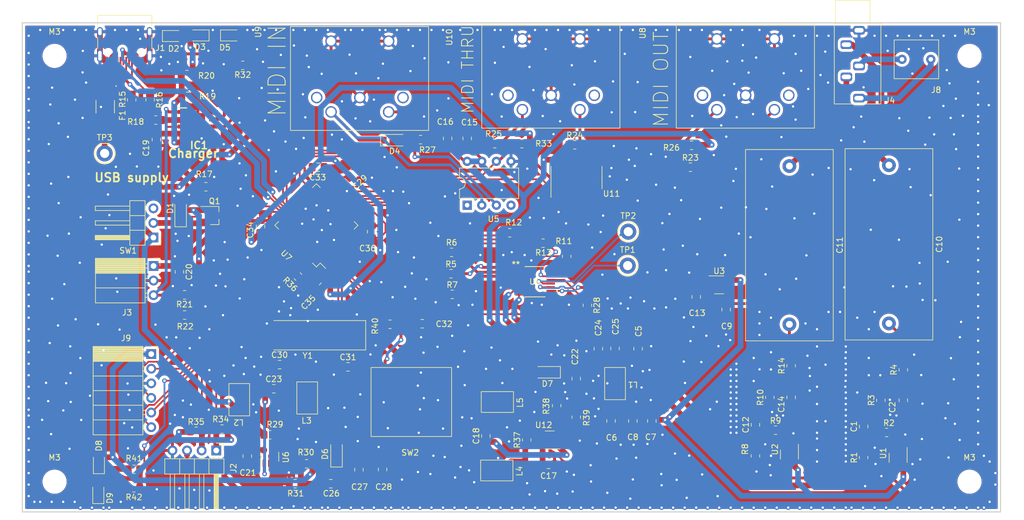
<source format=kicad_pcb>
(kicad_pcb (version 20211014) (generator pcbnew)
  (layers (0 "F.Cu" signal) (31 "B.Cu" signal) (34 "B.Paste" user) (35 "F.Paste" user) (36 "B.SilkS" user "B.Silkscreen") (37 "F.SilkS" user "F.Silkscreen") (38 "B.Mask" user) (39 "F.Mask" user) (44 "Edge.Cuts" user))
  (net 0 "")
  (net 1 "Net-(C1-Pad1)")
  (net 2 "Net-(C2-Pad1)")
  (net 3 "Net-(C2-Pad2)")
  (net 4 "+5V")
  (net 5 "5VA")
  (net 6 "VERF")
  (net 7 "Net-(C10-Pad1)")
  (net 8 "OUTL")
  (net 9 "Net-(C11-Pad1)")
  (net 10 "OUTR")
  (net 11 "Net-(C12-Pad1)")
  (net 12 "VCOMda")
  (net 13 "Net-(C14-Pad1)")
  (net 14 "Net-(C14-Pad2)")
  (net 15 "LOAD")
  (net 16 "Net-(C18-Pad1)")
  (net 17 "Net-(C18-Pad2)")
  (net 18 "USB_Input_supply")
  (net 19 "VBATT")
  (net 20 "Net-(C22-Pad2)")
  (net 21 "Net-(C23-Pad1)")
  (net 22 "Net-(C23-Pad2)")
  (net 23 "+3V3")
  (net 24 "Net-(C26-Pad2)")
  (net 25 "VCAP_1m")
  (net 26 "RCC_OSC_INm")
  (net 27 "RCC_OSC_OUTm")
  (net 28 "NRSTm")
  (net 29 "Net-(D1-Pad1)")
  (net 30 "Net-(D2-Pad1)")
  (net 31 "Net-(D2-Pad2)")
  (net 32 "Net-(D3-Pad1)")
  (net 33 "MIDI_INR")
  (net 34 "Net-(D4-Pad2)")
  (net 35 "Net-(D5-Pad2)")
  (net 36 "Net-(D8-Pad1)")
  (net 37 "Net-(D9-Pad2)")
  (net 38 "Net-(F1-Pad1)")
  (net 39 "/Power_dcdc/Battery_chargerm/TEMP")
  (net 40 "Net-(IC1-Pad2)")
  (net 41 "Net-(IC1-Pad8)")
  (net 42 "GND")
  (net 43 "Net-(J1-PadB5)")
  (net 45 "Net-(J1-PadA5)")
  (net 47 "I2C1_SCL")
  (net 48 "I2C1_SDA")
  (net 49 "SOUTL")
  (net 50 "SOUTR")
  (net 51 "SYS_JTCK-SWCLKm")
  (net 52 "SYS_JTMS-SWDIOm")
  (net 53 "SYS_JTRSTm")
  (net 54 "SYS_JTDO-SWOm")
  (net 55 "VOUTLda")
  (net 56 "BCLKda")
  (net 57 "Net-(R5-Pad2)")
  (net 58 "DATAda")
  (net 59 "Net-(R6-Pad2)")
  (net 60 "I2S1_WSm")
  (net 61 "Net-(R7-Pad2)")
  (net 62 "VOUTRda")
  (net 63 "Net-(R11-Pad1)")
  (net 64 "I2S1_MCKm")
  (net 65 "Net-(R12-Pad1)")
  (net 66 "MLda")
  (net 67 "Net-(R13-Pad1)")
  (net 68 "MCda")
  (net 69 "MIDI_OUT")
  (net 70 "Net-(R23-Pad2)")
  (net 71 "MIDI_THRU")
  (net 72 "Net-(R24-Pad2)")
  (net 73 "Net-(R25-Pad1)")
  (net 74 "Net-(R26-Pad1)")
  (net 75 "MIDI_INL")
  (net 76 "Net-(R28-Pad1)")
  (net 77 "MDda")
  (net 78 "Net-(R29-Pad2)")
  (net 79 "USART3_RXm")
  (net 80 "BOOT0m")
  (net 81 "Net-(R37-Pad2)")
  (net 82 "USART1_TXm")
  (net 84 "Net-(TP1-Pad1)")
  (net 85 "Net-(TP2-Pad1)")
  (net 87 "5V_VCCda")
  (net 95 "WKUPm")
  (net 110 "USART1_RXm")
  (net 111 "USB_DM1m")
  (net 112 "USB_DP1m")
  (net 113 "SYS_JTDIm")
  (net 114 "USART3_TXm")
  (net 127 "2A")
  (net 128 "4A")
  (footprint "Capacitor_THT:C_Rect_L33.0mm_W15.0mm_P27.50mm_MKS4" (layer "F.Cu") (at 200.5 69.5 -90)
    (fp_text reference "C10")
    (fp_text value "10u")
  )
  (footprint "Capacitor_SMD:C_0805_2012Metric_Pad1.18x1.45mm_HandSolder" (layer "F.Cu") (at 110.6 81.05 90)
    (fp_text reference "C36")
    (fp_text value "100n")
  )
  (footprint "Resistor_SMD:R_0805_2012Metric_Pad1.20x1.40mm_HandSolder" (layer "F.Cu") (at 148.1 93.85 -90)
    (fp_text reference "R28")
    (fp_text value "100")
  )
  (footprint "Littelfuse_1812L:FUSM4632X200N" (layer "F.Cu") (at 64.3 59.35 -90)
    (fp_text reference "F1")
    (fp_text value "1812L")
  )
  (footprint "Resistor_SMD:R_0805_2012Metric_Pad1.20x1.40mm_HandSolder" (layer "F.Cu") (at 92.9 116.35)
    (fp_text reference "R29")
    (fp_text value "100K")
  )
  (footprint "Capacitor_SMD:C_0805_2012Metric_Pad1.18x1.45mm_HandSolder" (layer "F.Cu") (at 203 110.35 90)
    (fp_text reference "C2")
    (fp_text value "8.2n")
  )
  (footprint "MountingHole:MountingHole_3.2mm_M3" (layer "F.Cu") (at 214.5 50.5)
    (fp_text reference "M3")
    (fp_text value "MountingHole_3.2mm_M3")
  )
  (footprint "Resistor_SMD:R_0805_2012Metric_Pad1.20x1.40mm_HandSolder" (layer "F.Cu") (at 78.6 57.55)
    (fp_text reference "R19")
    (fp_text value "10k")
  )
  (footprint "Resistor_SMD:R_0805_2012Metric_Pad1.20x1.40mm_HandSolder" (layer "F.Cu") (at 124.6 91.95)
    (fp_text reference "R7")
    (fp_text value "100")
  )
  (footprint "Resistor_SMD:R_0805_2012Metric_Pad1.20x1.40mm_HandSolder" (layer "F.Cu") (at 72.1 58.15 -90)
    (fp_text reference "R16")
    (fp_text value "5.1K")
  )
  (footprint "Capacitor_SMD:C_0805_2012Metric_Pad1.18x1.45mm_HandSolder" (layer "F.Cu") (at 177.3 114.612499 90)
    (fp_text reference "C12")
    (fp_text value "47n")
  )
  (footprint "Resistor_SMD:R_0805_2012Metric_Pad1.20x1.40mm_HandSolder" (layer "F.Cu") (at 84.6 115.35 180)
    (fp_text reference "R34")
    (fp_text value "10k")
  )
  (footprint "Connector_PinSocket_2.54mm:PinSocket_1x06_P2.54mm_Horizontal" (layer "F.Cu") (at 72.3 102.325)
    (fp_text reference "J9")
    (fp_text value "Conn_01x06_Male")
  )
  (footprint "Capacitor_THT:C_Rect_L33.0mm_W15.0mm_P27.50mm_MKS4" (layer "F.Cu") (at 183.2 69.65 -90)
    (fp_text reference "C11")
    (fp_text value "10u")
  )
  (footprint "Capacitor_SMD:C_0805_2012Metric_Pad1.18x1.45mm_HandSolder" (layer "F.Cu") (at 123.8 64.85 90)
    (fp_text reference "C16")
    (fp_text value "100n")
  )
  (footprint "Capacitor_SMD:C_0805_2012Metric_Pad1.18x1.45mm_HandSolder" (layer "F.Cu") (at 183.5 109.85 90)
    (fp_text reference "C14")
    (fp_text value "8.2n")
  )
  (footprint "Resistor_SMD:R_0805_2012Metric_Pad1.20x1.40mm_HandSolder" (layer "F.Cu") (at 124.5 84.65)
    (fp_text reference "R6")
    (fp_text value "100")
  )
  (footprint "midi:midi_7pin" (layer "F.Cu") (at 141.8 45.05 180)
    (fp_text reference "U10")
    (fp_text value "MIDI_THRU")
  )
  (footprint "Capacitor_SMD:C_0805_2012Metric_Pad1.18x1.45mm_HandSolder" (layer "F.Cu") (at 106.5 104.55)
    (fp_text reference "C31")
    (fp_text value "20p")
  )
  (footprint "Resistor_SMD:R_0805_2012Metric_Pad1.20x1.40mm_HandSolder" (layer "F.Cu") (at 145.9 65.95)
    (fp_text reference "R24")
    (fp_text value "220")
  )
  (footprint "Package_TO_SOT_SMD:SOT-23-5" (layer "F.Cu") (at 171 90.2875)
    (fp_text reference "U3")
    (fp_text value "MCP601-xOT")
  )
  (footprint "Capacitor_SMD:C_0805_2012Metric_Pad1.18x1.45mm_HandSolder" (layer "F.Cu") (at 101.3 69.85)
    (fp_text reference "C33")
    (fp_text value "100n")
  )
  (footprint "Capacitor_SMD:C_0805_2012Metric_Pad1.18x1.45mm_HandSolder" (layer "F.Cu") (at 102.2 90.65 -135)
    (fp_text reference "C35")
    (fp_text value "100n")
  )
  (footprint "LED_SMD:LED_0805_2012Metric_Pad1.15x1.40mm_HandSolder" (layer "F.Cu") (at 86.2 46.95)
    (fp_text reference "D5")
    (fp_text value "GREEN LED")
  )
  (footprint "inductors:inductor_koherelec" (layer "F.Cu") (at 132.449999 110.65 -90)
    (fp_text reference "L5")
    (fp_text value "6.8uH")
  )
  (footprint "TestPoint:TestPoint_Keystone_5010-5014_Multipurpose" (layer "F.Cu") (at 155.2 81.05)
    (fp_text reference "TP2")
    (fp_text value "TestPoint")
  )
  (footprint "TestPoint:TestPoint_Keystone_5010-5014_Multipurpose" (layer "F.Cu") (at 155.1 86.95)
    (fp_text reference "TP1")
    (fp_text value "TestPoint")
  )
  (footprint "PCM1753DBQR:DBQ16" (layer "F.Cu") (at 139 89.75)
    (fp_text reference "U4")
    (fp_text value "PCM1753DBQR")
  )
  (footprint "Resistor_SMD:R_0805_2012Metric_Pad1.20x1.40mm_HandSolder" (layer "F.Cu") (at 183.5 104.35 90)
    (fp_text reference "R14")
    (fp_text value "10k")
  )
  (footprint "Diode_SMD:D_SOD-123" (layer "F.Cu") (at 77.4 77.95 90)
    (fp_text reference "D1")
    (fp_text value "FUXINSEMI DSK34 (SOD-123)")
  )
  (footprint "Resistor_SMD:R_0805_2012Metric_Pad1.20x1.40mm_HandSolder" (layer "F.Cu") (at 78.5 53.75)
    (fp_text reference "R20")
    (fp_text value "3k")
  )
  (footprint "Capacitor_SMD:C_0805_2012Metric_Pad1.18x1.45mm_HandSolder" (layer "F.Cu") (at 146.150001 106.5875 -90)
    (fp_text reference "C22")
    (fp_text value "1n")
  )
  (footprint "TestPoint:TestPoint_Keystone_5010-5014_Multipurpose" (layer "F.Cu") (at 64.2 67.45)
    (fp_text reference "TP3")
    (fp_text value "TestPoint")
  )
  (footprint "Capacitor_SMD:C_0805_2012Metric_Pad1.18x1.45mm_HandSolder" (layer "F.Cu") (at 130.450001 116.550001 90)
    (fp_text reference "C18")
    (fp_text value "2.2u")
  )
  (footprint "Resistor_SMD:R_0805_2012Metric_Pad1.20x1.40mm_HandSolder" (layer "F.Cu") (at 144.5 85.35 90)
    (fp_text reference "R11")
    (fp_text value "100")
  )
  (footprint "inductors:inductor_koherelec" (layer "F.Cu") (at 99.4 109.95 180)
    (fp_text reference "L3")
    (fp_text value "6.8uH")
  )
  (footprint "Capacitor_SMD:C_0805_2012Metric_Pad1.18x1.45mm_HandSolder" (layer "F.Cu") (at 93.6 108.35)
    (fp_text reference "C23")
    (fp_text value "2.2u")
  )
  (footprint "Resistor_SMD:R_0805_2012Metric_Pad1.20x1.40mm_HandSolder" (layer "F.Cu") (at 73.1 61.65 180)
    (fp_text reference "R18")
    (fp_text value "2k")
  )
  (footprint "Package_SO:SOIC-14_3.9x8.7mm_P1.27mm" (layer "F.Cu") (at 146.2 71.65 90)
    (fp_text reference "U11")
    (fp_text value "SN74HCT04DR")
  )
  (footprint "Resistor_SMD:R_0805_2012Metric_Pad1.20x1.40mm_HandSolder" (layer "F.Cu") (at 166 69.85)
    (fp_text reference "R23")
    (fp_text value "220")
  )
  (footprint "Resistor_SMD:R_0805_2012Metric_Pad1.20x1.40mm_HandSolder" (layer "F.Cu") (at 137.550001 117.250001 90)
    (fp_text reference "R37")
    (fp_text value "100K")
  )
  (footprint "Resistor_SMD:R_0805_2012Metric_Pad1.20x1.40mm_HandSolder" (layer "F.Cu") (at 88.2 52.15 180)
    (fp_text reference "R32")
    (fp_text value "1k")
  )
  (footprint "Resistor_SMD:R_0805_2012Metric_Pad1.20x1.40mm_HandSolder" (layer "F.Cu") (at 132 65.75 180)
    (fp_text reference "R25")
    (fp_text value "220")
  )
  (footprint "LED_SMD:LED_0805_2012Metric_Pad1.15x1.40mm_HandSolder" (layer "F.Cu") (at 63.2 121.25 90)
    (fp_text reference "D8")
    (fp_text value "GREEN LED")
  )
  (footprint "Resistor_SMD:R_0805_2012Metric_Pad1.20x1.40mm_HandSolder" (layer "F.Cu") (at 179.8 109.85 90)
    (fp_text reference "R10")
    (fp_text value "618k")
  )
  (footprint "Package_TO_SOT_SMD:SOT-23-5" (layer "F.Cu") (at 141.55 117.250001 180)
    (fp_text reference "U12")
    (fp_text value "LMR62421XMF")
  )
  (footprint "Resistor_SMD:R_0805_2012Metric_Pad1.20x1.40mm_HandSolder" (layer "F.Cu") (at 97.3 124.85 180)
    (fp_text reference "R31")
    (fp_text value "5.6k")
  )
  (footprint "Capacitor_SMD:C_0805_2012Metric_Pad1.18x1.45mm_HandSolder" (layer "F.Cu") (at 196.1 114.912499 90)
    (fp_text reference "C1")
    (fp_text value "47n")
  )
  (footprint "Capacitor_SMD:C_0805_2012Metric_Pad1.18x1.45mm_HandSolder" (layer "F.Cu") (at 152.9 101.35 90)
    (fp_text reference "C25")
    (fp_text value "?u")
  )
  (footprint "Package_TO_SOT_SMD:SOT-23-5" (layer "F.Cu") (at 202.1 120.35 -90)
    (fp_text reference "U1")
    (fp_text value "MCP601-xOT")
  )
  (footprint "Package_TO_SOT_SMD:SOT-23_Handsoldering" (layer "F.Cu") (at 83.3 78.25)
    (fp_text reference "Q1")
    (fp_text value "CJ2301")
  )
  (footprint "Resistor_SMD:R_0805_2012Metric_Pad1.20x1.40mm_HandSolder" (layer "F.Cu") (at 140.4 83.05 180)
    (fp_text reference "R13")
    (fp_text value "100")
  )
  (footprint "Resistor_SMD:R_0805_2012Metric_Pad1.20x1.40mm_HandSolder" (layer "F.Cu") (at 124.4 88.35)
    (fp_text reference "R5")
    (fp_text value "100")
  )
  (footprint "Connector_PinHeader_2.54mm:PinHeader_1x04_P2.54mm_Horizontal" (layer "F.Cu") (at 83.6 119.075 -90)
    (fp_text reference "J2")
    (fp_text value "Conn_01x04_Male")
  )
  (footprint "midi:midi_7pin" (layer "F.Cu") (at 175.6 45.05 180)
    (fp_text reference "U8")
    (fp_text value "MIDI_OUT")
  )
  (footprint "Capacitor_SMD:C_0805_2012Metric_Pad1.18x1.45mm_HandSolder" (layer "F.Cu") (at 159.300001 113.95 -90)
    (fp_text reference "C7")
    (fp_text value "10n")
  )
  (footprint "Capacitor_SMD:C_0805_2012Metric_Pad1.18x1.45mm_HandSolder" (layer "F.Cu") (at 156 113.95 -90)
    (fp_text reference "C8")
    (fp_text value "100n")
  )
  (footprint "Capacitor_SMD:C_0805_2012Metric_Pad1.18x1.45mm_HandSolder" (layer "F.Cu") (at 167 92.3875 -90)
    (fp_text reference "C13")
    (fp_text value "10u")
  )
  (footprint "Capacitor_SMD:C_0805_2012Metric_Pad1.18x1.45mm_HandSolder" (layer "F.Cu") (at 127.2 64.85 90)
    (fp_text reference "C15")
    (fp_text value "100n")
  )
  (footprint "Capacitor_SMD:C_0805_2012Metric_Pad1.18x1.45mm_HandSolder" (layer "F.Cu") (at 94.6 104.15)
    (fp_text reference "C30")
    (fp_text value "20p")
  )
  (footprint "Connector_USB:USB_C_Receptacle_HRO_TYPE-C-31-M-12" (layer "F.Cu") (at 67.7 47.35 180)
    (fp_text reference "J1")
    (fp_text value "USB_C_Receptacle_USB2.0")
  )
  (footprint "Resistor_SMD:R_0805_2012Metric_Pad1.20x1.40mm_HandSolder" (layer "F.Cu") (at 177.3 120.0125 90)
    (fp_text reference "R8")
    (fp_text value "618k")
  )
  (footprint "Capacitor_SMD:C_0805_2012Metric_Pad1.18x1.45mm_HandSolder" (layer "F.Cu") (at 152.200001 113.95 -90)
    (fp_text reference "C6")
    (fp_text value "10u")
  )
  (footprint "Capacitor_SMD:C_0805_2012Metric_Pad1.18x1.45mm_HandSolder" (layer "F.Cu") (at 156.900001 101.3875 90)
    (fp_text reference "C5")
    (fp_text value "10u")
  )
  (footprint "Package_QFP:LQFP-64_10x10mm_P0.5mm" (layer "F.Cu") (at 101 79.95 135)
    (fp_text reference "U7")
    (fp_text value "STM32F446RETx")
  )
  (footprint "Diode_SMD:D_SOD-123" (layer "F.Cu") (at 141.149999 105.487501 180)
    (fp_text reference "D7")
    (fp_text value "FUXINSEMI DSK34 (SOD-123)")
  )
  (footprint "Resistor_SMD:R_0805_2012Metric_Pad1.20x1.40mm_HandSolder" (layer "F.Cu") (at 80.1 115.75)
    (fp_text reference "R35")
    (fp_text value "10k")
  )
  (footprint "Resistor_SMD:R_0805_2012Metric_Pad1.20x1.40mm_HandSolder" (layer "F.Cu") (at 78.1 92.035 180)
    (fp_text reference "R21")
    (fp_text value "10k")
  )
  (footprint "MountingHole:MountingHole_3.2mm_M3" (layer "F.Cu") (at 214.5 124.5)
    (fp_text reference "M3")
    (fp_text value "MountingHole_3.2mm_M3")
  )
  (footprint "Capacitor_SMD:C_0805_2012Metric_Pad1.18x1.45mm_HandSolder" (layer "F.Cu") (at 112.5 122.375 -90)
    (fp_text reference "C28")
    (fp_text value "?u")
  )
  (footprint "Diode_SMD:D_SOD-123" (layer "F.Cu") (at 114.4 65.15)
    (fp_text reference "D4")
    (fp_text value "FUXINSEMI DSK34 (SOD-123)")
  )
  (footprint "Resistor_SMD:R_0805_2012Metric_Pad1.20x1.40mm_HandSolder" (layer "F.Cu") (at 99.3 121.4 180)
    (fp_text reference "R30")
    (fp_text value "9.1k")
  )
  (footprint "inductors:inductor_koherelec" (layer "F.Cu") (at 87.6 110.25 180)
    (fp_text reference "L2")
    (fp_text value "6.8uH")
  )
  (footprint "SamacSys_Parts:SOIC127P600X175-9N" (layer "F.Cu") (at 80.4 62.15)
    (fp_text reference "IC1")
    (fp_text value "LN4056-ESOP8" hide)
  )
  (footprint "Capacitor_SMD:C_0805_2012Metric_Pad1.18x1.45mm_HandSolder" (layer "F.Cu") (at 108.4 122.4125 -90)
    (fp_text reference "C27")
    (fp_text value "10u")
  )
  (footprint "Capacitor_SMD:C_0805_2012Metric_Pad1.18x1.45mm_HandSolder" (layer "F.Cu") (at 150 101.3875 90)
    (fp_text reference "C24")
    (fp_text value "10u")
  )
  (footprint "Capacitor_SMD:C_0805_2012Metric_Pad1.18x1.45mm_HandSolder" (layer "F.Cu") (at 89 120.05 -90)
    (fp_text reference "C21")
    (fp_text value "22u")
  )
  (footprint "Korean Hroparts Elec PJ-3250-5A:Korean Hroparts Elec PJ-3250-5A" (layer "F.Cu") (at 191 44.85 -90)
    (fp_text reference "J4")
    (fp_text value "Korean Hroparts Elec PJ-3250-5A")
  )
  (footprint "Diode_SMD:D_SOD-123" (layer "F.Cu") (at 104.5 119.7 90)
    (fp_text reference "D6")
    (fp_text value "FUXINSEMI DSK34 (SOD-123)")
  )
  (footprint "Package_DIP:DIP-8_W7.62mm" (layer "F.Cu") (at 127.2 76.45 90)
    (fp_text reference "U5")
    (fp_text value "6N137")
  )
  (footprint "MountingHole:MountingHole_3.2mm_M3" (layer "F.Cu") (at 55.5 124.5)
    (fp_text reference "M3")
    (fp_text value "MountingHole_3.2mm_M3")
  )
  (footprint "Resistor_SMD:R_0805_2012Metric_Pad1.20x1.40mm_HandSolder" (layer "F.Cu") (at 166.2 66.05)
    (fp_text reference "R26")
    (fp_text value "220")
  )
  (footprint "tactile_button:ROCPU Switches TP10721645" (layer "F.Cu") (at 117.5 110.65)
    (fp_text reference "SW2")
    (fp_text value "SW_Push")
  )
  (footprint "Capacitor_SMD:C_0805_2012Metric_Pad1.18x1.45mm_HandSolder" (layer "F.Cu") (at 73.2 65.05 -90)
    (fp_text reference "C19")
    (fp_text value "4.7u")
  )
  (footprint "Connector_PinSocket_2.54mm:PinSocket_1x03_P2.54mm_Horizontal" (layer "F.Cu") (at 72.7 87.01)
    (fp_text reference "J3")
    (fp_text value "Battery, TEMP")
  )
  (footprint "Resistor_SMD:R_0805_2012Metric_Pad1.20x1.40mm_HandSolder" (layer "F.Cu") (at 134.6 81.25 180)
    (fp_text reference "R12")
    (fp_text value "100")
  )
  (footprint "Capacitor_THT:C_Rect_L7.5mm_W6.5mm_P5.00mm" (layer "F.Cu") (at 207.775 51.1 180)
    (fp_text reference "J8")
    (fp_text value "Conn_01x02_Male")
  )
  (footprint "Package_TO_SOT_SMD:SOT-23-5" (layer "F.Cu") (at 183.2 119.7875 -90)
    (fp_text reference "U2")
    (fp_text value "MCP601-xOT")
  )
  (footprint "Capacitor_SMD:C_0805_2012Metric_Pad1.18x1.45mm_HandSolder" (layer "F.Cu") (at 141.35 121.487501)
    (fp_text reference "C17")
    (fp_text value "22u")
  )
  (footprint "Resistor_SMD:R_0805_2012Metric_Pad1.20x1.40mm_HandSolder" (layer "F.Cu") (at 68.9 58.15 -90)
    (fp_text reference "R15")
    (fp_text value "5.1K")
  )
  (footprint "Crystal:Crystal_SMD_HC49-SD_HandSoldering" (layer "F.Cu") (at 99.5 99.05 180)
    (fp_text reference "Y1")
    (fp_text value "8MHz")
  )
  (footprint "MountingHole:MountingHole_3.2mm_M3" (layer "F.Cu") (at 55.5 50.5)
    (fp_text reference "M3")
    (fp_text value "MountingHole_3.2mm_M3")
  )
  (footprint "Resistor_SMD:R_0805_2012Metric_Pad1.20x1.40mm_HandSolder" (layer "F.Cu") (at 200.1 115.95)
    (fp_text reference "R2")
    (fp_text value "1M")
  )
  (footprint "Capacitor_SMD:C_0805_2012Metric_Pad1.18x1.45mm_HandSolder" (layer "F.Cu") (at 119.4 97.05)
    (fp_text reference "C32")
    (fp_text value "100n")
  )
  (footprint "Resistor_SMD:R_0805_2012Metric_Pad1.20x1.40mm_HandSolder" (layer "F.Cu") (at 199.1 110.35 90)
    (fp_text reference "R3")
    (fp_text value "618k")
  )
  (footprint "Capacitor_SMD:C_0805_2012Metric_Pad1.18x1.45mm_HandSolder" (layer "F.Cu") (at 107.4 70.85 45)
    (fp_text reference "C29")
    (fp_text value "4.7u")
  )
  (footprint "Resistor_SMD:R_0805_2012Metric_Pad1.20x1.40mm_HandSolder" (layer "F.Cu") (at 196.1 120.3125 90)
    (fp_text reference "R1")
    (fp_text value "618k")
  )
  (footprint "Capacitor_SMD:C_0805_2012Metric_Pad1.18x1.45mm_HandSolder" (layer "F.Cu") (at 91.3 80.15 90)
    (fp_text reference "C34")
    (fp_text value "100n")
  )
  (footprint "LED_SMD:LED_0805_2012Metric_Pad1.15x1.40mm_HandSolder" (layer "F.Cu") (at 63.1 126.45 90)
    (fp_text reference "D9")
    (fp_text value "RED LED")
  )
  (footprint "midi:midi_7pin" (layer "F.Cu") (at 108.555 45.44 180)
    (fp_text reference "U9")
    (fp_text value "MIDI_IN")
  )
  (footprint "Capacitor_SMD:C_0805_2012Metric_Pad1.18x1.45mm_HandSolder" (layer "F.Cu") (at 103.5 124.85 180)
    (fp_text reference "C26")
    (fp_text value "2.2n")
  )
  (footprint "LED_SMD:LED_0805_2012Metric_Pad1.15x1.40mm_HandSolder" (layer "F.Cu") (at 76.1 47.05)
    (fp_text reference "D2")
    (fp_text value "RED LED")
  )
  (footprint "Resistor_SMD:R_0805_2012Metric_Pad1.20x1.40mm_HandSolder" (layer "F.Cu") (at 119.1 65.05 180)
    (fp_text reference "R27")
    (fp_text value "220")
  )
  (footprint "Resistor_SMD:R_0805_2012Metric_Pad1.20x1.40mm_HandSolder" (layer "F.Cu") (at 78.1 95.535)
    (fp_text reference "R22")
    (fp_text value "10k")
  )
  (footprint "inductors:inductor_koherelec" (layer "F.Cu") (at 152.9 107.45)
    (fp_text reference "L1")
    (fp_text value "6.8uH")
  )
  (footprint "Resistor_SMD:R_0805_2012Metric_Pad1.20x1.40mm_HandSolder" (layer "F.Cu") (at 136.7 65.75 180)
    (fp_text reference "R33")
    (fp_text value "1K")
  )
  (footprint "Resistor_SMD:R_0805_2012Metric_Pad1.20x1.40mm_HandSolder" (layer "F.Cu") (at 113.8 97.15)
    (fp_text reference "R40")
    (fp_text value "100k")
  )
  (footprint "Resistor_SMD:R_0805_2012Metric_Pad1.20x1.40mm_HandSolder" (layer "F.Cu") (at 146.15 113.287501 -90)
    (fp_text reference "R39")
    (fp_text value "33k")
  )
  (footprint "Resistor_SMD:R_0805_2012Metric_Pad1.20x1.40mm_HandSolder" (layer "F.Cu") (at 203 105.05 90)
    (fp_text reference "R4")
    (fp_text value "10k")
  )
  (footprint "Capacitor_SMD:C_0805_2012Metric_Pad1.18x1.45mm_HandSolder" (layer "F.Cu") (at 77.2 88.035 -90)
    (fp_text reference "C20")
    (fp_text value "4.7u")
  )
  (footprint "Resistor_SMD:R_0805_2012Metric_Pad1.20x1.40mm_HandSolder" (layer "F.Cu") (at 69.3 122.35 180)
    (fp_text reference "R41")
    (fp_text value "1k")
  )
  (footprint "Capacitor_SMD:C_0805_2012Metric_Pad1.18x1.45mm_HandSolder" (layer "F.Cu") (at 172.2 94.5875 -90)
    (fp_text reference "C9")
    (fp_text value "10u")
  )
  (footprint "Package_TO_SOT_SMD:SOT-23-5" (layer "F.Cu") (at 92.9 120.15 90)
    (fp_text reference "U6")
    (fp_text value "LMR62421XMF")
  )
  (footprint "Resistor_SMD:R_0805_2012Metric_Pad1.20x1.40mm_HandSolder" (layer "F.Cu") (at 180.8 115.55)
    (fp_text reference "R9")
    (fp_text value "1M")
  )
  (footprint "LED_SMD:LED_0805_2012Metric_Pad1.15x1.40mm_HandSolder" (layer "F.Cu") (at 80.5 46.95 180)
    (fp_text reference "D3")
    (fp_text value "GREEN LED")
  )
  (footprint "Connector_PinHeader_2.54mm:PinHeader_1x03_P2.54mm_Horizontal" (layer "F.Cu") (at 72.675 82.075 180)
    (fp_text reference "SW1")
    (fp_text value "SW_DPDT")
  )
  (footprint "Resistor_SMD:R_0805_2012Metric_Pad1.20x1.40mm_HandSolder" (layer "F.Cu") (at 97.8 88.85 -45)
    (fp_text reference "R36")
    (fp_text value "100k")
  )
  (footprint "Resistor_SMD:R_0805_2012Metric_Pad1.20x1.40mm_HandSolder" (layer "F.Cu") (at 81.8 73.25 180)
    (fp_text reference "R17")
    (fp_text value "4.7k")
  )
  (footprint "Resistor_SMD:R_0805_2012Metric_Pad1.20x1.40mm_HandSolder" (layer "F.Cu") (at 142.750001 111.287501 -90)
    (fp_text reference "R38")
    (fp_text value "100k")
  )
  (footprint "inductors:inductor_koherelec" (layer "F.Cu") (at 132.35 122.550001 -90)
    (fp_text reference "L4")
    (fp_text value "6.8uH")
  )
  (footprint "Resistor_SMD:R_0805_2012Metric_Pad1.20x1.40mm_HandSolder" (layer "F.Cu") (at 69.3 125.55 180)
    (fp_text reference "R42")
    (fp_text value "1k")
  )
  (gr_rect (start 49.9 44.75) (end 219.9 129.75) (layer "Edge.Cuts") (width 0.2) (fill none))
  (gr_text "Charger" (at 79.6 67.45) (layer "F.SilkS") (effects (font (size 1.5 1.5) (thickness 0.3))))
  (gr_text "USB supply" (at 68.9 71.65) (layer "F.SilkS") (effects (font (size 1.5 1.5) (thickness 0.3))))
  (segment (start 199.1 115.95) (end 199.1 111.35) (width 0.5) (layer "F.Cu") (net 1))
  (segment (start 196.1 115.949999) (end 199.1 115.95) (width 1) (layer "F.Cu") (net 1))
  (segment (start 196.1 119.3125) (end 196.1 115.949999) (width 1) (layer "F.Cu") (net 1))
  (segment (start 203 114.05) (end 201.1 115.95) (width 0.5) (layer "F.Cu") (net 2))
  (segment (start 201.15 119.2125) (end 201.15 116) (width 0.5) (layer "F.Cu") (net 2))
  (segment (start 201.15 116) (end 201.1 115.95) (width 0.5) (layer "F.Cu") (net 2))
  (segment (start 203 111.3875) (end 203 114.05) (width 0.5) (layer "F.Cu") (net 2))
  (segment (start 203 109.3125) (end 203 106.05) (width 0.5) (layer "F.Cu") (net 3))
  (segment (start 202.9625 109.35) (end 203 109.3125) (width 0.5) (layer "F.Cu") (net 3))
  (segment (start 199.1 109.35) (end 202.9625 109.35) (width 0.5) (layer "F.Cu") (net 3))
  (segment (start 205 111.3125) (end 203 109.3125) (width 0.5) (layer "F.Cu") (net 3))
  (segment (start 205 117.95) (end 205 111.3125) (width 0.5) (layer "F.Cu") (net 3))
  (segment (start 203.7375 119.2125) (end 205 117.95) (width 0.5) (layer "F.Cu") (net 3))
  (segment (start 203.05 119.2125) (end 203.7375 119.2125) (width 0.5) (layer "F.Cu") (net 3))
  (segment (start 146.875 105.55) (end 150 102.425) (width 1) (layer "F.Cu") (net 4))
  (segment (start 152.9 102.3875) (end 156.862501 102.3875) (width 1) (layer "F.Cu") (net 4))
  (segment (start 169.7 65.95) (end 167.3 65.95) (width 1) (layer "F.Cu") (net 4))
  (segment (start 142.862498 105.55) (end 142.799999 105.487501) (width 1) (layer "F.Cu") (net 4))
  (segment (start 142.750001 105.537499) (end 142.799999 105.487501) (width 1) (layer "F.Cu") (net 4))
  (segment (start 126.7425 68.83) (end 123.8 65.8875) (width 0.5) (layer "F.Cu") (net 4))
  (segment (start 137.5 100.95) (end 135.6 100.95) (width 1) (layer "F.Cu") (net 4))
  (segment (start 140.5 68.55) (end 141.765 68.55) (width 1) (layer "F.Cu") (net 4))
  (segment (start 156.862501 102.3875) (end 156.900001 102.425) (width 1) (layer "F.Cu") (net 4))
  (segment (start 142.799999 105.487501) (end 142.037501 105.487501) (width 1) (layer "F.Cu") (net 4))
  (segment (start 141.765 68.55) (end 142.39 69.175) (width 1) (layer "F.Cu") (net 4))
  (segment (start 127.2 68.83) (end 126.7425 68.83) (width 0.5) (layer "F.Cu") (net 4))
  (segment (start 129.74 68.83) (end 129.74 68.4275) (width 0.5) (layer "F.Cu") (net 4))
  (segment (start 146.150001 105.55) (end 146.875 105.55) (width 1) (layer "F.Cu") (net 4))
  (segment (start 150 102.425) (end 152.8625 102.425) (width 1) (layer "F.Cu") (net 4))
  (segment (start 129.74 68.4275) (end 127.2 65.8875) (width 0.5) (layer "F.Cu") (net 4))
  (segment (start 135.6 100.95) (end 131.1 96.45) (width 1) (layer "F.Cu") (net 4))
  (segment (start 127.3375 65.75) (end 127.2 65.8875) (width 0.5) (layer "F.Cu") (net 4))
  (segment (start 142.037501 105.487501) (end 137.5 100.95) (width 1) (layer "F.Cu") (net 4))
  (segment (start 152.9 105.6) (end 152.9 102.3875) (width 1) (layer "F.Cu") (net 4))
  (segment (start 152.8625 102.425) (end 152.9 102.3875) (width 1) (layer "F.Cu") (net 4))
  (segment (start 167.3 65.95) (end 167.2 66.05) (width 1) (layer "F.Cu") (net 4))
  (segment (start 142.750001 110.287501) (end 142.750001 105.537499) (width 1) (layer "F.Cu") (net 4))
  (segment (start 146.150001 105.55) (end 142.862498 105.55) (width 1) (layer "F.Cu") (net 4))
  (segment (start 131 65.75) (end 127.3375 65.75) (width 0.5) (layer "F.Cu") (net 4))
  (via (at 131.1 96.45) (size 0.8) (drill 0.4) (layers "F.Cu" "B.Cu") (net 4))
  (via (at 169.7 65.95) (size 0.8) (drill 0.4) (layers "F.Cu" "B.Cu") (net 4))
  (via (at 140.5 68.55) (size 0.8) (drill 0.4) (layers "F.Cu" "B.Cu") (net 4))
  (segment (start 137 76.75) (end 137 74.95) (width 1) (layer "B.Cu") (net 4))
  (segment (start 131.1 96.45) (end 131.1 80.65) (width 1) (layer "B.Cu") (net 4))
  (segment (start 145.7 64.05) (end 167.8 64.05) (width 1) (layer "B.Cu") (net 4))
  (segment (start 140.5 67.95) (end 142 66.45) (width 1) (layer "B.Cu") (net 4))
  (segment (start 137 74.95) (end 133 70.95) (width 1) (layer "B.Cu") (net 4))
  (segment (start 131.1 80.65) (end 132.7 79.05) (width 1) (layer "B.Cu") (net 4))
  (segment (start 144.4 64.05) (end 145.7 64.05) (width 1) (layer "B.Cu") (net 4))
  (segment (start 140.5 71.45) (end 140.5 69.35) (width 1) (layer "B.Cu") (net 4))
  (segment (start 133 70.95) (end 131.2 70.95) (width 1) (layer "B.Cu") (net 4))
  (segment (start 131.2 70.95) (end 129.74 69.49) (width 1) (layer "B.Cu") (net 4))
  (segment (start 134.7 79.05) (end 137 76.75) (width 1) (layer "B.Cu") (net 4))
  (segment (start 140.5 69.35) (end 140.5 67.95) (width 1) (layer "B.Cu") (net 4))
  (segment (start 140.5 69.35) (end 140.5 68.55) (width 1) (layer "B.Cu") (net 4))
  (segment (start 129.74 68.83) (end 127.2 68.83) (width 1) (layer "B.Cu") (net 4))
  (segment (start 132.7 79.05) (end 134.7 79.05) (width 1) (layer "B.Cu") (net 4))
  (segment (start 137 74.95) (end 140.5 71.45) (width 1) (layer "B.Cu") (net 4))
  (segment (start 129.74 69.49) (end 129.74 68.83) (width 1) (layer "B.Cu") (net 4))
  (segment (start 142 66.45) (end 144.4 64.05) (width 1) (layer "B.Cu") (net 4))
  (segment (start 167.8 64.05) (end 169.7 65.95) (width 1) (layer "B.Cu") (net 4))
  (segment (start 161.6 113.75) (end 160.137501 113.75) (width 1) (layer "F.Cu") (net 5))
  (segment (start 161.6 113.75) (end 161.9 113.75) (width 1) (layer "F.Cu") (net 5))
  (segment (start 152.200001 112.9125) (end 152.200001 109.999999) (width 1) (layer "F.Cu") (net 5))
  (segment (start 160.137501 113.75) (end 159.300001 112.9125) (width 1) (layer "F.Cu") (net 5))
  (segment (start 184.15 121.9) (end 184.7 122.45) (width 1) (layer "F.Cu") (net 5))
  (segment (start 152.200001 112.9125) (end 156 112.9125) (width 1) (layer "F.Cu") (net 5))
  (segment (start 184.15 120.925) (end 184.15 121.9) (width 1) (layer "F.Cu") (net 5))
  (segment (start 174.7 89.45) (end 172.25 89.45) (width 1) (layer "F.Cu") (net 5))
  (segment (start 172.25 89.45) (end 172.1375 89.3375) (width 1) (layer "F.Cu") (net 5))
  (segment (start 203 123.65) (end 203 121.5375) (width 1) (layer "F.Cu") (net 5))
  (segment (start 161.9 113.75) (end 162.4 113.25) (width 1) (layer "F.Cu") (net 5))
  (segment (start 152.200001 109.999999) (end 152.9 109.3) (width 1) (layer "F.Cu") (net 5))
  (segment (start 159.300001 112.9125) (end 156 112.9125) (width 1) (layer "F.Cu") (net 5))
  (segment (start 203 121.5375) (end 203.05 121.4875) (width 1) (layer "F.Cu") (net 5))
  (via (at 162.4 113.25) (size 0.8) (drill 0.4) (layers "F.Cu" "B.Cu") (net 5))
  (via (at 203 123.65) (size 0.8) (drill 0.4) (layers "F.Cu" "B.Cu") (net 5))
  (via (at 184.7 122.45) (size 0.8) (drill 0.4) (layers "F.Cu" "B.Cu") (net 5))
  (via (at 174.7 89.45) (size 0.8) (drill 0.4) (layers "F.Cu" "B.Cu") (net 5))
  (via (at 161.6 113.75) (size 0.8) (drill 0.4) (layers "F.Cu" "B.Cu") (net 5))
  (segment (start 174.8 126.95) (end 161.6 113.75) (width 1) (layer "B.Cu") (net 5))
  (segment (start 201.2 126.05) (end 203 124.25) (width 1) (layer "B.Cu") (net 5))
  (segment (start 184.7 124.65) (end 187 126.95) (width 1) (layer "B.Cu") (net 5))
  (segment (start 187.9 126.95) (end 200.3 126.95) (width 1) (layer "B.Cu") (net 5))
  (segment (start 187.9 126.95) (end 174.8 126.95) (width 1) (layer "B.Cu") (net 5))
  (segment (start 184.7 122.45) (end 184.7 124.65) (width 1) (layer "B.Cu") (net 5))
  (segment (start 187 126.95) (end 187.9 126.95) (width 1) (layer "B.Cu") (net 5))
  (segment (start 162.4 113.25) (end 174.7 100.95) (width 1) (layer "B.Cu") (net 5))
  (segment (start 200.3 126.95) (end 201.2 126.05) (width 1) (layer "B.Cu") (net 5))
  (segment (start 203 124.25) (end 203 123.65) (width 1) (layer "B.Cu") (net 5))
  (segment (start 174.7 100.95) (end 174.7 89.45) (width 1) (layer "B.Cu") (net 5))
  (segment (start 182.25 123) (end 183.1 123.85) (width 0.5) (layer "F.Cu") (net 6))
  (segment (start 183 93.55) (end 172.2 93.55) (width 0.5) (layer "F.Cu") (net 6))
  (segment (start 207.9 124.85) (end 207.9 98.15) (width 0.5) (layer "F.Cu") (net 6))
  (segment (start 186.2 93.55) (end 183 93.55) (width 0.5) (layer "F.Cu") (net 6))
  (segment (start 172.1375 91.2375) (end 172.1375 93.4875) (width 0.5) (layer "F.Cu") (net 6))
  (segment (start 201.15 123.9) (end 203.3 126.05) (width 0.5) (layer "F.Cu") (net 6))
  (segment (start 203.3 126.05) (end 206.7 126.05) (width 0.5) (layer "F.Cu") (net 6))
  (segment (start 170.5875 89.3375) (end 172.1375 90.8875) (width 0.5) (layer "F.Cu") (net 6))
  (segment (start 190.9 98.25) (end 186.2 93.55) (width 0.5) (layer "F.Cu") (net 6))
  (segment (start 206.7 126.05) (end 207.9 124.85) (width 0.5) (layer "F.Cu") (net 6))
  (segment (start 203.3 93.55) (end 183 93.55) (width 0.5) (layer "F.Cu") (net 6))
  (segment (start 172.1375 90.8875) (end 172.1375 91.2375) (width 0.5) (layer "F.Cu") (net 6))
  (segment (start 201.15 121.4875) (end 201.15 123.9) (width 0.5) (layer "F.Cu") (net 6))
  (segment (start 190.9 120.75) (end 190.9 98.25) (width 0.5) (layer "F.Cu") (net 6))
  (segment (start 169.8625 89.3375) (end 170.5875 89.3375) (width 0.5) (layer "F.Cu") (net 6))
  (segment (start 182.25 120.925) (end 182.25 123) (width 0.5) (layer "F.Cu") (net 6))
  (segment (start 183.1 123.85) (end 187.8 123.85) (width 0.5) (layer "F.Cu") (net 6))
  (segment (start 172.1375 93.4875) (end 172.2 93.55) (width 0.5) (layer "F.Cu") (net 6))
  (segment (start 207.9 98.15) (end 203.3 93.55) (width 0.5) (layer "F.Cu") (net 6))
  (segment (start 187.8 123.85) (end 190.9 120.75) (width 0.5) (layer "F.Cu") (net 6))
  (segment (start 199.2 68.2) (end 199.2 53.6304) (width 1) (layer "F.Cu") (net 7))
  (segment (start 199.2 53.6304) (end 194.1196 48.55) (width 1) (layer "F.Cu") (net 7))
  (segment (start 194.1196 48.55) (end 193.1 48.55) (width 1) (layer "F.Cu") (net 7))
  (segment (start 200.5 69.5) (end 199.2 68.2) (width 1) (layer "F.Cu") (net 7))
  (segment (start 203 104.05) (end 203 99.5) (width 0.5) (layer "F.Cu") (net 8))
  (segment (start 203 99.5) (end 200.5 97) (width 0.5) (layer "F.Cu") (net 8))
  (segment (start 193.1 59.75) (end 183.2 69.65) (width 1) (layer "F.Cu") (net 9))
  (segment (start 193.1 54.15) (end 193.1 59.75) (width 1) (layer "F.Cu") (net 9))
  (segment (start 183.5 103.35) (end 183.2 103.05) (width 0.5) (layer "F.Cu") (net 10))
  (segment (start 183.2 103.05) (end 183.2 97.15) (width 0.5) (layer "F.Cu") (net 10))
  (segment (start 177.3 115.649999) (end 177.3 119.0125) (width 1) (layer "F.Cu") (net 11))
  (segment (start 179.2 111.45) (end 179.2 114.95) (width 0.5) (layer "F.Cu") (net 11))
  (segment (start 179.2 114.95) (end 179.8 115.55) (width 0.5) (layer "F.Cu") (net 11))
  (segment (start 179.700001 115.649999) (end 179.8 115.55) (width 1) (layer "F.Cu") (net 11))
  (segment (start 177.3 115.649999) (end 179.700001 115.649999) (width 1) (layer "F.Cu") (net 11))
  (segment (start 179.8 110.85) (end 179.2 111.45) (width 0.5) (layer "F.Cu") (net 11))
  (segment (start 167 91.35) (end 169.75 91.35) (width 0.5) (layer "F.Cu") (net 12))
  (segment (start 141.721348 91.3375) (end 143.6875 91.3375) (width 0.3) (layer "F.Cu") (net 12))
  (segment (start 146.5 90.75) (end 166.4 90.75) (width 0.5) (layer "F.Cu") (net 12))
  (segment (start 166.4 90.75) (end 167 91.35) (width 0.5) (layer "F.Cu") (net 12))
  (segment (start 143.6875 91.3375) (end 143.7 91.35) (width 0.3) (layer "F.Cu") (net 12))
  (segment (start 169.75 91.35) (end 169.8625 91.2375) (width 0.5) (layer "F.Cu") (net 12))
  (via (at 143.7 91.35) (size 0.8) (drill 0.4) (layers "F.Cu" "B.Cu") (net 12))
  (via (at 146.5 90.75) (size 0.8) (drill 0.4) (layers "F.Cu" "B.Cu") (net 12))
  (segment (start 145.9 91.35) (end 146.5 90.75) (width 0.3) (layer "B.Cu") (net 12))
  (segment (start 143.7 91.35) (end 145.9 91.35) (width 0.3) (layer "B.Cu") (net 12))
  (segment (start 182.25 116) (end 181.8 115.55) (width 0.3) (layer "F.Cu") (net 13))
  (segment (start 183.5 110.8875) (end 183.5 113.85) (width 0.5) (layer "F.Cu") (net 13))
  (segment (start 183.5 113.85) (end 181.8 115.55) (width 0.5) (layer "F.Cu") (net 13))
  (segment (start 182.25 118.65) (end 182.25 116) (width 0.3) (layer "F.Cu") (net 13))
  (segment (start 184.15 118.65) (end 185.4 117.4) (width 0.5) (layer "F.Cu") (net 14))
  (segment (start 185.4 117.4) (end 185.4 109.65) (width 0.5) (layer "F.Cu") (net 14))
  (segment (start 183.5 108.8125) (end 183.5 105.35) (width 0.5) (layer "F.Cu") (net 14))
  (segment (start 185.4 109.65) (end 184.5625 108.8125) (width 0.5) (layer "F.Cu") (net 14))
  (segment (start 183.4625 108.85) (end 183.5 108.8125) (width 0.5) (layer "F.Cu") (net 14))
  (segment (start 179.8 108.85) (end 183.4625 108.85) (width 0.5) (layer "F.Cu") (net 14))
  (segment (start 184.5625 108.8125) (end 183.5 108.8125) (width 0.5) (layer "F.Cu") (net 14))
  (segment (start 70.5 79.9) (end 70.5 75.45) (width 1) (layer "F.Cu") (net 15))
  (segment (start 134.2 122.550001) (end 134.2 121.600002) (width 1) (layer "F.Cu") (net 15))
  (segment (start 89 118.15) (end 91.325 115.825) (width 1) (layer "F.Cu") (net 15))
  (segment (start 134.2 122.550001) (end 134.2 124.55) (width 1) (layer "F.Cu") (net 15))
  (segment (start 85.9 67.65) (end 89.2 64.35) (width 1) (layer "F.Cu") (net 15))
  (segment (start 85 121.35) (end 79.3 121.35) (width 1) (layer "F.Cu") (net 15))
  (segment (start 137.3 121) (end 137.3 118.500002) (width 1) (layer "F.Cu") (net 15))
  (segment (start 132 126.75) (end 88.1 126.75) (width 1) (layer "F.Cu") (net 15))
  (segment (start 85 123.65) (end 85 121.35) (width 1) (layer "F.Cu") (net 15))
  (segment (start 139.25 122.550001) (end 140.3125 121.487501) (width 1) (layer "F.Cu") (net 15))
  (segment (start 140.3625 118.250001) (end 140.4125 118.200001) (width 1) (layer "F.Cu") (net 15))
  (segment (start 70.5 75.45) (end 72.7 73.25) (width 1) (layer "F.Cu") (net 15))
  (segment (start 137.3 118.500002) (end 137.550001 118.250001) (width 1) (layer "F.Cu") (net 15))
  (segment (start 89 119.0125) (end 89 118.15) (width 1) (layer "F.Cu") (net 15))
  (segment (start 91.85 116.35) (end 91.325 115.825) (width 1) (layer "F.Cu") (net 15))
  (segment (start 140.3125 121.487501) (end 140.3125 118.300001) (width 1) (layer "F.Cu") (net 15))
  (segment (start 85.8 110.55) (end 87.35 112.1) (width 1) (layer "F.Cu") (net 15))
  (segment (start 78.52 120.57) (end 78.52 119.075) (width 1) (layer "F.Cu") (net 15))
  (segment (start 140.3125 118.300001) (end 140.4125 118.200001) (width 1) (layer "F.Cu") (net 15))
  (segment (start 89 119.0125) (end 87.3375 119.0125) (width 1) (layer "F.Cu") (net 15))
  (segment (start 79.3 121.35) (end 78.52 120.57) (width 1) (layer "F.Cu") (net 15))
  (segment (start 89 119.0125) (end 91.95 119.0125) (width 1) (layer "F.Cu") (net 15))
  (segment (start 137.550001 118.250001) (end 140.3625 118.250001) (width 1) (layer "F.Cu") (net 15))
  (segment (start 89.2 64.35) (end 89.2 52.15) (width 1) (layer "F.Cu") (net 15))
  (segment (start 134.800002 121) (end 137.3 121) (width 1) (layer "F.Cu") (net 15))
  (segment (start 72.7 73.25) (end 77.2 73.25) (width 1) (layer "F.Cu") (net 15))
  (segment (start 72.675 82.075) (end 70.5 79.9) (width 1) (layer "F.Cu") (net 15))
  (segment (start 87.3375 119.0125) (end 85 121.35) (width 1) (layer "F.Cu") (net 15))
  (segment (start 87.35 112.1) (end 87.6 112.1) (width 1) (layer "F.Cu") (net 15))
  (segment (start 88.1 126.75) (end 85 123.65) (width 1) (layer "F.Cu") (net 15))
  (segment (start 91.325 115.825) (end 87.6 112.1) (width 1) (layer "F.Cu") (net 15))
  (segment (start 134.2 121.600002) (end 134.800002 121) (width 1) (layer "F.Cu") (net 15))
  (segment (start 91.9 116.35) (end 91.85 116.35) (width 1) (layer "F.Cu") (net 15))
  (segment (start 134.2 124.55) (end 132 126.75) (width 1) (layer "F.Cu") (net 15))
  (segment (start 134.2 122.550001) (end 139.25 122.550001) (width 1) (layer "F.Cu") (net 15))
  (via (at 85.8 110.55) (size 0.8) (drill 0.4) (layers "F.Cu" "B.Cu") (net 15))
  (via (at 85.9 67.65) (size 0.8) (drill 0.4) (layers "F.Cu" "B.Cu") (net 15))
  (via (at 77.2 73.25) (size 0.8) (drill 0.4) (layers "F.Cu" "B.Cu") (net 15))
  (segment (start 71.150489 83.599511) (end 72.675 82.075) (width 1) (layer "B.Cu") (net 15))
  (segment (start 82.8 67.65) (end 85.9 67.65) (width 1) (layer "B.Cu") (net 15))
  (segment (start 83.7 110.625978) (end 71.150489 98.076467) (width 1) (layer "B.Cu") (net 15))
  (segment (start 71.150489 98.076467) (end 71.150489 83.599511) (width 1) (layer "B.Cu") (net 15))
  (segment (start 77.2 73.25) (end 82.8 67.65) (width 1) (layer "B.Cu") (net 15))
  (segment (start 85.8 110.55) (end 85.724022 110.625978) (width 1) (layer "B.Cu") (net 15))
  (segment (start 85.724022 110.625978) (end 83.7 110.625978) (width 1) (layer "B.Cu") (net 15))
  (segment (start 144.5 119.85) (end 142.899521 118.249521) (width 1) (layer "F.Cu") (net 16))
  (segment (start 142.899521 118.249521) (end 142.6875 118.249521) (width 1) (layer "F.Cu") (net 16))
  (segment (start 130.5 122.550001) (end 130.5 117.6375) (width 1) (layer "F.Cu") (net 16))
  (segment (start 131.987501 117.587501) (end 130.450001 117.587501) (width 1) (layer "F.Cu") (net 16))
  (segment (start 132.3 117.9) (end 131.987501 117.587501) (width 1) (layer "F.Cu") (net 16))
  (segment (start 130.5 117.6375) (end 130.450001 117.587501) (width 1) (layer "F.Cu") (net 16))
  (via (at 132.3 117.9) (size 0.8) (drill 0.4) (layers "F.Cu" "B.Cu") (net 16))
  (via (at 144.5 119.85) (size 0.8) (drill 0.4) (layers "F.Cu" "B.Cu") (net 16))
  (segment (start 134.25 119.85) (end 144.5 119.85) (width 1) (layer "B.Cu") (net 16))
  (segment (start 132.3 117.9) (end 134.25 119.85) (width 1) (layer "B.Cu") (net 16))
  (segment (start 130.450001 115.512501) (end 134.299999 111.662503) (width 0.5) (layer "F.Cu") (net 17))
  (segment (start 134.299999 110.65) (end 134.3375 110.65) (width 0.5) (layer "F.Cu") (net 17))
  (segment (start 134.3375 110.65) (end 139.499999 105.487501) (width 0.5) (layer "F.Cu") (net 17))
  (segment (start 134.299999 111.662503) (end 134.299999 110.65) (width 0.5) (layer "F.Cu") (net 17))
  (segment (start 76.5 58.65) (end 77.6 57.55) (width 1) (layer "F.Cu") (net 18))
  (segment (start 64.2 67.45) (end 64.2 62.065) (width 1) (layer "F.Cu") (net 18))
  (segment (start 77.688 70.138) (end 77.688 65.462) (width 1) (layer "F.Cu") (net 18))
  (segment (start 64.2 62.065) (end 64.3 61.965) (width 1) (layer "F.Cu") (net 18))
  (segment (start 77.6 53.85) (end 77.5 53.75) (width 1) (layer "F.Cu") (net 18))
  (segment (start 77.688 65.462) (end 77.688 64.055) (width 1) (layer "F.Cu") (net 18))
  (segment (start 65.515 61.965) (end 67.5625 64.0125) (width 1) (layer "F.Cu") (net 18))
  (segment (start 78.4 77.3) (end 77.4 76.3) (width 1) (layer "F.Cu") (net 18))
  (segment (start 79.1 92.035) (end 79.915 92.035) (width 1) (layer "F.Cu") (net 18))
  (segment (start 79.915 92.035) (end 80.6 91.35) (width 1) (layer "F.Cu") (net 18))
  (segment (start 80.6 91.35) (end 80.6 85.75) (width 1) (layer "F.Cu") (net 18))
  (segment (start 80.8 73.25) (end 77.688 70.138) (width 1) (layer "F.Cu") (net 18))
  (segment (start 77.688 65.462) (end 77.6 65.55) (width 1) (layer "F.Cu") (net 18))
  (segment (start 73.2 64.0125) (end 77.6455 64.0125) (width 1) (layer "F.Cu") (net 18))
  (segment (start 76.3 58.65) (end 76.5 58.65) (width 1) (layer "F.Cu") (net 18))
  (segment (start 64.3 61.965) (end 65.515 61.965) (width 1) (layer "F.Cu") (net 18))
  (segment (start 81.8 77.3) (end 79.65 77.3) (width 1) (layer "F.Cu") (net 18))
  (segment (start 77.6455 64.0125) (end 77.688 64.055) (width 1) (layer "F.Cu") (net 18))
  (segment (start 77.6 57.55) (end 77.6 53.85) (width 1) (layer "F.Cu") (net 18))
  (segment (start 77.6 65.55) (end 76.3 65.55) (width 1) (layer "F.Cu") (net 18))
  (segment (start 67.5625 64.0125) (end 73.2 64.0125) (width 1) (layer "F.Cu") (net 18))
  (segment (start 79.65 77.3) (end 78.4 77.3) (width 1) (layer "F.Cu") (net 18))
  (segment (start 80.8 76.3) (end 80.8 73.25) (width 1) (layer "F.Cu") (net 18))
  (segment (start 81.8 77.3) (end 80.8 76.3) (width 1) (layer "F.Cu") (net 18))
  (via (at 76.3 58.65) (size 0.8) (drill 0.4) (layers "F.Cu" "B.Cu") (net 18))
  (via (at 76.3 65.55) (size 0.8) (drill 0.4) (layers "F.Cu" "B.Cu") (net 18))
  (via (at 80.6 85.75) (size 0.8) (drill 0.4) (layers "F.Cu" "B.Cu") (net 18))
  (via (at 79.65 77.3) (size 0.8) (drill 0.4) (layers "F.Cu" "B.Cu") (net 18))
  (segment (start 80.6 78.25) (end 79.65 77.3) (width 1) (layer "B.Cu") (net 18))
  (segment (start 76.3 65.55) (end 76.3 58.65) (width 1) (layer "B.Cu") (net 18))
  (segment (start 80.6 85.75) (end 80.6 78.25) (width 1) (layer "B.Cu") (net 18))
  (segment (start 84.8 79.3975) (end 84.8 77.45) (width 1) (layer "F.Cu") (net 19))
  (segment (start 77.92375 86.27375) (end 84.8 79.3975) (width 1) (layer "F.Cu") (net 19))
  (segment (start 84.8 71.05) (end 84.8 77.45) (width 1) (layer "F.Cu") (net 19))
  (segment (start 83.112 69.362) (end 84.8 71.05) (width 1) (layer "F.Cu") (net 19))
  (segment (start 72.7 87.01) (end 77.1875 87.01) (width 1) (layer "F.Cu") (net 19))
  (segment (start 84.8 77.45) (end 84.8 78.25) (width 1) (layer "F.Cu") (net 19))
  (segment (start 83.112 64.055) (end 83.112 69.362) (width 1) (layer "F.Cu") (net 19))
  (segment (start 77.2 86.9975) (end 77.92375 86.27375) (width 1) (layer "F.Cu") (net 19))
  (segment (start 77.1875 87.01) (end 77.92375 86.27375) (width 1) (layer "F.Cu") (net 19))
  (segment (start 142.6875 116.300001) (end 142.6875 112.350002) (width 0.5) (layer "F.Cu") (net 20))
  (segment (start 142.750001 112.287501) (end 146.15 112.287501) (width 1) (layer "F.Cu") (net 20))
  (segment (start 142.6875 112.350002) (end 142.750001 112.287501) (width 0.5) (layer "F.Cu") (net 20))
  (segment (start 146.150001 107.625) (end 146.15 112.287501) (width 1) (layer "F.Cu") (net 20))
  (segment (start 92.5125 108.4) (end 92.5625 108.35) (width 1) (layer "F.Cu") (net 21))
  (segment (start 91.95 123.1) (end 92 123.15) (width 0.5) (layer "F.Cu") (net 21))
  (segment (start 92.1 110.65) (end 92.1 108.8125) (width 1) (layer "F.Cu") (net 21))
  (segment (start 92.1 108.8125) (end 92.5625 108.35) (width 1) (layer "F.Cu") (net 21))
  (segment (start 87.6 108.4) (end 92.5125 108.4) (width 1) (layer "F.Cu") (net 21))
  (segment (start 91.95 121.2875) (end 91.95 123.1) (width 0.5) (layer "F.Cu") (net 21))
  (via (at 92 123.15) (size 0.8) (drill 0.4) (layers "F.Cu" "B.Cu") (net 21))
  (via (at 92.1 110.65) (size 0.8) (drill 0.4) (layers "F.Cu" "B.Cu") (net 21))
  (segment (start 92 123.15) (end 92 110.75) (width 0.5) (layer "B.Cu") (net 21))
  (segment (start 92 110.75) (end 92.1 110.65) (width 0.5) (layer "B.Cu") (net 21))
  (segment (start 104.5 118.05) (end 104.5 116.9) (width 1) (layer "F.Cu") (net 22))
  (segment (start 94.6375 108.35) (end 95.95 108.35) (width 1) (layer "F.Cu") (net 22))
  (segment (start 104.5 116.9) (end 99.4 111.8) (width 1) (layer "F.Cu") (net 22))
  (segment (start 95.95 108.35) (end 99.4 111.8) (width 1) (layer "F.Cu") (net 22))
  (segment (start 109.696686 82.990814) (end 110.6 82.0875) (width 0.3) (layer "F.Cu") (net 23))
  (segment (start 101.43702 68.67548) (end 100.2625 69.85) (width 0.5) (layer "F.Cu") (net 23))
  (segment (start 116.5 103.65) (end 112.8 99.95) (width 1) (layer "F.Cu") (net 23))
  (segment (start 102.933623 89.916377) (end 102.933623 87.186923) (width 0.3) (layer "F.Cu") (net 23))
  (segment (start 102.933623 89.916377) (end 103.4 90.382754) (width 1) (layer "F.Cu") (net 23))
  (segment (start 100.3 122.85) (end 99.9 123.25) (width 1) (layer "F.Cu") (net 23))
  (segment (start 100.2625 69.85) (end 100.2625 71.186838) (width 0.3) (layer "F.Cu") (net 23))
  (segment (start 100.35 121.35) (end 100.3 121.4) (width 1) (layer "F.Cu") (net 23))
  (segment (start 138.1 63.95) (end 138.1 65.35) (width 1) (layer "F.Cu") (net 23))
  (segment (start 112.8 97.15) (end 112.8 96.75) (width 1) (layer "F.Cu") (net 23))
  (segment (start 112.1 83.5875) (end 110.6 82.0875) (width 1) (layer "F.Cu") (net 23))
  (segment (start 112.5 121.3375) (end 116.5 117.3375) (width 1) (layer "F.Cu") (net 23))
  (segment (start 94.261181 78.588819) (end 94.335519 78.588819) (width 0.3) (layer "F.Cu") (net 23))
  (segment (start 85.6 116.65) (end 86.2 117.25) (width 1) (layer "F.Cu") (net 23))
  (segment (start 104.5 121.35) (end 104.5 124.8125) (width 1) (layer "F.Cu") (net 23))
  (segment (start 104.5 121.35) (end 108.375 121.35) (width 1) (layer "F.Cu") (net 23))
  (segment (start 110.293572 76.95) (end 113 79.656428) (width 0.3) (layer "F.Cu") (net 23))
  (segment (start 113 81.15) (end 112.0625 82.0875) (width 0.3) (layer "F.Cu") (net 23))
  (segment (start 112.4625 121.375) (end 112.5 121.3375) (width 1) (layer "F.Cu") (net 23))
  (segment (start 104.5 124.8125) (end 104.5375 124.85) (width 1) (layer "F.Cu") (net 23))
  (segment (start 106.957375 77.881713) (end 107.889088 76.95) (width 0.3) (layer "F.Cu") (net 23))
  (segment (start 85.6 115.65) (end 85.6 116.65) (width 1) (layer "F.Cu") (net 23))
  (segment (start 65.6 120.25) (end 63.125 120.25) (width 1) (layer "F.Cu") (net 23))
  (segment (start 107.889088 76.95) (end 110.293572 76.95) (width 0.3) (layer "F.Cu") (net 23))
  (segment (start 89.7 82.85) (end 89.7 82.7875) (width 1) (layer "F.Cu") (net 23))
  (segment (start 108.375 121.35) (end 108.4 121.375) (width 1) (layer "F.Cu") (net 23))
  (segment (start 116.5 117.3375) (end 116.5 103.65) (width 1) (layer "F.Cu") (net 23))
  (segment (start 104.5 121.35) (end 100.35 121.35) (width 1) (layer "F.Cu") (net 23))
  (segment (start 138.1 65.35) (end 137.7 65.75) (width 1) (layer "F.Cu") (net 23))
  (segment (start 112.0625 82.0875) (end 110.6 82.0875) (width 0.3) (layer "F.Cu") (net 23))
  (segment (start 106.603821 82.371841) (end 107.222794 82.990814) (width 0.3) (layer "F.Cu") (net 23))
  (segment (start 77.1 115.85) (end 79.1 115.85) (width 1) (layer "F.Cu") (net 23))
  (segment (start 103.4 90.382754) (end 103.4 91.95) (width 1) (layer "F.Cu") (net 23))
  (segment (start 100.3 121.4) (end 100.3 122.85) (width 1) (layer "F.Cu") (net 23))
  (segment (start 89.7 82.7875) (end 91.3 81.1875) (width 1) (layer "F.Cu") (net 23))
  (segment (start 91.3 81.1875) (end 91.6625 81.1875) (width 0.3) (layer "F.Cu") (net 23))
  (segment (start 113 79.656428) (end 113 81.15) (width 0.3) (layer "F.Cu") (net 23))
  (segment (start 99.638819 86.614481) (end 102.361181 86.614481) (width 0.3) (layer "F.Cu") (net 23))
  (segment (start 112.8 96.75) (end 106.95 90.9) (width 1) (layer "F.Cu") (net 23))
  (segment (start 107.222794 82.990814) (end 109.696686 82.990814) (width 0.3) (layer "F.Cu") (net 23))
  (segment (start 104.22498 68.67548) (end 101.43702 68.67548) (width 0.5) (layer "F.Cu") (net 23))
  (segment (start 91.6625 81.1875) (end 94.261181 78.588819) (width 0.3) (layer "F.Cu") (net 23))
  (segment (start 112.1 84.25) (end 112.1 83.5875) (width 1) (layer "F.Cu") (net 23))
  (segment (start 112.8 99.95) (end 112.8 97.15) (width 1) (layer "F.Cu") (net 23))
  (segment (start 104.3 68.7505) (end 104.22498 68.67548) (width 0.5) (layer "F.Cu") (net 23))
  (segment (start 100.2625 71.186838) (end 102.361181 73.285519) (width 0.3) (layer "F.Cu") (net 23))
  (segment (start 102.933623 87.186923) (end 102.361181 86.614481) (width 0.3) (layer "F.Cu") (net 23))
  (segment (start 108.4 121.375) (end 112.4625 121.375) (width 1) (layer "F.Cu") (net 23))
  (via (at 89.7 82.85) (size 0.8) (drill 0.4) (layers "F.Cu" "B.Cu") (net 23))
  (via (at 104.3 68.7505) (size 0.8) (drill 0.4) (layers "F.Cu" "B.Cu") (net 23))
  (via (at 106.95 90.9) (size 0.8) (drill 0.4) (layers "F.Cu" "B.Cu") (net 23))
  (via (at 77.1 115.85) (size 0.8) (drill 0.4) (layers "F.Cu" "B.Cu") (net 23))
  (via (at 99.9 123.25) (size 0.8) (drill 0.4) (layers "F.Cu" "B.Cu") (net 23))
  (via (at 112.1 84.25) (size 0.8) (drill 0.4) (layers "F.Cu" "B.Cu") (net 23))
  (via (at 138.1 63.95) (size 0.8) (drill 0.4) (layers "F.Cu" "B.Cu") (net 23))
  (via (at 86.2 117.25) (size 0.8) (drill 0.4) (layers "F.Cu" "B.Cu") (net 23))
  (via (at 65.6 120.25) (size 0.8) (drill 0.4) (layers "F.Cu" "B.Cu") (net 23))
  (via (at 103.4 91.95) (size 0.8) (drill 0.4) (layers "F.Cu" "B.Cu") (net 23))
  (segment (start 65.6 120.25) (end 65.6 104.95) (width 1) (layer "B.Cu") (net 23))
  (segment (start 101.9 68.35) (end 89.7 80.55) (width 1) (layer "B.Cu") (net 23))
  (segment (start 103.4 91.95) (end 105.9 91.95) (width 1) (layer "B.Cu") (net 23))
  (segment (start 77.1 116.45) (end 77.1 115.85) (width 1) (layer "B.Cu") (net 23))
  (segment (start 66.55 121.2) (end 65.6 120.25) (width 1) (layer "B.Cu") (net 23))
  (segment (start 86.2 117.25) (end 76.3 117.25) (width 1) (layer "B.Cu") (net 23))
  (segment (start 101.758962 59.491038) (end 105.209511 56.040489) (width 1) (layer "B.Cu") (net 23))
  (segment (start 101.758962 67.808962) (end 101.758962 59.491038) (width 1) (layer "B.Cu") (net 23))
  (segment (start 105.209511 56.040489) (end 124.390489 56.040489) (width 1) (layer "B.Cu") (net 23))
  (segment (start 103.8995 68.35) (end 102.3 68.35) (width 1) (layer "B.Cu") (net 23))
  (segment (start 112.1 85.35) (end 112.1 84.25) (width 1) (layer "B.Cu") (net 23))
  (segment (start 102.3 68.35) (end 101.758962 67.808962) (width 1) (layer "B.Cu") (net 23))
  (segment (start 132.3 63.95) (end 138.1 63.95) (width 1) (layer "B.Cu") (net 23))
  (segment (start 76.3 117.25) (end 77.1 116.45) (width 1) (layer "B.Cu") (net 23))
  (segment (start 89.7 80.55) (end 89.7 82.85) (width 1) (layer "B.Cu") (net 23))
  (segment (start 65.6 104.95) (end 68.225 102.325) (width 1) (layer "B.Cu") (net 23))
  (segment (start 111.3 86.55) (end 112.1 85.75) (width 1) (layer "B.Cu") (net 23))
  (segment (start 75.6 117.25) (end 69.599511 123.250489) (width 1) (layer "B.Cu") (net 23))
  (segment (start 105.9 91.95) (end 106.95 90.9) (width 1) (layer "B.Cu") (net 23))
  (segment (start 126.3 57.95) (end 132.3 63.95) (width 1) (layer "B.Cu") (net 23))
  (segment (start 112.1 85.75) (end 112.1 85.35) (width 1) (layer "B.Cu") (net 23))
  (segment (start 68.225 102.325) (end 72.3 102.325) (width 1) (layer "B.Cu") (net 23))
  (segment (start 104.3 68.7505) (end 103.8995 68.35) (width 1) (layer "B.Cu") (net 23))
  (segment (start 73.199511 124.249511) (end 69.599511 124.249511) (width 1) (layer "B.Cu") (net 23))
  (segment (start 69.599511 124.249511) (end 66.55 121.2) (width 1) (layer "B.Cu") (net 23))
  (segment (start 69.599511 123.250489) (end 69.599511 124.249511) (width 1) (layer "B.Cu") (net 23))
  (segment (start 99.9 123.25) (end 98.900489 124.249511) (width 1) (layer "B.Cu") (net 23))
  (segment (start 102.3 68.35) (end 101.9 68.35) (width 1) (layer "B.Cu") (net 23))
  (segment (start 76.3 117.25) (end 75.6 117.25) (width 1) (layer "B.Cu") (net 23))
  (segment (start 124.390489 56.040489) (end 126.3 57.95) (width 1) (layer "B.Cu") (net 23))
  (segment (start 112.1 76.5505) (end 104.3 68.7505) (width 1) (layer "B.Cu") (net 23))
  (segment (start 98.900489 124.249511) (end 73.199511 124.249511) (width 1) (layer "B.Cu") (net 23))
  (segment (start 112.1 85.35) (end 112.1 76.5505) (width 1) (layer "B.Cu") (net 23))
  (segment (start 106.95 90.9) (end 111.3 86.55) (width 1) (layer "B.Cu") (net 23))
  (segment (start 93.9625 121.4) (end 93.89952 121.33702) (width 1) (layer "F.Cu") (net 24))
  (segment (start 93.89952 121.33702) (end 93.89952 121.2875) (width 1) (layer "F.Cu") (net 24))
  (segment (start 98.3 124.85) (end 102.4625 124.85) (width 1) (layer "F.Cu") (net 24))
  (segment (start 98.3 121.4) (end 93.9625 121.4) (width 1) (layer "F.Cu") (net 24))
  (segment (start 98.3 124.85) (end 98.3 121.4) (width 1) (layer "F.Cu") (net 24))
  (segment (start 103.068967 73.992625) (end 105.477969 71.583623) (width 0.3) (layer "F.Cu") (net 25))
  (segment (start 105.477969 71.583623) (end 106.666377 71.583623) (width 0.3) (layer "F.Cu") (net 25))
  (segment (start 103.068287 73.992625) (end 103.068967 73.992625) (width 0.3) (layer "F.Cu") (net 25))
  (segment (start 93.5625 99.05) (end 98.9 99.05) (width 0.3) (layer "F.Cu") (net 26))
  (segment (start 98.9 99.05) (end 104.8 93.15) (width 0.3) (layer "F.Cu") (net 26))
  (segment (start 104.8 86.224874) (end 103.775394 85.200268) (width 0.3) (layer "F.Cu") (net 26))
  (segment (start 104.8 93.15) (end 104.8 86.224874) (width 0.3) (layer "F.Cu") (net 26))
  (segment (start 93.5625 104.15) (end 93.5625 99.05) (width 0.3) (layer "F.Cu") (net 26))
  (segment (start 105.4625 104.55) (end 105.4375 104.525) (width 0.3) (layer "F.Cu") (net 27))
  (segment (start 104.128948 84.846714) (end 105.4375 86.155266) (width 0.3) (layer "F.Cu") (net 27))
  (segment (start 105.4375 86.155266) (end 105.4375 99.05) (width 0.3) (layer "F.Cu") (net 27))
  (segment (start 105.4375 104.525) (end 105.4375 99.05) (width 0.3) (layer "F.Cu") (net 27))
  (segment (start 112.95 103.5) (end 113.3 103.15) (width 0.5) (layer "F.Cu") (net 28))
  (segment (start 112.95 108.4) (end 112.95 103.5) (width 0.5) (layer "F.Cu") (net 28))
  (segment (start 118.3625 97.05) (end 114.9 97.05) (width 0.3) (layer "F.Cu") (net 28))
  (segment (start 105.93702 85.94768) (end 105.93702 88.63702) (width 0.3) (layer "F.Cu") (net 28))
  (segment (start 114.9 97.05) (end 114.8 97.15) (width 0.3) (layer "F.Cu") (net 28))
  (segment (start 115.7 98.05) (end 114.8 97.15) (width 0.5) (layer "F.Cu") (net 28))
  (segment (start 105.93702 88.63702) (end 114.45 97.15) (width 0.3) (layer "F.Cu") (net 28))
  (segment (start 114.45 97.15) (end 114.8 97.15) (width 0.3) (layer "F.Cu") (net 28))
  (segment (start 104.482501 84.493161) (end 105.93702 85.94768) (width 0.3) (layer "F.Cu") (net 28))
  (segment (start 115.7 99.85) (end 115.7 98.05) (width 0.5) (layer "F.Cu") (net 28))
  (via (at 113.3 103.15) (size 0.8) (drill 0.4) (layers "F.Cu" "B.Cu") (net 28))
  (via (at 115.7 99.85) (size 0.8) (drill 0.4) (layers "F.Cu" "B.Cu") (net 28))
  (segment (start 113.3 102.25) (end 115.7 99.85) (width 0.5) (layer "B.Cu") (net 28))
  (segment (start 113.3 103.15) (end 113.3 102.25) (width 0.5) (layer "B.Cu") (net 28))
  (segment (start 72.675 79.535) (end 77.335 79.535) (width 1) (layer "F.Cu") (net 29))
  (segment (start 77.335 79.535) (end 77.4 79.6) (width 1) (layer "F.Cu") (net 29))
  (segment (start 81.4 79.6) (end 81.8 79.2) (width 1) (layer "F.Cu") (net 29))
  (segment (start 77.4 79.6) (end 81.4 79.6) (width 1) (layer "F.Cu") (net 29))
  (segment (start 82.2 53.95) (end 85 56.75) (width 0.5) (layer "F.Cu") (net 30))
  (segment (start 84.335 61.515) (end 83.112 61.515) (width 0.5) (layer "F.Cu") (net 30))
  (segment (start 85 60.85) (end 84.335 61.515) (width 0.5) (layer "F.Cu") (net 30))
  (segment (start 85 56.75) (end 85 60.85) (width 0.5) (layer "F.Cu") (net 30))
  (segment (start 75.075 48.025) (end 77.2 50.15) (width 0.5) (layer "F.Cu") (net 30))
  (segment (start 82.2 51.25) (end 82.2 53.95) (width 0.5) (layer "F.Cu") (net 30))
  (segment (start 77.2 50.15) (end 81.1 50.15) (width 0.5) (layer "F.Cu") (net 30))
  (segment (start 81.1 50.15) (end 82.2 51.25) (width 0.5) (layer "F.Cu") (net 30))
  (segment (start 75.075 47.05) (end 75.075 48.025) (width 0.5) (layer "F.Cu") (net 30))
  (segment (start 79.1 49.05) (end 79.1 47.325) (width 1) (layer "F.Cu") (net 31))
  (segment (start 79.5 53.75) (end 79.5 51.55) (width 1) (layer "F.Cu") (net 31))
  (segment (start 77.125 47.05) (end 79.375 47.05) (width 1) (layer "F.Cu") (net 31))
  (segment (start 79.375 47.05) (end 79.475 46.95) (width 1) (layer "F.Cu") (net 31))
  (segment (start 79.1 47.325) (end 79.475 46.95) (width 1) (layer "F.Cu") (net 31))
  (via (at 79.1 49.05) (size 0.8) (drill 0.4) (layers "F.Cu" "B.Cu") (net 31))
  (via (at 79.5 51.55) (size 0.8) (drill 0.4) (layers "F.Cu" "B.Cu") (net 31))
  (segment (start 79.5 49.45) (end 79.1 49.05) (width 1) (layer "B.Cu") (net 31))
  (segment (start 79.5 51.55) (end 79.5 49.45) (width 1) (layer "B.Cu") (net 31))
  (segment (start 83.3 53.35) (end 83.3 48.65) (width 0.5) (layer "F.Cu") (net 32))
  (segment (start 86.2 56.25) (end 83.3 53.35) (width 0.5) (layer "F.Cu") (net 32))
  (segment (start 85.065 62.785) (end 86.2 61.65) (width 0.5) (layer "F.Cu") (net 32))
  (segment (start 83.3 48.65) (end 81.6 46.95) (width 0.5) (layer "F.Cu") (net 32))
  (segment (start 81.6 46.95) (end 81.525 46.95) (width 0.5) (layer "F.Cu") (net 32))
  (segment (start 83.112 62.785) (end 85.065 62.785) (width 0.5) (layer "F.Cu") (net 32))
  (segment (start 86.2 61.65) (end 86.2 56.25) (width 0.5) (layer "F.Cu") (net 32))
  (segment (start 112.75 65.15) (end 108.465 65.15) (width 0.5) (layer "F.Cu") (net 33))
  (segment (start 108.465 65.15) (end 103.555 60.24) (width 0.5) (layer "F.Cu") (net 33))
  (segment (start 112.4 64.75) (end 117.1 69.45) (width 0.5) (layer "B.Cu") (net 33))
  (segment (start 103.555 60.24) (end 108.065 64.75) (width 0.5) (layer "B.Cu") (net 33))
  (segment (start 124.3 69.45) (end 129.74 74.89) (width 0.5) (layer "B.Cu") (net 33))
  (segment (start 108.065 64.75) (end 112.4 64.75) (width 0.5) (layer "B.Cu") (net 33))
  (segment (start 129.74 74.89) (end 129.74 76.45) (width 0.5) (layer "B.Cu") (net 33))
  (segment (start 117.1 69.45) (end 124.3 69.45) (width 0.5) (layer "B.Cu") (net 33))
  (segment (start 116.15 65.05) (end 116.05 65.15) (width 0.5) (layer "F.Cu") (net 34))
  (segment (start 118.1 65.05) (end 116.15 65.05) (width 0.5) (layer "F.Cu") (net 34))
  (segment (start 118.1 68.05) (end 118.1 65.05) (width 0.5) (layer "F.Cu") (net 34))
  (via (at 118.1 68.05) (size 0.8) (drill 0.4) (layers "F.Cu" "B.Cu") (net 34))
  (segment (start 132.28 76.45) (end 132.28 76.33) (width 0.5) (layer "B.Cu") (net 34))
  (segment (start 132.28 76.33) (end 124.2 68.25) (width 0.5) (layer "B.Cu") (net 34))
  (segment (start 124.2 68.25) (end 124 68.05) (width 0.5) (layer "B.Cu") (net 34))
  (segment (start 124 68.05) (end 118.1 68.05) (width 0.5) (layer "B.Cu") (net 34))
  (segment (start 87.225 52.125) (end 87.2 52.15) (width 1) (layer "F.Cu") (net 35))
  (segment (start 87.225 46.95) (end 87.225 52.125) (width 1) (layer "F.Cu") (net 35))
  (segment (start 63.1 122.275) (end 68.225 122.275) (width 1) (layer "F.Cu") (net 36))
  (segment (start 68.225 122.275) (end 68.3 122.35) (width 1) (layer "F.Cu") (net 36))
  (segment (start 63.1 125.425) (end 68.175 125.425) (width 1) (layer "F.Cu") (net 37))
  (segment (start 68.175 125.425) (end 68.3 125.55) (width 1) (layer "F.Cu") (net 37))
  (segment (start 65.25 50.534629) (end 65.25 51.395) (width 0.3) (layer "F.Cu") (net 38))
  (segment (start 69.4 48.75) (end 68.8 48.15) (width 0.3) (layer "F.Cu") (net 38))
  (segment (start 65.8 49.984629) (end 65.25 50.534629) (width 0.3) (layer "F.Cu") (net 38))
  (segment (start 65.25 52.4) (end 65 52.65) (width 0.3) (layer "F.Cu") (net 38))
  (segment (start 69.949511 50.33414) (end 69.4 49.784629) (width 0.3) (layer "F.Cu") (net 38))
  (segment (start 64.3 56.735) (end 64.3 53.35) (width 1) (layer "F.Cu") (net 38))
  (segment (start 64.3 53.35) (end 64.830489 52.819511) (width 1) (layer "F.Cu") (net 38))
  (segment (start 65.8 48.95) (end 65.8 49.984629) (width 0.3) (layer "F.Cu") (net 38))
  (segment (start 69.4 49.784629) (end 69.4 48.75) (width 0.3) (layer "F.Cu") (net 38))
  (segment (start 65.25 51.395) (end 65.25 52.4) (width 0.3) (layer "F.Cu") (net 38))
  (segment (start 70.055 51.395) (end 69.949511 51.289511) (width 0.3) (layer "F.Cu") (net 38))
  (segment (start 69.949511 51.289511) (end 69.949511 50.33414) (width 0.3) (layer "F.Cu") (net 38))
  (segment (start 66.6 48.15) (end 65.8 48.95) (width 0.3) (layer "F.Cu") (net 38))
  (segment (start 64.830489 52.819511) (end 65 52.819511) (width 1) (layer "F.Cu") (net 38))
  (segment (start 68.8 48.15) (end 66.6 48.15) (width 0.3) (layer "F.Cu") (net 38))
  (segment (start 70.15 51.395) (end 70.055 51.395) (width 0.3) (layer "F.Cu") (net 38))
  (segment (start 72.7 92.09) (end 77.045 92.09) (width 0.5) (layer "F.Cu") (net 39))
  (segment (start 75.395 60.245) (end 74.9 59.75) (width 0.5) (layer "F.Cu") (net 39))
  (segment (start 77.045 92.09) (end 77.1 92.035) (width 0.5) (layer "F.Cu") (net 39))
  (segment (start 77.1 95.535) (end 77.1 92.035) (width 0.5) (layer "F.Cu") (net 39))
  (segment (start 77.688 60.245) (end 75.395 60.245) (width 0.5) (layer "F.Cu") (net 39))
  (via (at 74.9 59.75) (size 0.8) (drill 0.4) (layers "F.Cu" "B.Cu") (net 39))
  (segment (start 74.9 89.89) (end 72.7 92.09) (width 0.5) (layer "B.Cu") (net 39))
  (segment (start 74.9 59.75) (end 74.9 89.89) (width 0.5) (layer "B.Cu") (net 39))
  (segment (start 77.553 61.65) (end 77.688 61.515) (width 1) (layer "F.Cu") (net 40))
  (segment (start 74.1 61.65) (end 77.553 61.65) (width 1) (layer "F.Cu") (net 40))
  (segment (start 80.417 57.55) (end 79.6 57.55) (width 1) (layer "F.Cu") (net 41))
  (segment (start 83.112 60.245) (end 80.417 57.55) (width 1) (layer "F.Cu") (net 41))
  (segment (start 92.9 122.25) (end 94 123.35) (width 0.3) (layer "F.Cu") (net 42))
  (segment (start 102.005806 76.47) (end 101.03 76.47) (width 0.3) (layer "F.Cu") (net 42))
  (segment (start 100.1 85.45) (end 100.096194 85.45) (width 0.3) (layer "F.Cu") (net 42))
  (segment (start 143.247849 117.250001) (end 146.15 114.34785) (width 0.5) (layer "F.Cu") (net 42))
  (segment (start 150 100.35) (end 152.8625 100.35) (width 1) (layer "F.Cu") (net 42))
  (segment (start 180.6 47.55) (end 182.1 46.05) (width 0.5) (layer "F.Cu") (net 42))
  (segment (start 105.631294 79.9149) (end 105.631294 79.918706) (width 0.3) (layer "F.Cu") (net 42))
  (segment (start 101.03 75.323806) (end 101.03 76.47) (width 0.3) (layer "F.Cu") (net 42))
  (segment (start 94.070098 77.616292) (end 92.796208 77.616292) (width 0.3) (layer "F.Cu") (net 42))
  (segment (start 102.714734 73.639072) (end 101.03 75.323806) (width 0.3) (layer "F.Cu") (net 42))
  (segment (start 152.200001 114.9875) (end 156 114.9875) (width 0.5) (layer "F.Cu") (net 42))
  (segment (start 78.435 62.785) (end 78.5 62.85) (width 0.3) (layer "F.Cu") (net 42))
  (segment (start 94.689072 78.235266) (end 97.436903 80.983097) (width 0.3) (layer "F.Cu") (net 42))
  (segment (start 110.6 79.934026) (end 108.282266 77.616292) (width 0.3) (layer "F.Cu") (net 42))
  (segment (start 72.1 61.65) (end 72.1 59.15) (width 1) (layer "F.Cu") (net 42))
  (segment (start 141.8 57.35) (end 141.8 52.55) (width 0.5) (layer "F.Cu") (net 42))
  (segment (start 146.15 114.4) (end 147.1 115.35) (width 0.5) (layer "F.Cu") (net 42))
  (segment (start 77.688 62.785) (end 78.435 62.785) (width 0.3) (layer "F.Cu") (net 42))
  (segment (start 102.3375 69.85) (end 107.867246 69.85) (width 1) (layer "F.Cu") (net 42))
  (segment (start 170 93.425) (end 172.2 95.625) (width 0.3) (layer "F.Cu") (net 42))
  (segment (start 141.721348 91.9725) (end 139.787523 91.9725) (width 0.3) (layer "F.Cu") (net 42))
  (segment (start 136.8 47.55) (end 146.8 47.55) (width 0.5) (layer "F.Cu") (net 42))
  (segment (start 97.436903 80.763097) (end 98.53 79.67) (width 0.3) (layer "F.Cu") (net 42))
  (segment (start 108.282266 77.616292) (end 107.929902 77.616292) (width 0.3) (layer "F.Cu") (net 42))
  (segment (start 105.631294 81.781294) (end 105.631294 82.10642) (width 0.3) (layer "F.Cu") (net 42))
  (segment (start 122.05 101.06) (end 122.05 98.6625) (width 0.5) (layer "F.Cu") (net 42))
  (segment (start 94.689072 78.235266) (end 94.689072 78.234588) (width 0.3) (layer "F.Cu") (net 42))
  (segment (start 123.8 63.8125) (end 127.2 63.8125) (width 0.5) (layer "F.Cu") (net 42))
  (segment (start 100.096194 83.642388) (end 100.096194 85.45) (width 0.3) (layer "F.Cu") (net 42))
  (segment (start 122.05 108.4) (end 122.05 101.06) (width 0.5) (layer "F.Cu") (net 42))
  (segment (start 146.15 114.287501) (end 146.15 114.4) (width 0.5) (layer "F.Cu") (net 42))
  (segment (start 63.535 50.48) (end 64.250489 51.195489) (width 1) (layer "F.Cu") (net 42))
  (segment (start 99.4 107.9125) (end 95.6375 104.15) (width 1) (layer "F.Cu") (net 42))
  (segment (start 107.5375 106.7125) (end 107.5375 104.55) (width 1) (layer "F.Cu") (net 42))
  (segment (start 105.631294 79.9149) (end 105.631294 81.781294) (width 0.3) (layer "F.Cu") (net 42))
  (segment (start 146.8 47.55) (end 170.6 47.55) (width 0.5) (layer "F.Cu") (net 42))
  (segment (start 170.6 47.55) (end 180.6 47.55) (width 0.5) (layer "F.Cu") (net 42))
  (segment (start 128.349999 108.4) (end 130.599999 110.65) (width 0.5) (layer "F.Cu") (net 42))
  (segment (start 101.466377 91.383623) (end 100.333623 91.383623) (width 1) (layer "F.Cu") (net 42))
  (segment (start 151.837501 115.35) (end 152.200001 114.9875) (width 0.5) (layer "F.Cu") (net 42))
  (segment (start 107.867246 69.85) (end 108.133623 70.116377) (width 1) (layer "F.Cu") (net 42))
  (segment (start 103.775394 74.700412) (end 102.005806 76.47) (width 0.3) (layer "F.Cu") (net 42))
  (segment (start 92.796208 77.616292) (end 91.3 79.1125) (width 0.3) (layer "F.Cu") (net 42))
  (segment (start 99.4 108.1) (end 99.4 107.9125) (width 1) (layer "F.Cu") (net 42))
  (segment (start 94.689072 78.235266) (end 94.070098 77.616292) (width 0.3) (layer "F.Cu") (net 42))
  (segment (start 142.6875 117.250001) (end 143.247849 117.250001) (width 0.5) (layer "F.Cu") (net 42))
  (segment (start 107.310928 78.235266) (end 105.631294 79.9149) (width 0.3) (layer "F.Cu") (net 42))
  (segment (start 107.929902 77.616292) (end 107.310928 78.235266) (width 0.3) (layer "F.Cu") (net 42))
  (segment (start 156 114.9875) (end 159.300001 114.9875) (width 0.5) (layer "F.Cu") (net 42))
  (segment (start 103.555 47.94) (end 103.555 52.74) (width 0.5) (layer "F.Cu") (net 42))
  (segment (start 156.862501 100.3125) (end 156.900001 100.35) (width 1) (layer "F.Cu") (net 42))
  (segment (start 99.4 108.1) (end 106.15 108.1) (width 1) (layer "F.Cu") (net 42))
  (segment (start 175.6 57.35) (end 180.6 52.35) (width 0.5) (layer "F.Cu") (net 42))
  (segment (start 152.8625 100.35) (end 152.9 100.3125) (width 1) (layer "F.Cu") (net 42))
  (segment (start 141.8 52.55) (end 146.8 47.55) (width 0.5) (layer "F.Cu") (net 42))
  (segment (start 94.689072 78.234588) (end 94.252242 77.797758) (width 0.3) (layer "F.Cu") (net 42))
  (segment (start 72.02 50.48) (end 71.865 50.48) (width 1) (layer "F.Cu") (net 42))
  (segment (start 98.507107 87.039087) (end 98.507107 89.557107) (width 0.3) (layer "F.Cu") (net 42))
  (segment (start 100.096194 85.45) (end 99.285266 86.260928) (width 0.3) (layer "F.Cu") (net 42))
  (segment (start 147.1 115.35) (end 151.837501 115.35) (width 0.5) (layer "F.Cu") (net 42))
  (segment (start 108.4 123.45) (end 112.4625 123.45) (width 1) (layer "F.Cu") (net 42))
  (segment (start 137.247523 89.4325) (end 136.278652 89.4325) (width 0.3) (layer "F.Cu") (net 42))
  (segment (start 100.333623 91.383623) (end 98.507107 89.557107) (width 1) (layer "F.Cu") (net 42))
  (segment (start 96.3 124.85) (end 94.8 123.35) (width 1) (layer "F.Cu") (net 42))
  (segment (start 122.05 98.6625) (end 120.4375 97.05) (width 0.5) (layer "F.Cu") (net 42))
  (segment (start 68.9 59.15) (end 72.1 59.15) (width 1) (layer "F.Cu") (net 42))
  (segment (start 105.631294 79.918706) (end 100.1 85.45) (width 0.3) (layer "F.Cu") (net 42))
  (segment (start 71.149511 51.195489) (end 71.149511 51.395) (width 1) (layer "F.Cu") (net 42))
  (segment (start 106.15 108.1) (end 107.5375 106.7125) (width 1) (layer "F.Cu") (net 42))
  (segment (start 152.9 100.3125) (end 156.862501 100.3125) (width 1) (layer "F.Cu") (net 42))
  (segment (start 139.787523 91.9725) (end 137.247523 89.4325) (width 0.3) (layer "F.Cu") (net 42))
  (segment (start 92.9 121.2875) (end 92.9 122.25) (width 0.3) (layer "F.Cu") (net 42))
  (segment (start 97.436903 80.983097) (end 97.436903 80.763097) (width 0.3) (layer "F.Cu") (net 42))
  (segment (start 71.865 50.48) (end 71.149511 51.195489) (width 1) (layer "F.Cu") (net 42))
  (segment (start 103.555 47.94) (end 113.555 47.94) (width 0.5) (layer "F.Cu") (net 42))
  (segment (start 80.4 62.15) (end 79.2 62.15) (width 1) (layer "F.Cu") (net 42))
  (segment (start 63.38 50.48) (end 63.38 46.3) (width 1) (layer "F.Cu") (net 42))
  (segment (start 63.38 50.48) (end 63.535 50.48) (width 1) (layer "F.Cu") (net 42))
  (segment (start 99.285266 86.260928) (end 98.507107 87.039087) (width 0.3) (layer "F.Cu") (net 42))
  (segment (start 146.15 114.34785) (end 146.15 114.287501) (width 0.5) (layer "F.Cu") (net 42))
  (segment (start 64.250489 51.195489) (end 64.250489 51.395) (width 1) (layer "F.Cu") (net 42))
  (segment (start 180.6 52.35) (end 180.6 47.55) (width 0.5) (layer "F.Cu") (net 42))
  (segment (start 182.1 46.05) (end 195.3 46.05) (width 0.5) (layer "F.Cu") (net 42))
  (segment (start 94.8 123.35) (end 94 123.35) (width 1) (layer "F.Cu") (net 42))
  (segment (start 110.6 80.0125) (end 110.6 79.934026) (width 0.3) (layer "F.Cu") (net 42))
  (segment (start 105.631294 82.10642) (end 106.250268 82.725394) (width 0.3) (layer "F.Cu") (net 42))
  (segment (start 72.02 50.48) (end 72.02 46.3) (width 1) (layer "F.Cu") (net 42))
  (segment (start 79.2 62.15) (end 78.5 62.85) (width 1) (layer "F.Cu") (net 42))
  (segment (start 122.05 108.4) (end 128.349999 108.4) (width 0.5) (layer "F.Cu") (net 42))
  (segment (start 103.775394 74.699732) (end 103.775394 74.700412) (width 0.3) (layer "F.Cu") (net 42))
  (segment (start 112.4625 123.45) (end 112.5 123.4125) (width 1) (layer "F.Cu") (net 42))
  (segment (start 103.555 52.74) (end 108.555 57.74) (width 0.5) (layer "F.Cu") (net 42))
  (segment (start 167 93.425) (end 170 93.425) (width 0.3) (layer "F.Cu") (net 42))
  (segment (start 97.436903 80.983097) (end 100.096194 83.642388) (width 0.3) (layer "F.Cu") (net 42))
  (via (at 198.03 118.59) (size 0.8) (drill 0.4) (layers "F.Cu" "B.Cu") (net 42))
  (via (at 199 106) (size 0.8) (drill 0.4) (layers "F.Cu" "B.Cu") (net 42))
  (via (at 217 129) (size 0.8) (drill 0.4) (layers "F.Cu" "B.Cu") (net 42))
  (via (at 96.6 94.33) (size 0.8) (drill 0.4) (layers "F.Cu" "B.Cu") (net 42))
  (via (at 61.65 109.55) (size 0.8) (drill 0.4) (layers "F.Cu" "B.Cu") (net 42))
  (via (at 51 121) (size 0.8) (drill 0.4) (layers "F.Cu" "B.Cu") (net 42))
  (via (at 181.52 91.07) (size 0.8) (drill 0.4) (layers "F.Cu" "B.Cu") (net 42))
  (via (at 139.51 100.15) (size 0.8) (drill 0.4) (layers "F.Cu" "B.Cu") (net 42))
  (via (at 65 129) (size 0.8) (drill 0.4) (layers "F.Cu" "B.Cu") (net 42))
  (via (at 51 65) (size 0.8) (drill 0.4) (layers "F.Cu" "B.Cu") (net 42))
  (via (at 131 129) (size 0.8) (drill 0.4) (layers "F.Cu" "B.Cu") (net 42))
  (via (at 118.65 122.82) (size 0.8) (drill 0.4) (layers "F.Cu" "B.Cu") (net 42))
  (via (at 51 85) (size 0.8) (drill 0.4) (layers "F.Cu" "B.Cu") (net 42))
  (via (at 88.47 89.32) (size 0.8) (drill 0.4) (layers "F.Cu" "B.Cu") (net 42))
  (via (at 121 129) (size 0.8) (drill 0.4) (layers "F.Cu" "B.Cu") (net 42))
  (via (at 143.09 77.63) (size 0.8) (drill 0.4) (layers "F.Cu" "B.Cu") (net 42))
  (via (at 200.28 49.62) (size 0.8) (drill 0.4) (layers "F.Cu" "B.Cu") (net 42))
  (via (at 127.97 113.48) (size 0.8) (drill 0.4) (layers "F.Cu" "B.Cu") (net 42))
  (via (at 53 46) (size 0.8) (drill 0.4) (layers "F.Cu" "B.Cu") (net 42))
  (via (at 184.08 78.73) (size 0.8) (drill 0.4) (layers "F.Cu" "B.Cu") (net 42))
  (via (at 144.05 107.43) (size 0.8) (drill 0.4) (layers "F.Cu" "B.Cu") (net 42))
  (via (at 172.41 51.45) (size 0.8) (drill 0.4) (layers "F.Cu" "B.Cu") (net 42))
  (via (at 90 46) (size 0.8) (drill 0.4) (layers "F.Cu" "B.Cu") (net 42))
  (via (at 69 129) (size 0.8) (drill 0.4) (layers "F.Cu" "B.Cu") (net 42))
  (via (at 216 92) (size 0.8) (drill 0.4) (layers "F.Cu" "B.Cu") (net 42))
  (via (at 83.17 86.05) (size 0.8) (drill 0.4) (layers "F.Cu" "B.Cu") (net 42))
  (via (at 156 46) (size 0.8) (drill 0.4) (layers "F.Cu" "B.Cu") (net 42))
  (via (at 118.63 107.81) (size 0.8) (drill 0.4) (layers "F.Cu" "B.Cu") (net 42))
  (via (at 98.66 57.17) (size 0.8) (drill 0.4) (layers "F.Cu" "B.Cu") (net 42))
  (via (at 123.94 51.62) (size 0.8) (drill 0.4) (layers "F.Cu" "B.Cu") (net 42))
  (via (at 156.33 69.62) (size 0.8) (drill 0.4) (layers "F.Cu" "B.Cu") (net 42))
  (via (at 188 121) (size 0.8) (drill 0.4) (layers "F.Cu" "B.Cu") (net 42))
  (via (at 149.41 51.45) (size 0.8) (drill 0.4) (layers "F.Cu" "B.Cu") (net 42))
  (via (at 99.08 61.18) (size 0.8) (drill 0.4) (layers "F.Cu" "B.Cu") (net 42))
  (via (at 149.09 106.97) (size 0.8) (drill 0.4) (layers "F.Cu" "B.Cu") (net 42))
  (via (at 188.61 53.83) (size 0.8) (drill 0.4) (layers "F.Cu" "B.Cu") (net 42))
  (via (at 76.86 82.64) (size 0.8) (drill 0.4) (layers "F.Cu" "B.Cu") (net 42))
  (via (at 162.36 77.97) (size 0.8) (drill 0.4) (layers "F.Cu" "B.Cu") (net 42))
  (via (at 144.89 93.75) (size 0.8) (drill 0.4) (layers "F.Cu" "B.Cu") (net 42))
  (via (at 216 88) (size 0.8) (drill 0.4) (layers "F.Cu" "B.Cu") (net 42))
  (via (at 83.24 71.54) (size 0.8) (drill 0.4) (layers "F.Cu" "B.Cu") (net 42))
  (via (at 216 108) (size 0.8) (drill 0.4) (layers "F.Cu" "B.Cu") (net 42))
  (via (at 207.54 61.23) (size 0.8) (drill 0.4) (layers "F.Cu" "B.Cu") (net 42))
  (via (at 66.22 89.17) (size 0.8) (drill 0.4) (layers "F.Cu" "B.Cu") (net 42))
  (via (at 174.41 81.39) (size 0.8) (drill 0.4) (layers "F.Cu" "B.Cu") (net 42))
  (via (at 195.68 61.05) (size 0.8) (drill 0.4) (layers "F.Cu" "B.Cu") (net 42))
  (via (at 164.68 83.49) (size 0.8) (drill 0.4) (layers "F.Cu" "B.Cu") (net 42))
  (via (at 202.31 61.33) (size 0.8) (drill 0.4) (layers "F.Cu" "B.Cu") (net 42))
  (via (at 185 129) (size 0.8) (drill 0.4) (layers "F.Cu" "B.Cu") (net 42))
  (via (at 131.5 57.17) (size 0.8) (drill 0.4) (layers "F.Cu" "B.Cu") (net 42))
  (via (at 83.54 90.41) (size 0.8) (drill 0.4) (layers "F.Cu" "B.Cu") (net 42))
  (via (at 193 111) (size 0.8) (drill 0.4) (layers "F.Cu" "B.Cu") (net 42))
  (via (at 169.79 53.09) (size 0.8) (drill 0.4) (layers "F.Cu" "B.Cu") (net 42))
  (via (at 169 129) (size 0.8) (drill 0.4) (layers "F.Cu" "B.Cu") (net 42))
  (via (at 51 77) (size 0.8) (drill 0.4) (layers "F.Cu" "B.Cu") (net 42))
  (via (at 105.44 58.4) (size 0.8) (drill 0.4) (layers "F.Cu" "B.Cu") (net 42))
  (via (at 216 118) (size 0.8) (drill 0.4) (layers "F.Cu" "B.Cu") (net 42))
  (via (at 127.7 79.61) (size 0.8) (drill 0.4) (layers "F.Cu" "B.Cu") (net 42))
  (via (at 144.58 110.04) (size 0.8) (drill 0.4) (layers "F.Cu" "B.Cu") (net 42))
  (via (at 211.02 55.28) (size 0.8) (drill 0.4) (layers "F.Cu" "B.Cu") (net 42))
  (via (at 105 129) (size 0.8) (drill 0.4) (layers "F.Cu" "B.Cu") (net 42))
  (via (at 193 117) (size 0.8) (drill 0.4) (layers "F.Cu" "B.Cu") (net 42))
  (via (at 190 95) (size 0.8) (drill 0.4) (layers "F.Cu" "B.Cu") (net 42))
  (via (at 172.23 64.54) (size 0.8) (drill 0.4) (layers "F.Cu" "B.Cu") (net 42))
  (via (at 85 129) (size 0.8) (drill 0.4) (layers "F.Cu" "B.Cu") (net 42))
  (via (at 99.14 77.07) (size 0.8) (drill 0.4) (layers "F.Cu" "B.Cu") (net 42))
  (via (at 155.55 127.45) (size 0.8) (drill 0.4) (layers "F.Cu" "B.Cu") (net 42))
  (via (at 76.06 90.51) (size 0.8) (drill 0.4) (layers "F.Cu" "B.Cu") (net 42))
  (via (at 207.75 74.71) (size 0.8) (drill 0.4) (layers "F.Cu" "B.Cu") (net 42))
  (via (at 121.73 93.31) (size 0.8) (drill 0.4) (layers "F.Cu" "B.Cu") (net 42))
  (via (at 208.36 64.14) (size 0.8) (drill 0.4) (layers "F.Cu" "B.Cu") (net 42))
  (via (at 218 128) (size 0.8) (drill 0.4) (layers "F.Cu" "B.Cu") (net 42))
  (via (at 193.83 70.2) (size 0.8) (drill 0.4) (layers "F.Cu" "B.Cu") (net 42))
  (via (at 126.05 121.95) (size 0.8) (drill 0.4) (layers "F.Cu" "B.Cu") (net 42))
  (via (at 114.97 69.87) (size 0.8) (drill 0.4) (layers "F.Cu" "B.Cu") (net 42))
  (via (at 99 129) (size 0.8) (drill 0.4) (layers "F.Cu" "B.Cu") (net 42))
  (via (at 115.19 84.6) (size 0.8) (drill 0.4) (layers "F.Cu" "B.Cu") (net 42))
  (via (at 173 46) (size 0.8) (drill 0.4) (layers "F.Cu" "B.Cu") (net 42))
  (via (at 173 105) (size 0.8) (drill 0.4) (layers "F.Cu" "B.Cu") (net 42))
  (via (at 51 79) (size 0.8) (drill 0.4) (layers "F.Cu" "B.Cu") (net 42))
  (via (at 193 109) (size 0.8) (drill 0.4) (layers "F.Cu" "B.Cu") (net 42))
  (via (at 161 125.12) (size 0.8) (drill 0.4) (layers "F.Cu" "B.Cu") (net 42))
  (via (at 64.78 74.59) (size 0.8) (drill 0.4) (layers "F.Cu" "B.Cu") (net 42))
  (via (at 92.08 61.72) (size 0.8) (drill 0.4) (layers "F.Cu" "B.Cu") (net 42))
  (via (at 158.89 105.08) (size 0.8) (drill 0.4) (layers "F.Cu" "B.Cu") (net 42))
  (via (at 56.21 62.21) (size 0.8) (drill 0.4) (layers "F.Cu" "B.Cu") (net 42))
  (via (at 188 101) (size 0.8) (drill 0.4) (layers "F.Cu" "B.Cu") (net 42))
  (via (at 206 47) (size 0.8) (drill 0.4) (layers "F.Cu" "B.Cu") (net 42))
  (via (at 51 96) (size 0.8) (drill 0.4) (layers "F.Cu" "B.Cu") (net 42))
  (via (at 216 76) (size 0.8) (drill 0.4) (layers "F.Cu" "B.Cu") (net 42))
  (via (at 193 114) (size 0.8) (drill 0.4) (layers "F.Cu" "B.Cu") (net 42))
  (via (at 51 90) (size 0.8) (drill 0.4) (layers "F.Cu" "B.Cu") (net 42))
  (via (at 206.475 49.175) (size 0.8) (drill 0.4) (layers "F.Cu" "B.Cu") (net 42))
  (via (at 99.51 96.58) (size 0.8) (drill 0.4) (layers "F.Cu" "B.Cu") (net 42))
  (via (at 104.04 105.89) (size 0.8) (drill 0.4) (layers "F.Cu" "B.Cu") (net 42))
  (via (at 217.85 59.06) (size 0.8) (drill 0.4) (layers "F.Cu" "B.Cu") (net 42))
  (via (at 175.65 76.81) (size 0.8) (drill 0.4) (layers "F.Cu" "B.Cu") (net 42))
  (via (at 125.11 123.77) (size 0.8) (drill 0.4) (layers "F.Cu" "B.Cu") (net 42))
  (via (at 79.2 111.1) (size 0.8) (drill 0.4) (layers "F.Cu" "B.Cu") (net 42))
  (via (at 151.56 126.43) (size 0.8) (drill 0.4) (layers "F.Cu" "B.Cu") (net 42))
  (via (at 209.96 59.2) (size 0.8) (drill 0.4) (layers "F.Cu" "B.Cu") (net 42))
  (via (at 216 102) (size 0.8) (drill 0.4) (layers "F.Cu" "B.Cu") (net 42))
  (via (at 114.3 74) (size 0.8) (drill 0.4) (layers "F.Cu" "B.Cu") (net 42))
  (via (at 132.58 120.38) (size 0.8) (drill 0.4) (layers "F.Cu" "B.Cu") (net 42))
  (via (at 103.7 64.19) (size 0.8) (drill 0.4) (layers "F.Cu" "B.Cu") (net 42))
  (via (at 204.88 102.42) (size 0.8) (drill 0.4) (layers "F.Cu" "B.Cu") (net 42))
  (via (at 70.38 47.53) (size 0.8) (drill 0.4) (layers "F.Cu" "B.Cu") (net 42))
  (via (at 148 46) (size 0.8) (drill 0.4) (layers "F.Cu" "B.Cu") (net 42))
  (via (at 91.4 102.8) (size 0.8) (drill 0.4) (layers "F.Cu" "B.Cu") (net 42))
  (via (at 174 107) (size 0.8) (drill 0.4) (layers "F.Cu" "B.Cu") (net 42))
  (via (at 82.48 107.07) (size 0.8) (drill 0.4) (layers "F.Cu" "B.Cu") (net 42))
  (via (at 210.8 110.87) (size 0.8) (drill 0.4) (layers "F.Cu" "B.Cu") (net 42))
  (via (at 59.88 86.45) (size 0.8) (drill 0.4) (layers "F.Cu" "B.Cu") (net 42))
  (via (at 120.81 123.16) (size 0.8) (drill 0.4) (layers "F.Cu" "B.Cu") (net 42))
  (via (at 161.34 84.15) (size 0.8) (drill 0.4) (layers "F.Cu" "B.Cu") (net 42))
  (via (at 133.32 107.36) (size 0.8) (drill 0.4) (layers "F.Cu" "B.Cu") (net 42))
  (via (at 87 129) (size 0.8) (drill 0.4) (layers "F.Cu" "B.Cu") (net 42))
  (via (at 152.27 69.99) (size 0.8) (drill 0.4) (layers "F.Cu" "B.Cu") (net 42))
  (via (at 87.3 76.54) (size 0.8) (drill 0.4) (layers "F.Cu" "B.Cu") (net 42))
  (via (at 63.67 104.27) (size 0.8) (drill 0.4) (layers "F.Cu" "B.Cu") (net 42))
  (via (at 91.5 56.08) (size 0.8) (drill 0.4) (layers "F.Cu" "B.Cu") (net 42))
  (via (at 149 129) (size 0.8) (drill 0.4) (layers "F.Cu" "B.Cu") (net 42))
  (via (at 122 59.98) (size 0.8) (drill 0.4) (layers "F.Cu" "B.Cu") (net 42))
  (via (at 174 104) (size 0.8) (drill 0.4) (layers "F.Cu" "B.Cu") (net 42))
  (via (at 69.8 69.72) (size 0.8) (drill 0.4) (layers "F.Cu" "B.Cu") (net 42))
  (via (at 210.71 86.28) (size 0.8) (drill 0.4) (layers "F.Cu" "B.Cu") (net 42))
  (via (at 105.87 111.64) (size 0.8) (drill 0.4) (layers "F.Cu" "B.Cu") (net 42))
  (via (at 73.27 125.82) (size 0.8) (drill 0.4) (layers "F.Cu" "B.Cu") (net 42))
  (via (at 68.54 112.04) (size 0.8) (drill 0.4) (layers "F.Cu" "B.Cu") (net 42))
  (via (at 138.1 78.6) (size 0.8) (drill 0.4) (layers "F.Cu" "B.Cu") (net 42))
  (via (at 216 94) (size 0.8) (drill 0.4) (layers "F.Cu" "B.Cu") (net 42))
  (via (at 68.61 67.52) (size 0.8) (drill 0.4) (layers "F.Cu" "B.Cu") (net 42))
  (via (at 183.9 116.1) (size 0.8) (drill 0.4) (layers "F.Cu" "B.Cu") (net 42))
  (via (at 159.16 67.59) (size 0.8) (drill 0.4) (layers "F.Cu" "B.Cu") (net 42))
  (via (at 77.8 110.4) (size 0.8) (drill 0.4) (layers "F.Cu" "B.Cu") (net 42))
  (via (at 200.66 110.26) (size 0.8) (drill 0.4) (layers "F.Cu" "B.Cu") (net 42))
  (via (at 165.06 107.34) (size 0.8) (drill 0.4) (layers "F.Cu" "B.Cu") (net 42))
  (via (at 176.11 53.41) (size 0.8) (drill 0.4) (layers "F.Cu" "B.Cu") (net 42))
  (via (at 216 64) (size 0.8) (drill 0.4) (layers "F.Cu" "B.Cu") (net 42))
  (via (at 152 46) (size 0.8) (drill 0.4) (layers "F.Cu" "B.Cu") (net 42))
  (via (at 155 129) (size 0.8) (drill 0.4) (layers "F.Cu" "B.Cu") (net 42))
  (via (at 186.72 108.66) (size 0.8) (drill 0.4) (layers "F.Cu" "B.Cu") (net 42))
  (via (at 74.06 53.01) (size 0.8) (drill 0.4) (layers "F.Cu" "B.Cu") (net 42))
  (via (at 193 116) (size 0.8) (drill 0.4) (layers "F.Cu" "B.Cu") (net 42))
  (via (at 161.77 94.21) (size 0.8) (drill 0.4) (layers "F.Cu" "B.Cu") (net 42))
  (via (at 150.03 111.84) (size 0.8) (drill 0.4) (layers "F.Cu" "B.Cu") (net 42))
  (via (at 120.13 89.32) (size 0.8) (drill 0.4) (layers "F.Cu" "B.Cu") (net 42))
  (via (at 126 46) (size 0.8) (drill 0.4) (layers "F.Cu" "B.Cu") (net 42))
  (via (at 77.58 48.81) (size 0.8) (drill 0.4) (layers "F.Cu" "B.Cu") (net 42))
  (via (at 151.56 107.41) (size 0.8) (drill 0.4) (layers "F.Cu" "B.Cu") (net 42))
  (via (at 94.5 94.91) (size 0.8) (drill 0.4) (layers "F.Cu" "B.Cu") (net 42))
  (via (at 193 106) (size 0.8) (drill 0.4) (layers "F.Cu" "B.Cu") (net 42))
  (via (at 123.95 57.89) (size 0.8) (drill 0.4) (layers "F.Cu" "B.Cu") (net 42))
  (via (at 94.47 112.15) (size 0.8) (drill 0.4) (layers "F.Cu" "B.Cu") (net 42))
  (via (at 114.9 80.75) (size 0.8) (drill 0.4) (layers "F.Cu" "B.Cu") (net 42))
  (via (at 89 129) (size 0.8) (drill 0.4) (layers "F.Cu" "B.Cu") (net 42))
  (via (at 161.71 68.03) (size 0.8) (drill 0.4) (layers "F.Cu" "B.Cu") (net 42))
  (via (at 97.1 48.7) (size 0.8) (drill 0.4) (layers "F.Cu" "B.Cu") (net 42))
  (via (at 154 46) (size 0.8) (drill 0.4) (layers "F.Cu" "B.Cu") (net 42))
  (via (at 58.31 110.64) (size 0.8) (drill 0.4) (layers "F.Cu" "B.Cu") (net 42))
  (via (at 139 46) (size 0.8) (drill 0.4) (layers "F.Cu" "B.Cu") (net 42))
  (via (at 179.95 123.38) (size 0.8) (drill 0.4) (layers "F.Cu" "B.Cu") (net 42))
  (via (at 192.92 108) (size 0.8) (drill 0.4) (layers "F.Cu" "B.Cu") (net 42))
  (via (at 200.71 112.87) (size 0.8) (drill 0.4) (layers "F.Cu" "B.Cu") (net 42))
  (via (at 175.13 48.62) (size 0.8) (drill 0.4) (layers "F.Cu" "B.Cu") (net 42))
  (via (at 192.97 106.98) (size 0.8) (drill 0.4) (layers "F.Cu" "B.Cu") (net 42))
  (via (at 77.8 113.3) (size 0.8) (drill 0.4) (layers "F.Cu" "B.Cu") (net 42))
  (via (at 107.88 53.54) (size 0.8) (drill 0.4) (layers "F.Cu" "B.Cu") (net 42))
  (via (at 152.69 66.16) (size 0.8) (drill 0.4) (layers "F.Cu" "B.Cu") (net 42))
  (via (at 116.43 90.63) (size 0.8) (drill 0.4) (layers "F.Cu" "B.Cu") (net 42))
  (via (at 84.9 65.85) (size 0.8) (drill 0.4) (layers "F.Cu" "B.Cu") (net 42))
  (via (at 76.4 112.9) (size 0.8) (drill 0.4) (layers "F.Cu" "B.Cu") (net 42))
  (via (at 180 120) (size 0.8) (drill 0.4) (layers "F.Cu" "B.Cu") (net 42))
  (via (at 133.53 48.94) (size 0.8) (drill 0.4) (layers "F.Cu" "B.Cu") (net 42))
  (via (at 52 128) (size 0.8) (drill 0.4) (layers "F.Cu" "B.Cu") (net 42))
  (via (at 106.09 114.98) (size 0.8) (drill 0.4) (layers "F.Cu" "B.Cu") (net 42))
  (via (at 68.18 107.44) (size 0.8) (drill 0.4) (layers "F.Cu" "B.Cu") (net 42))
  (via (at 82 129) (size 0.8) (drill 0.4) (layers "F.Cu" "B.Cu") (net 42))
  (via (at 146.19 100) (size 0.8) (drill 0.4) (layers "F.Cu" "B.Cu") (net 42))
  (via (at 112.7 110.7) (size 0.8) (drill 0.4) (layers "F.Cu" "B.Cu") (net 42))
  (via (at 142.21 64.1) (size 0.8) (drill 0.4) (layers "F.Cu" "B.Cu") (net 42))
  (via (at 82.41 126.03) (size 0.8) (drill 0.4) (layers "F.Cu" "B.Cu") (net 42))
  (via (at 212.83 99.39) (size 0.8) (drill 0.4) (layers "F.Cu" "B.Cu") (net 42))
  (via (at 165.98 50.69) (size 0.8) (drill 0.4) (layers "F.Cu" "B.Cu") (net 42))
  (via (at 63.07 97.15) (size 0.8) (drill 0.4) (layers "F.Cu" "B.Cu") (net 42))
  (via (at 183.84 59.29) (size 0.8) (drill 0.4) (layers "F.Cu" "B.Cu") (net 42))
  (via (at 112.29 89.83) (size 0.8) (drill 0.4) (layers "F.Cu" "B.Cu") (net 42))
  (via (at 82.97 56.54) (size 0.8) (drill 0.4) (layers "F.Cu" "B.Cu") (net 42))
  (via (at 184.38 89.23) (size 0.8) (drill 0.4) (layers "F.Cu" "B.Cu") (net 42))
  (via (at 171 129) (size 0.8) (drill 0.4) (layers "F.Cu" "B.Cu") (net 42))
  (via (at 134.95 84.61) (size 0.8) (drill 0.4) (layers "F.Cu" "B.Cu") (net 42))
  (via (at 184 47) (size 0.8) (drill 0.4) (layers "F.Cu" "B.Cu") (net 42))
  (via (at 159.74 94.4) (size 0.8) (drill 0.4) (layers "F.Cu" "B.Cu") (net 42))
  (via (at 133.04 90.77) (size 0.8) (drill 0.4) (layers "F.Cu" "B.Cu") (net 42))
  (via (at 152.56 54.94) (size 0.8) (drill 0.4) (layers "F.Cu" "B.Cu") (net 42))
  (via (at 204.59 121.44) (size 0.8) (drill 0.4) (layers "F.Cu" "B.Cu") (net 42))
  (via (at 204.575 53.575) (size 0.8) (drill 0.4) (layers "F.Cu" "B.Cu") (net 42))
  (via (at 60.98 55.14) (size 0.8) (drill 0.4) (layers "F.Cu" "B.Cu") (net 42))
  (via (at 115 46) (size 0.8) (drill 0.4) (layers "F.Cu" "B.Cu") (net 42))
  (via (at 181 113) (size 0.8) (drill 0.4) (layers "F.Cu" "B.Cu") (net 42))
  (via (at 129.5 85.11) (size 0.8) (drill 0.4) (layers "F.Cu" "B.Cu") (net 42))
  (via (at 198.17 121.42) (size 0.8) (drill 0.4) (layers "F.Cu" "B.Cu") (net 42))
  (via (at 85.06 82.86) (size 0.8) (drill 0.4) (layers "F.Cu" "B.Cu") (net 42))
  (via (at 173 106) (size 0.8) (drill 0.4) (layers "F.Cu" "B.Cu") (net 42))
  (via (at 145 46) (size 0.8) (drill 0.4) (layers "F.Cu" "B.Cu") (net 42))
  (via (at 116.1 74.1) (size 0.8) (drill 0.4) (layers "F.Cu" "B.Cu") (net 42))
  (via (at 57.2 90.17) (size 0.8) (drill 0.4) (layers "F.Cu" "B.Cu") (net 42))
  (via (at 133.49 85.11) (size 0.8) (drill 0.4) (layers "F.Cu" "B.Cu") (net 42))
  (via (at 51 62) (size 0.8) (drill 0.4) (layers "F.Cu" "B.Cu") (net 42))
  (via (at 210 47) (size 0.8) (drill 0.4) (layers "F.Cu" "B.Cu") (net 42))
  (via (at 51 92) (size 0.8) (drill 0.4) (layers "F.Cu" "B.Cu") (net 42))
  (via (at 103.07 77.35) (size 0.8) (drill 0.4) (layers "F.Cu" "B.Cu") (net 42))
  (via (at 61 46) (size 0.8) (drill 0.4) (layers "F.Cu" "B.Cu") (net 42))
  (via (at 202 129) (size 0.8) (drill 0.4) (layers "F.Cu" "B.Cu") (net 42))
  (via (at 179.2 77.1) (size 0.8) (drill 0.4) (layers "F.Cu" "B.Cu") (net 42))
  (via (at 216 80) (size 0.8) (drill 0.4) (layers "F.Cu" "B.Cu") (net 42))
  (via (at 66 46) (size 0.8) (drill 0.4) (layers "F.Cu" "B.Cu") (net 42))
  (via (at 165.79 119.97) (size 0.8) (drill 0.4) (layers "F.Cu" "B.Cu") (net 42))
  (via (at 95.63 65.39) (size 0.8) (drill 0.4) (layers "F.Cu" "B.Cu") (net 42))
  (via (at 51 52) (size 0.8) (drill 0.4) (layers "F.Cu" "B.Cu") (net 42))
  (via (at 128.73 91.39) (size 0.8) (drill 0.4) (layers "F.Cu" "B.Cu") (net 42))
  (via (at 87.83 73.59) (size 0.8) (drill 0.4) (layers "F.Cu" "B.Cu") (net 42))
  (via (at 54.39 110.5) (size 0.8) (drill 0.4) (layers "F.Cu" "B.Cu") (net 42))
  (via (at 211.96 114.44) (size 0.8) (drill 0.4) (layers "F.Cu" "B.Cu") (net 42))
  (via (at 203.95 49.325) (size 0.8) (drill 0.4) (layers "F.Cu" "B.Cu") (net 42))
  (via (at 174 106) (size 0.8) (drill 0.4) (layers "F.Cu" "B.Cu") (net 42))
  (via (at 179.05 88.46) (size 0.8) (drill 0.4) (layers "F.Cu" "B.Cu") (net 42))
  (via (at 86.6 104.3) (size 0.8) (drill 0.4) (layers "F.Cu" "B.Cu") (net 42))
  (via (at 112.7 74) (size 0.8) (drill 0.4) (layers "F.Cu" "B.Cu") (net 42))
  (via (at 140.33 60.95) (size 0.8) (drill 0.4) (layers "F.Cu" "B.Cu") (net 42))
  (via (at 216 112) (size 0.8) (drill 0.4) (layers "F.Cu" "B.Cu") (net 42))
  (via (at 216 129) (size 0.8) (drill 0.4) (layers "F.Cu" "B.Cu") (net 42))
  (via (at 85.57 85.91) (size 0.8) (drill 0.4) (layers "F.Cu" "B.Cu") (net 42))
  (via (at 87.67 92.66) (size 0.8) (drill 0.4) (layers "F.Cu" "B.Cu") (net 42))
  (via (at 59.16 96.27) (size 0.8) (drill 0.4) (layers "F.Cu" "B.Cu") (net 42))
  (via (at 66.41 91.49) (size 0.8) (drill 0.4) (layers "F.Cu" "B.Cu") (net 42))
  (via (at 189.48 104.16) (size 0.8) (drill 0.4) (layers "F.Cu" "B.Cu") (net 42))
  (via (at 157 129) (size 0.8) (drill 0.4) (layers "F.Cu" "B.Cu") (net 42))
  (via (at 208.57 92.97) (size 0.8) (drill 0.4) (layers "F.Cu" "B.Cu") (net 42))
  (via (at 204.97 124.15) (size 0.8) (drill 0.4) (layers "F.Cu" "B.Cu") (net 42))
  (via (at 216 55) (size 0.8) (drill 0.4) (layers "F.Cu" "B.Cu") (net 42))
  (via (at 96.21 122.9) (size 0.8) (drill 0.4) (layers "F.Cu" "B.Cu") (net 42))
  (via (at 216 57) (size 0.8) (drill 0.4) (layers "F.Cu" "B.Cu") (net 42))
  (via (at 66.8 98.07) (size 0.8) (drill 0.4) (layers "F.Cu" "B.Cu") (net 42))
  (via (at 117.95 85.54) (size 0.8) (drill 0.4) (layers "F.Cu" "B.Cu") (net 42))
  (via (at 203.54 90.59) (size 0.8) (drill 0.4) (layers "F.Cu" "B.Cu") (net 42))
  (via (at 64 101.64) (size 0.8) (drill 0.4) (layers "F.Cu" "B.Cu") (net 42))
  (via (at 155.99 124.11) (size 0.8) (drill 0.4) (layers "F.Cu" "B.Cu") (net 42))
  (via (at 178.01 104.98) (size 0.8) (drill 0.4) (layers "F.Cu" "B.Cu") (net 42))
  (via (at 201.8 113) (size 0.8) (drill 0.4) (layers "F.Cu" "B.Cu") (net 42))
  (via (at 170.87 100.95) (size 0.8) (drill 0.4) (layers "F.Cu" "B.Cu") (net 42))
  (via (at 171.86 57.33) (size 0.8) (drill 0.4) (layers "F.Cu" "B.Cu") (net 42))
  (via (at 174 109) (size 0.8) (drill 0.4) (layers "F.Cu" "B.Cu") (net 42))
  (via (at 90.04 111.06) (size 0.8) (drill 0.4) (layers "F.Cu" "B.Cu") (net 42))
  (via (at 60 129) (size 0.8) (drill 0.4) (layers "F.Cu" "B.Cu") (net 42))
  (via (at 97.96 115.27) (size 0.8) (drill 0.4) (layers "F.Cu" "B.Cu") (net 42))
  (via (at 197 106) (size 0.8) (drill 0.4) (layers "F.Cu" "B.Cu") (net 42))
  (via (at 173.9 70.13) (size 0.8) (drill 0.4) (layers "F.Cu" "B.Cu") (net 42))
  (via (at 60.37 61.28) (size 0.8) (drill 0.4) (layers "F.Cu" "B.Cu") (net 42))
  (via (at 51 112) (size 0.8) (drill 0.4) (layers "F.Cu" "B.Cu") (net 42))
  (via (at 57.9 71.54) (size 0.8) (drill 0.4) (layers "F.Cu" "B.Cu") (net 42))
  (via (at 90.2 104.5) (size 0.8) (drill 0.4) (layers "F.Cu" "B.Cu") (net 42))
  (via (at 51 123) (size 0.8) (drill 0.4) (layers "F.Cu" "B.Cu") (net 42))
  (via (at 135 46) (size 0.8) (drill 0.4) (layers "F.Cu" "B.Cu") (net 42))
  (via (at 119.16 105.54) (size 0.8) (drill 0.4) (layers "F.Cu" "B.Cu") (net 42))
  (via (at 94.5 90.7) (size 0.8) (drill 0.4) (layers "F.Cu" "B.Cu") (net 42))
  (via (at 51 67) (size 0.8) (drill 0.4) (layers "F.Cu" "B.Cu") (net 42))
  (via (at 123 46) (size 0.8) (drill 0.4) (layers "F.Cu" "B.Cu") (net 42))
  (via (at 122.05 101.06) (size 0.8) (drill 0.4) (layers "F.Cu" "B.Cu") (net 42))
  (via (at 152.32 60.31) (size 0.8) (drill 0.4) (layers "F.Cu" "B.Cu") (net 42))
  (via (at 170.06 67.74) (size 0.8) (drill 0.4) (layers "F.Cu" "B.Cu") (net 42))
  (via (at 84.26 88.37) (size 0.8) (drill 0.4) (layers "F.Cu" "B.Cu") (net 42))
  (via (at 206.23 117.08) (size 0.8) (drill 0.4) (layers "F.Cu" "B.Cu") (net 42))
  (via (at 163.61 124.18) (size 0.8) (drill 0.4) (layers "F.Cu" "B.Cu") (net 42))
  (via (at 199.19 123.53) (size 0.8) (drill 0.4) (layers "F.Cu" "B.Cu") (net 42))
  (via (at 216 59) (size 0.8) (drill 0.4) (layers "F.Cu" "B.Cu") (net 42))
  (via (at 110.28 89.64) (size 0.8) (drill 0.4) (layers "F.Cu" "B.Cu") (net 42))
  (via (at 210.85 120.3) (size 0.8) (drill 0.4) (layers "F.Cu" "B.Cu") (net 42))
  (via (at 204.07 70.19) (size 0.8) (drill 0.4) (layers "F.Cu" "B.Cu") (net 42))
  (via (at 121.34 119.99) (size 0.8) (drill 0.4) (layers "F.Cu" "B.Cu") (net 42))
  (via (at 180 102) (size 0.8) (drill 0.4) (layers "F.Cu" "B.Cu") (net 42))
  (via (at 76.28 74.83) (size 0.8) (drill 0.4) (layers "F.Cu" "B.Cu") (net 42))
  (via (at 186 47) (size 0.8) (drill 0.4) (layers "F.Cu" "B.Cu") (net 42))
  (via (at 211.28 103.03) (size 0.8) (drill 0.4) (layers "F.Cu" "B.Cu") (net 42))
  (via (at 114.25 92.44) (size 0.8) (drill 0.4) (layers "F.Cu" "B.Cu") (net 42))
  (via (at 179 129) (size 0.8) (drill 0.4) (layers "F.Cu" "B.Cu") (net 42))
  (via (at 126.2 118.25) (size 0.8) (drill 0.4) (layers "F.Cu" "B.Cu") (net 42))
  (via (at 84.77 95.56) (size 0.8) (drill 0.4) (layers "F.Cu" "B.Cu") (net 42))
  (via (at 216 110) (size 0.8) (drill 0.4) (layers "F.Cu" "B.Cu") (net 42))
  (via (at 51 113) (size 0.8) (drill 0.4) (layers "F.Cu" "B.Cu") (net 42))
  (via (at 150 46) (size 0.8) (drill 0.4) (layers "F.Cu" "B.Cu") (net 42))
  (via (at 193 102) (size 0.8) (drill 0.4) (layers "F.Cu" "B.Cu") (net 42))
  (via (at 164 46) (size 0.8) (drill 0.4) (layers "F.Cu" "B.Cu") (net 42))
  (via (at 196 129) (size 0.8) (drill 0.4) (layers "F.Cu" "B.Cu") (net 42))
  (via (at 171.36 62.58) (size 0.8) (drill 0.4) (layers "F.Cu" "B.Cu") (net 42))
  (via (at 78.82 81.8) (size 0.8) (drill 0.4) (layers "F.Cu" "B.Cu") (net 42))
  (via (at 55 128) (size 0.8) (drill 0.4) (layers "F.Cu" "B.Cu") (net 42))
  (via (at 206 129) (size 0.8) (drill 0.4) (layers "F.Cu" "B.Cu") (net 42))
  (via (at 216 86) (size 0.8) (drill 0.4) (layers "F.Cu" "B.Cu") (net 42))
  (via (at 216 98) (size 0.8) (drill 0.4) (layers "F.Cu" "B.Cu") (net 42))
  (via (at 119.71 61.04) (size 0.8) (drill 0.4) (layers "F.Cu" "B.Cu") (net 42))
  (via (at 173.47 72.24) (size 0.8) (drill 0.4) (layers "F.Cu" "B.Cu") (net 42))
  (via (at 161.14 116.34) (size 0.8) (drill 0.4) (layers "F.Cu" "B.Cu") (net 42))
  (via (at 158.53 88.12) (size 0.8) (drill 0.4) (layers "F.Cu" "B.Cu") (net 42))
  (via (at 164.85 103.63) (size 0.8) (drill 0.4) (layers "F.Cu" "B.Cu") (net 42))
  (via (at 160.04 72.89) (size 0.8) (drill 0.4) (layers "F.Cu" "B.Cu") (net 42))
  (via (at 54.66 100.41) (size 0.8) (drill 0.4) (layers "F.Cu" "B.Cu") (net 42))
  (via (at 202.24 82.46) (size 0.8) (drill 0.4) (layers "F.Cu" "B.Cu") (net 42))
  (via (at 173 113) (size 0.8) (drill 0.4) (layers "F.Cu" "B.Cu") (net 42))
  (via (at 137.19 85.11) (size 0.8) (drill 0.4) (layers "F.Cu" "B.Cu") (net 42))
  (via (at 98.53 79.67) (size 0.8) (drill 0.4) (layers "F.Cu" "B.Cu") (net 42))
  (via (at 138.04 52.42) (size 0.8) (drill 0.4) (layers "F.Cu" "B.Cu") (net 42))
  (via (at 193 113) (size 0.8) (drill 0.4) (layers "F.Cu" "B.Cu") (net 42))
  (via (at 211.22 61.28) (size 0.8) (drill 0.4) (layers "F.Cu" "B.Cu") (net 42))
  (via (at 177 103) (size 0.8) (drill 0.4) (layers "F.Cu" "B.Cu") (net 42))
  (via (at 144.08 102.54) (size 0.8) (drill 0.4) (layers "F.Cu" "B.Cu") (net 42))
  (via (at 144.52 122.73) (size 0.8) (drill 0.4) (layers "F.Cu" "B.Cu") (net 42))
  (via (at 149.74 117.86) (size 0.8) (drill 0.4) (layers "F.Cu" "B.Cu") (net 42))
  (via (at 51 98) (size 0.8) (drill 0.4) (layers "F.Cu" "B.Cu") (net 42))
  (via (at 188 111) (size 0.8) (drill 0.4) (layers "F.Cu" "B.Cu") (net 42))
  (via (at 58.23 100.98) (size 0.8) (drill 0.4) (layers "F.Cu" "B.Cu") (net 42))
  (via (at 177.48 122.73) (size 0.8) (drill 0.4) (layers "F.Cu" "B.Cu") (net 42))
  (via (at 166 46) (size 0.8) (drill 0.4) (layers "F.Cu" "B.Cu") (net 42))
  (via (at 122.2 81.8) (size 0.8) (drill 0.4) (layers "F.Cu" "B.Cu") (net 42))
  (via (at 60.41 49.63) (size 0.8) (drill 0.4) (layers "F.Cu" "B.Cu") (net 42))
  (via (at 146.77 117.36) (size 0.8) (drill 0.4) (layers "F.Cu" "B.Cu") (net 42))
  (via (at 145 129) (size 0.8) (drill 0.4) (layers "F.Cu" "B.Cu") (net 42))
  (via (at 56.21 76.09) (size 0.8) (drill 0.4) (layers "F.Cu" "B.Cu") (net 42))
  (via (at 87.64 69.18) (size 0.8) (drill 0.4) (layers "F.Cu" "B.Cu") (net 42))
  (via (at 172.19 98.92) (size 0.8) (drill 0.4) (layers "F.Cu" "B.Cu") (net 42))
  (via (at 173 109) (size 0.8) (drill 0.4) (layers "F.Cu" "B.Cu") (net 42))
  (via (at 54.76 58.95) (size 0.8) (drill 0.4) (layers "F.Cu" "B.Cu") (net 42))
  (via (at 163 129) (size 0.8) (drill 0.4) (layers "F.Cu" "B.Cu") (net 42))
  (via (at 57 128) (size 0.8) (drill 0.4) (layers "F.Cu" "B.Cu") (net 42))
  (via (at 219 123) (size 0.8) (drill 0.4) (layers "F.Cu" "B.Cu") (net 42))
  (via (at 101.95 80.77) (size 0.8) (drill 0.4) (layers "F.Cu" "B.Cu") (net 42))
  (via (at 180 105) (size 0.8) (drill 0.4) (layers "F.Cu" "B.Cu") (net 42))
  (via (at 59 128) (size 0.8) (drill 0.4) (layers "F.Cu" "B.Cu") (net 42))
  (via (at 51 119) (size 0.8) (drill 0.4) (layers "F.Cu" "B.Cu") (net 42))
  (via (at 173 116) (size 0.8) (drill 0.4) (layers "F.Cu" "B.Cu") (net 42))
  (via (at 132.03 51.7) (size 0.8) (drill 0.4) (layers "F.Cu" "B.Cu") (net 42))
  (via (at 190.02 69.98) (size 0.8) (drill 0.4) (layers "F.Cu" "B.Cu") (net 42))
  (via (at 91.3 105.9) (size 0.8) (drill 0.4) (layers "F.Cu" "B.Cu") (net 42))
  (via (at 212.18 66.7) (size 0.8) (drill 0.4) (layers "F.Cu" "B.Cu") (net 42))
  (via (at 174 114) (size 0.8) (drill 0.4) (layers "F.Cu" "B.Cu") (net 42))
  (via (at 84.9 51.95) (size 0.8) (drill 0.4) (layers "F.Cu" "B.Cu") (net 42))
  (via (at 139.6 75.18) (size 0.8) (drill 0.4) (layers "F.Cu" "B.Cu") (net 42))
  (via (at 103 129) (size 0.8) (drill 0.4) (layers "F.Cu" "B.Cu") (net 42))
  (via (at 143 129) (size 0.8) (drill 0.4) (layers "F.Cu" "B.Cu") (net 42))
  (via (at 94.82 50.33) (size 0.8) (drill 0.4) (layers "F.Cu" "B.Cu") (net 42))
  (via (at 59 46) (size 0.8) (drill 0.4) (layers "F.Cu" "B.Cu") (net 42))
  (via (at 51 87) (size 0.8) (drill 0.4) (layers "F.Cu" "B.Cu") (net 42))
  (via (at 145.53 126.21) (size 0.8) (drill 0.4) (layers "F.Cu" "B.Cu") (net 42))
  (via (at 119.2 99.4) (size 0.8) (drill 0.4) (layers "F.Cu" "B.Cu") (net 42))
  (via (at 183 129) (size 0.8) (drill 0.4) (layers "F.Cu" "B.Cu") (net 42))
  (via (at 155.31 68.55) (size 0.8) (drill 0.4) (layers "F.Cu" "B.Cu") (net 42))
  (via (at 154.95 72.02) (size 0.8) (drill 0.4) (layers "F.Cu" "B.Cu") (net 42))
  (via (at 213.03 96.73) (size 0.8) (drill 0.4) (layers "F.Cu" "B.Cu") (net 42))
  (via (at 111.82 118.47) (size 0.8) (drill 0.4) (layers "F.Cu" "B.Cu") (net 42))
  (via (at 112.57 51.86) (size 0.8) (drill 0.4) (layers "F.Cu" "B.Cu") (net 42))
  (via (at 78.88 74.63) (size 0.8) (drill 0.4) (layers "F.Cu" "B.Cu") (net 42))
  (via (at 166.52 97.61) (size 0.8) (drill 0.4) (layers "F.Cu" "B.Cu") (net 42))
  (via (at 68 46) (size 0.8) (drill 0.4) (layers "F.Cu" "B.Cu") (net 42))
  (via (at 125.62 104.53) (size 0.8) (drill 0.4) (layers "F.Cu" "B.Cu") (net 42))
  (via (at 165 129) (size 0.8) (drill 0.4) (layers "F.Cu" "B.Cu") (net 42))
  (via (at 127.38 97.32) (size 0.8) (drill 0.4) (layers "F.Cu" "B.Cu") (net 42))
  (via (at 150.7 88.52) (size 0.8) (drill 0.4) (layers "F.Cu" "B.Cu") (net 42))
  (via (at 51 69) (size 0.8) (drill 0.4) (layers "F.Cu" "B.Cu") (net 42))
  (via (at 177 129) (size 0.8) (drill 0.4) (layers "F.Cu" "B.Cu") (net 42))
  (via (at 63.57 59.37) (size 0.8) (drill 0.4) (layers "F.Cu" "B.Cu") (net 42))
  (via (at 110.4 102.39) (size 0.8) (drill 0.4) (layers "F.Cu" "B.Cu") (net 42))
  (via (at 197 103) (size 0.8) (drill 0.4) (layers "F.Cu" "B.Cu") (net 42))
  (via (at 212.72 70.09) (size 0.8) (drill 0.4) (layers "F.Cu" "B.Cu") (net 42))
  (via (at 174 105) (size 0.8) (drill 0.4) (layers "F.Cu" "B.Cu") (net 42))
  (via (at 117.35 53.14) (size 0.8) (drill 0.4) (layers "F.Cu" "B.Cu") (net 42))
  (via (at 140.52 78.69) (size 0.8) (drill 0.4) (layers "F.Cu" "B.Cu") (net 42))
  (via (at 189.43 49.76) (size 0.8) (drill 0.4) (layers "F.Cu" "B.Cu") (net 42))
  (via (at 54.9 116.23) (size 0.8) (drill 0.4) (layers "F.Cu" "B.Cu") (net 42))
  (via (at 149.45 113.14) (size 0.8) (drill 0.4) (layers "F.Cu" "B.Cu") (net 42))
  (via (at 97.16 70.94) (size 0.8) (drill 0.4) (layers "F.Cu" "B.Cu") (net 42))
  (via (at 111.3 100.81) (size 0.8) (drill 0.4) (layers "F.Cu" "B.Cu") (net 42))
  (via (at 139.07 108.9) (size 0.8) (drill 0.4) (layers "F.Cu" "B.Cu") (net 42))
  (via (at 51 102) (size 0.8) (drill 0.4) (layers "F.Cu" "B.Cu") (net 42))
  (via (at 119.8 50.91) (size 0.8) (drill 0.4) (layers "F.Cu" "B.Cu") (net 42))
  (via (at 219 125) (size 0.8) (drill 0.4) (layers "F.Cu" "B.Cu") (net 42))
  (via (at 217 120) (size 0.8) (drill 0.4) (layers "F.Cu" "B.Cu") (net 42))
  (via (at 201.22 90.54) (size 0.8) (drill 0.4) (layers "F.Cu" "B.Cu") (net 42))
  (via (at 180 96) (size 0.8) (drill 0.4) (layers "F.Cu" "B.Cu") (net 42))
  (via (at 192.75 90.73) (size 0.8) (drill 0.4) (layers "F.Cu" "B.Cu") (net 42))
  (via (at 156.57 120.33) (size 0.8) (drill 0.4) (layers "F.Cu" "B.Cu") (net 42))
  (via (at 59.98 103.02) (size 0.8) (drill 0.4) (layers "F.Cu" "B.Cu") (net 42))
  (via (at 81.3 51.8) (size 0.8) (drill 0.4) (layers "F.Cu" "B.Cu") (net 42))
  (via (at 210.32 113.47) (size 0.8) (drill 0.4) (layers "F.Cu" "B.Cu") (net 42))
  (via (at 51 94) (size 0.8) (drill 0.4) (layers "F.Cu" "B.Cu") (net 42))
  (via (at 82.4 105.1) (size 0.8) (drill 0.4) (layers "F.Cu" "B.Cu") (net 42))
  (via (at 104.06 82.49) (size 0.8) (drill 0.4) (layers "F.Cu" "B.Cu") (net 42))
  (via (at 162 46) (size 0.8) (drill 0.4) (layers "F.Cu" "B.Cu") (net 42))
  (via (at 142.85 126.58) (size 0.8) (drill 0.4) (layers "F.Cu" "B.Cu") (net 42))
  (via (at 101.14 82.83) (size 0.8) (drill 0.4) (layers "F.Cu" "B.Cu") (net 42))
  (via (at 210 129) (size 0.8) (drill 0.4) (layers "F.Cu" "B.Cu") (net 42))
  (via (at 202 47) (size 0.8) (drill 0.4) (layers "F.Cu" "B.Cu") (net 42))
  (via (at 66.15 69.78) (size 0.8) (drill 0.4) (layers "F.Cu" "B.Cu") (net 42))
  (via (at 193 115) (size 0.8) (drill 0.4) (layers "F.Cu" "B.Cu") (net 42))
  (via (at 186.48 56.25) (size 0.8) (drill 0.4) (layers "F.Cu" "B.Cu") (net 42))
  (via (at 155.84 104.36) (size 0.8) (drill 0.4) (layers "F.Cu" "B.Cu") (net 42))
  (via (at 145.39 52.13) (size 0.8) (drill 0.4) (layers "F.Cu" "B.Cu") (net 42))
  (via (at 123.34 74.92) (size 0.8) (drill 0.4) (layers "F.Cu" "B.Cu") (net 42))
  (via (at 94 46) (size 0.8) (drill 0.4) (layers "F.Cu" "B.Cu") (net 42))
  (via (at 79 101.3) (size 0.8) (drill 0.4) (layers "F.Cu" "B.Cu") (net 42))
  (via (at 167.66 78.84) (size 0.8) (drill 0.4) (layers "F.Cu" "B.Cu") (net 42))
  (via (at 73.98 50.68) (size 0.8) (drill 0.4) (layers "F.Cu" "B.Cu") (net 42))
  (via (at 57.82 64.57) (size 0.8) (drill 0.4) (layers "F.Cu" "B.Cu") (net 42))
  (via (at 67.6 114.33) (size 0.8) (drill 0.4) (layers "F.Cu" "B.Cu") (net 42))
  (via (at 148.66 121.64) (size 0.8) (drill 0.4) (layers "F.Cu" "B.Cu") (net 42))
  (via (at 97.36 102.41) (size 0.8) (drill 0.4) (layers "F.Cu" "B.Cu") (net 42))
  (via (at 197.93 72.1) (size 0.8) (drill 0.4) (layers "F.Cu" "B.Cu") (net 42))
  (via (at 176.44 82.02) (size 0.8) (drill 0.4) (layers "F.Cu" "B.Cu") (net 42))
  (via (at 109 129) (size 0.8) (drill 0.4) (layers "F.Cu" "B.Cu") (net 42))
  (via (at 132 46) (size 0.8) (drill 0.4) (layers "F.Cu" "B.Cu") (net 42))
  (via (at 205.94 120.62) (size 0.8) (drill 0.4) (layers "F.Cu" "B.Cu") (net 42))
  (via (at 216 84) (size 0.8) (drill 0.4) (layers "F.Cu" "B.Cu") (net 42))
  (via (at 173 129) (size 0.8) (drill 0.4) (layers "F.Cu" "B.Cu") (net 42))
  (via (at 156.13 118.08) (size 0.8) (drill 0.4) (layers "F.Cu" "B.Cu") (net 42))
  (via (at 134.48 117.51) (size 0.8) (drill 0.4) (layers "F.Cu" "B.Cu") (net 42))
  (via (at 196.23 65.41) (size 0.8) (drill 0.4) (layers "F.Cu" "B.Cu") (net 42))
  (via (at 108.54 86.28) (size 0.8) (drill 0.4) (layers "F.Cu" "B.Cu") (net 42))
  (via (at 97 46) (size 0.8) (drill 0.4) (layers "F.Cu" "B.Cu") (net 42))
  (via (at 143.36 61.86) (size 0.8) (drill 0.4) (layers "F.Cu" "B.Cu") (net 42))
  (via (at 151.61 92.66) (size 0.8) (drill 0.4) (layers "F.Cu" "B.Cu") (net 42))
  (via (at 51 108) (size 0.8) (drill 0.4) (layers "F.Cu" "B.Cu") (net 42))
  (via (at 141 46) (size 0.8) (drill 0.4) (layers "F.Cu" "B.Cu") (net 42))
  (via (at 206.11 105.97) (size 0.8) (drill 0.4) (layers "F.Cu" "B.Cu") (net 42))
  (via (at 188 108) (size 0.8) (drill 0.4) (layers "F.Cu" "B.Cu") (net 42))
  (via (at 72.69 122.55) (size 0.8) (drill 0.4) (layers "F.Cu" "B.Cu") (net 42))
  (via (at 139 129) (size 0.8) (drill 0.4) (layers "F.Cu" "B.Cu") (net 42))
  (via (at 51 54) (size 0.8) (drill 0.4) (layers "F.Cu" "B.Cu") (net 42))
  (via (at 133 46) (size 0.8) (drill 0.4) (layers "F.Cu" "B.Cu") (net 42))
  (via (at 97.47 66.66) (size 0.8) (drill 0.4) (layers "F.Cu" "B.Cu") (net 42))
  (via (at 97.05 128.77) (size 0.8) (drill 0.4) (layers "F.Cu" "B.Cu") (net 42))
  (via (at 189.48 113.99) (size 0.8) (drill 0.4) (layers "F.Cu" "B.Cu") (net 42))
  (via (at 173.61 55.37) (size 0.8) (drill 0.4) (layers "F.Cu" "B.Cu") (net 42))
  (via (at 77.21 125.67) (size 0.8) (drill 0.4) (layers "F.Cu" "B.Cu") (net 42))
  (via (at 114 129) (size 0.8) (drill 0.4) (layers "F.Cu" "B.Cu") (net 42))
  (via (at 113.38 78.21) (size 0.8) (drill 0.4) (layers "F.Cu" "B.Cu") (net 42))
  (via (at 101.92 53.62) (size 0.8) (drill 0.4) (layers "F.Cu" "B.Cu") (net 42))
  (via (at 163.3 73.4) (size 0.8) (drill 0.4) (layers "F.Cu" "B.Cu") (net 42))
  (via (at 216 116) (size 0.8) (drill 0.4) (layers "F.Cu" "B.Cu") (net 42))
  (via (at 216 72) (size 0.8) (drill 0.4) (layers "F.Cu" "B.Cu") (net 42))
  (via (at 80 129) (size 0.8) (drill 0.4) (layers "F.Cu" "B.Cu") (net 42))
  (via (at 216 96) (size 0.8) (drill 0.4) (layers "F.Cu" "B.Cu") (net 42))
  (via (at 82.4 98) (size 0.8) (drill 0.4) (layers "F.Cu" "B.Cu") (net 42))
  (via (at 51 88) (size 0.8) (drill 0.4) (layers "F.Cu" "B.Cu") (net 42))
  (via (at 51 117) (size 0.8) (drill 0.4) (layers "F.Cu" "B.Cu") (net 42))
  (via (at 108.63 109.32) (size 0.8) (drill 0.4) (layers "F.Cu" "B.Cu") (net 42))
  (via (at 107.8 61.36) (size 0.8) (drill 0.4) (layers "F.Cu" "B.Cu") (net 42))
  (via (at 161.12 79.57) (size 0.8) (drill 0.4) (layers "F.Cu" "B.Cu") (net 42))
  (via (at 178 95) (size 0.8) (drill 0.4) (layers "F.Cu" "B.Cu") (net 42))
  (via (at 174 112) (size 0.8) (drill 0.4) (layers "F.Cu" "B.Cu") (net 42))
  (via (at 55.09 92.71) (size 0.8) (drill 0.4) (layers "F.Cu" "B.Cu") (net 42))
  (via (at 170.58 110.6) (size 0.8) (drill 0.4) (layers "F.Cu" "B.Cu") (net 42))
  (via (at 99.34 50.46) (size 0.8) (drill 0.4) (layers "F.Cu" "B.Cu") (net 42))
  (via (at 111.77 54.38) (size 0.8) (drill 0.4) (layers "F.Cu" "B.Cu") (net 42))
  (via (at 185.26 53.09) (size 0.8) (drill 0.4) (layers "F.Cu" "B.Cu") (net 42))
  (via (at 192 95) (size 0.8) (drill 0.4) (layers "F.Cu" "B.Cu") (net 42))
  (via (at 116 129) (size 0.8) (drill 0.4) (layers "F.Cu" "B.Cu") (net 42))
  (via (at 180.21 73.21) (size 0.8) (drill 0.4) (layers "F.Cu" "B.Cu") (net 42))
  (via (at 161 129) (size 0.8) (drill 0.4) (layers "F.Cu" "B.Cu") (net 42))
  (via (at 125.13 74.39) (size 0.8) (drill 0.4) (layers "F.Cu" "B.Cu") (net 42))
  (via (at 175 46) (size 0.8) (drill 0.4) (layers "F.Cu" "B.Cu") (net 42))
  (via (at 75.59 114.42) (size 0.8) (drill 0.4) (layers "F.Cu" "B.Cu") (net 42))
  (via (at 122.13 110.33) (size 0.8) (drill 0.4) (layers "F.Cu" "B.Cu") (net 42))
  (via (at 212 129) (size 0.8) (drill 0.4) (layers "F.Cu" "B.Cu") (net 42))
  (via (at 212 47) (size 0.8) (drill 0.4) (layers "F.Cu" "B.Cu") (net 42))
  (via (at 182.21 53.52) (size 0.8) (drill 0.4) (layers "F.Cu" "B.Cu") (net 42))
  (via (at 206.33 110.94) (size 0.8) (drill 0.4) (layers "F.Cu" "B.Cu") (net 42))
  (via (at 176.88 60.62) (size 0.8) (drill 0.4) (layers "F.Cu" "B.Cu") (net 42))
  (via (at 88.4 105.8) (size 0.8) (drill 0.4) (layers "F.Cu" "B.Cu") (net 42))
  (via (at 142.92 100.8) (size 0.8) (drill 0.4) (layers "F.Cu" "B.Cu") (net 42))
  (via (at 51 58) (size 0.8) (drill 0.4) (layers "F.Cu" "B.Cu") (net 42))
  (via (at 90.69 49.34) (size 0.8) (drill 0.4) (layers "F.Cu" "B.Cu") (net 42))
  (via (at 93 129) (size 0.8) (drill 0.4) (layers "F.Cu" "B.Cu") (net 42))
  (via (at 76.55 81.42) (size 0.8) (drill 0.4) (layers "F.Cu" "B.Cu") (net 42))
  (via (at 167 129) (size 0.8) (drill 0.4) (layers "F.Cu" "B.Cu") (net 42))
  (via (at 164.87 95.95) (size 0.8) (drill 0.4) (layers "F.Cu" "B.Cu") (net 42))
  (via (at 134.13 115.05) (size 0.8) (drill 0.4) (layers "F.Cu" "B.Cu") (net 42))
  (via (at 125.72 93.82) (size 0.8) (drill 0.4) (layers "F.Cu" "B.Cu") (net 42))
  (via (at 189 129) (size 0.8) (drill 0.4) (layers "F.Cu" "B.Cu") (net 42))
  (via (at 212.79 117.25) (size 0.8) (drill 0.4) (layers "F.Cu" "B.Cu") (net 42))
  (via (at 174 108) (size 0.8) (drill 0.4) (layers "F.Cu" "B.Cu") (net 42))
  (via (at 216 66) (size 0.8) (drill 0.4) (layers "F.Cu" "B.Cu") (net 42))
  (via (at 161.77 87.73) (size 0.8) (drill 0.4) (layers "F.Cu" "B.Cu") (net 42))
  (via (at 53.34 113.75) (size 0.8) (drill 0.4) (layers "F.Cu" "B.Cu") (net 42))
  (via (at 53 128) (size 0.8) (drill 0.4) (layers "F.Cu" "B.Cu") (net 42))
  (via (at 188 117) (size 0.8) (drill 0.4) (layers "F.Cu" "B.Cu") (net 42))
  (via (at 63.7 83.3) (size 0.8) (drill 0.4) (layers "F.Cu" "B.Cu") (net 42))
  (via (at 214 129) (size 0.8) (drill 0.4) (layers "F.Cu" "B.Cu") (net 42))
  (via (at 79.32 90.34) (size 0.8) (drill 0.4) (layers "F.Cu" "B.Cu") (net 42))
  (via (at 204 129) (size 0.8) (drill 0.4) (layers "F.Cu" "B.Cu") (net 42))
  (via (at 149.24 110.02) (size 0.8) (drill 0.4) (layers "F.Cu" "B.Cu") (net 42))
  (via (at 147 129) (size 0.8) (drill 0.4) (layers "F.Cu" "B.Cu") (net 42))
  (via (at 186.16 85.17) (size 0.8) (drill 0.4) (layers "F.Cu" "B.Cu") (net 42))
  (via (at 103.46 79.74) (size 0.8) (drill 0.4) (layers "F.Cu" "B.Cu") (net 42))
  (via (at 60.13 113.77) (size 0.8) (drill 0.4) (layers "F.Cu" "B.Cu") (net 42))
  (via (at 196.36 125.27) (size 0.8) (drill 0.4) (layers "F.Cu" "B.Cu") (net 42))
  (via (at 172.91 99.89) (size 0.8) (drill 0.4) (layers "F.Cu" "B.Cu") (net 42))
  (via (at 51 100) (size 0.8) (drill 0.4) (layers "F.Cu" "B.Cu") (net 42))
  (via (at 123.01 115.27) (size 0.8) (drill 0.4) (layers "F.Cu" "B.Cu") (net 42))
  (via (at 174.04 61.15) (size 0.8) (drill 0.4) (layers "F.Cu" "B.Cu") (net 42))
  (via (at 112 46) (size 0.8) (drill 0.4) (layers "F.Cu" "B.Cu") (net 42))
  (via (at 65.03 78.17) (size 0.8) (drill 0.4) (layers "F.Cu" "B.Cu") (net 42))
  (via (at 173 115) (size 0.8) (drill 0.4) (layers "F.Cu" "B.Cu") (net 42))
  (via (at 118.79 116) (size 0.8) (drill 0.4) (layers "F.Cu" "B.Cu") (net 42))
  (via (at 127.54 122.53) (size 0.8) (drill 0.4) (layers "F.Cu" "B.Cu") (net 42))
  (via (at 203.34 116.3) (size 0.8) (drill 0.4) (layers "F.Cu" "B.Cu") (net 42))
  (via (at 218 121) (size 0.8) (drill 0.4) (layers "F.Cu" "B.Cu") (net 42))
  (via (at 100.93 117.6) (size 0.8) (drill 0.4) (layers "F.Cu" "B.Cu") (net 42))
  (via (at 137.66 70.1) (size 0.8) (drill 0.4) (layers "F.Cu" "B.Cu") (net 42))
  (via (at 121 46) (size 0.8) (drill 0.4) (layers "F.Cu" "B.Cu") (net 42))
  (via (at 147.93 101.82) (size 0.8) (drill 0.4) (layers "F.Cu" "B.Cu") (net 42))
  (via (at 200 129) (size 0.8) (drill 0.4) (layers "F.Cu" "B.Cu") (net 42))
  (via (at 154.59 50.15) (size 0.8) (drill 0.4) (layers "F.Cu" "B.Cu") (net 42))
  (via (at 115.87 124.13) (size 0.8) (drill 0.4) (layers "F.Cu" "B.Cu") (net 42))
  (via (at 106 46) (size 0.8) (drill 0.4) (layers "F.Cu" "B.Cu") (net 42))
  (via (at 150.03 106.1) (size 0.8) (drill 0.4) (layers "F.Cu" "B.Cu") (net 42))
  (via (at 138.43 93.46) (size 0.8) (drill 0.4) (layers "F.Cu" "B.Cu") (net 42))
  (via (at 193 119) (size 0.8) (drill 0.4) (layers "F.Cu" "B.Cu") (net 42))
  (via (at 173 110) (size 0.8) (drill 0.4) (layers "F.Cu" "B.Cu") (net 42))
  (via (at 160.93 123.16) (size 0.8) (drill 0.4) (layers "F.Cu" "B.Cu") (net 42))
  (via (at 88.75 71.26) (size 0.8) (drill 0.4) (layers "F.Cu" "B.Cu") (net 42))
  (via (at 126.71 101.84) (size 0.8) (drill 0.4) (layers "F.Cu" "B.Cu") (net 42))
  (via (at 137 129) (size 0.8) (drill 0.4) (layers "F.Cu" "B.Cu") (net 42))
  (via (at 125 129) (size 0.8) (drill 0.4) (layers "F.Cu" "B.Cu") (net 42))
  (via (at 73.04 97.2) (size 0.8) (drill 0.4) (layers "F.Cu" "B.Cu") (net 42))
  (via (at 124.6 99.15) (size 0.8) (drill 0.4) (layers "F.Cu" "B.Cu") (net 42))
  (via (at 158.53 117.94) (size 0.8) (drill 0.4) (layers "F.Cu" "B.Cu") (net 42))
  (via (at 88.7 103) (size 0.8) (drill 0.4) (layers "F.Cu" "B.Cu") (net 42))
  (via (at 103 46) (size 0.8) (drill 0.4) (layers "F.Cu" "B.Cu") (net 42))
  (via (at 58.28 105.62) (size 0.8) (drill 0.4) (layers "F.Cu" "B.Cu") (net 42))
  (via (at 159.18 100.95) (size 0.8) (drill 0.4) (layers "F.Cu" "B.Cu") (net 42))
  (via (at 111 58.1) (size 0.8) (drill 0.4) (layers "F.Cu" "B.Cu") (net 42))
  (via (at 95.37 93.17) (size 0.8) (drill 0.4) (layers "F.Cu" "B.Cu") (net 42))
  (via (at 57.51 107.38) (size 0.8) (drill 0.4) (layers "F.Cu" "B.Cu") (net 42))
  (via (at 174 116) (size 0.8) (drill 0.4) (layers "F.Cu" "B.Cu") (net 42))
  (via (at 208 47) (size 0.8) (drill 0.4) (layers "F.Cu" "B.Cu") (net 42))
  (via (at 188 119) (size 0.8) (drill 0.4) (layers "F.Cu" "B.Cu") (net 42))
  (via (at 173 107) (size 0.8) (drill 0.4) (layers "F.Cu" "B.Cu") (net 42))
  (via (at 101.03 76.47) (size 0.8) (drill 0.4) (layers "F.Cu" "B.Cu") (net 42))
  (via (at 119.67 109.97) (size 0.8) (drill 0.4) (layers "F.Cu" "B.Cu") (net 42))
  (via (at 105.43 65.02) (size 0.8) (drill 0.4) (layers "F.Cu" "B.Cu") (net 42))
  (via (at 193 101) (size 0.8) (drill 0.4) (layers "F.Cu" "B.Cu") (net 42))
  (via (at 180.19 112.39) (size 0.8) (drill 0.4) (layers "F.Cu" "B.Cu") (net 42))
  (via (at 111 129) (size 0.8) (drill 0.4) (layers "F.Cu" "B.Cu") (net 42))
  (via (at 120.8 79.5) (size 0.8) (drill 0.4) (layers "F.Cu" "B.Cu") (net 42))
  (via (at 198 95) (size 0.8) (drill 0.4) (layers "F.Cu" "B.Cu") (net 42))
  (via (at 194.37 62.9) (size 0.8) (drill 0.4) (layers "F.Cu" "B.Cu") (net 42))
  (via (at 157.95 93.14) (size 0.8) (drill 0.4) (layers "F.Cu" "B.Cu") (net 42))
  (via (at 64 129) (size 0.8) (drill 0.4) (layers "F.Cu" "B.Cu") (net 42))
  (via (at 184.28 61.58) (size 0.8) (drill 0.4) (layers "F.Cu" "B.Cu") (net 42))
  (via (at 51 56) (size 0.8) (drill 0.4) (layers "F.Cu" "B.Cu") (net 42))
  (via (at 203.86 63.51) (size 0.8) (drill 0.4) (layers "F.Cu" "B.Cu") (net 42))
  (via (at 186.34 102.61) (size 0.8) (drill 0.4) (layers "F.Cu" "B.Cu") (net 42))
  (via (at 156.83 55.05) (size 0.8) (drill 0.4) (layers "F.Cu" "B.Cu") (net 42))
  (via (at 138.05 126.72) (size 0.8) (drill 0.4) (layers "F.Cu" "B.Cu") (net 42))
  (via (at 119.01 111.93) (size 0.8) (drill 0.4) (layers "F.Cu" "B.Cu") (net 42))
  (via (at 169.42 111.91) (size 0.8) (drill 0.4) (layers "F.Cu" "B.Cu") (net 42))
  (via (at 76.93 51.56) (size 0.8) (drill 0.4) (layers "F.Cu" "B.Cu") (net 42))
  (via (at 216 106) (size 0.8) (drill 0.4) (layers "F.Cu" "B.Cu") (net 42))
  (via (at 108.19 117.45) (size 0.8) (drill 0.4) (layers "F.Cu" "B.Cu") (net 42))
  (via (at 57.99 81.39) (size 0.8) (drill 0.4) (layers "F.Cu" "B.Cu") (net 42))
  (via (at 216 104) (size 0.8) (drill 0.4) (layers "F.Cu" "B.Cu") (net 42))
  (via (at 89.96 74.89) (size 0.8) (drill 0.4) (layers "F.Cu" "B.Cu") (net 42))
  (via (at 117.1 76.1) (size 0.8) (drill 0.4) (layers "F.Cu" "B.Cu") (net 42))
  (via (at 208 129) (size 0.8) (drill 0.4) (layers "F.Cu" "B.Cu") (net 42))
  (via (at 51 47) (size 0.8) (drill 0.4) (layers "F.Cu" "B.Cu") (net 42))
  (via (at 126.78 107.72) (size 0.8) (drill 0.4) (layers "F.Cu" "B.Cu") (net 42))
  (via (at 198 47) (size 0.8) (drill 0.4) (layers "F.Cu" "B.Cu") (net 42))
  (via (at 140.17 93.75) (size 0.8) (drill 0.4) (layers "F.Cu" "B.Cu") (net 42))
  (via (at 113 46) (size 0.8) (drill 0.4) (layers "F.Cu" "B.Cu") (net 42))
  (via (at 73 129) (size 0.8) (drill 0.4) (layers "F.Cu" "B.Cu") (net 42))
  (via (at 67 128) (size 0.8) (drill 0.4) (layers "F.Cu" "B.Cu") (net 42))
  (via (at 127 129) (size 0.8) (drill 0.4) (layers "F.Cu" "B.Cu") (net 42))
  (via (at 82.24 49.61) (size 0.8) (drill 0.4) (layers "F.Cu" "B.Cu") (net 42))
  (via (at 165.35 127.3) (size 0.8) (drill 0.4) (layers "F.Cu" "B.Cu") (net 42))
  (via (at 119 46) (size 0.8) (drill 0.4) (layers "F.Cu" "B.Cu") (net 42))
  (via (at 187.52 77.91) (size 0.8) (drill 0.4) (layers "F.Cu" "B.Cu") (net 42))
  (via (at 56.04 85.23) (size 0.8) (drill 0.4) (layers "F.Cu" "B.Cu") (net 42))
  (via (at 85.21 90.55) (size 0.8) (drill 0.4) (layers "F.Cu" "B.Cu") (net 42))
  (via (at 175.02 51.34) (size 0.8) (drill 0.4) (layers "F.Cu" "B.Cu") (net 42))
  (via (at 192.2 65.19) (size 0.8) (drill 0.4) (layers "F.Cu" "B.Cu") (net 42))
  (via (at 193 121) (size 0.8) (drill 0.4) (layers "F.Cu" "B.Cu") (net 42))
  (via (at 177 107) (size 0.8) (drill 0.4) (layers "F.Cu" "B.Cu") (net 42))
  (via (at 212.74 78.97) (size 0.8) (drill 0.4) (layers "F.Cu" "B.Cu") (net 42))
  (via (at 141 129) (size 0.8) (drill 0.4) (layers "F.Cu" "B.Cu") (net 42))
  (via (at 188 116) (size 0.8) (drill 0.4) (layers "F.Cu" "B.Cu") (net 42))
  (via (at 163.37 92.71) (size 0.8) (drill 0.4) (layers "F.Cu" "B.Cu") (net 42))
  (via (at 94.27 56.33) (size 0.8) (drill 0.4) (layers "F.Cu" "B.Cu") (net 42))
  (via (at 62 129) (size 0.8) (drill 0.4) (layers "F.Cu" "B.Cu") (net 42))
  (via (at 204.27 73.31) (size 0.8) (drill 0.4) (layers "F.Cu" "B.Cu") (net 42))
  (via (at 189.92 55.14) (size 0.8) (drill 0.4) (layers "F.Cu" "B.Cu") (net 42))
  (via (at 157.51 108.13) (size 0.8) (drill 0.4) (layers "F.Cu" "B.Cu") (net 42))
  (via (at 175 129) (size 0.8) (drill 0.4) (layers "F.Cu" "B.Cu") (net 42))
  (via (at 81.06 64.84) (size 0.8) (drill 0.4) (layers "F.Cu" "B.Cu") (net 42))
  (via (at 123.3 120.21) (size 0.8) (drill 0.4) (layers "F.Cu" "B.Cu") (net 42))
  (via (at 136.36 113.89) (size 0.8) (drill 0.4) (layers "F.Cu" "B.Cu") (net 42))
  (via (at 177.42 50.8) (size 0.8) (drill 0.4) (layers "F.Cu" "B.Cu") (net 42))
  (via (at 91 129) (size 0.8) (drill 0.4) (layers "F.Cu" "B.Cu") (net 42))
  (via (at 51 110) (size 0.8) (drill 0.4) (layers "F.Cu" "B.Cu") (net 42))
  (via (at 138.71 56.44) (size 0.8) (drill 0.4) (layers "F.Cu" "B.Cu") (net 42))
  (via (at 197 98) (size 0.8) (drill 0.4) (layers "F.Cu" "B.Cu") (net 42))
  (via (at 76.42 85.33) (size 0.8) (drill 0.4) (layers "F.Cu" "B.Cu") (net 42))
  (via (at 216 100) (size 0.8) (drill 0.4) (layers "F.Cu" "B.Cu") (net 42))
  (via (at 92.39 97.01) (size 0.8) (drill 0.4) (layers "F.Cu" "B.Cu") (net 42))
  (via (at 174 115) (size 0.8) (drill 0.4) (layers "F.Cu" "B.Cu") (net 42))
  (via (at 159 129) (size 0.8) (drill 0.4) (layers "F.Cu" "B.Cu") (net 42))
  (via (at 211.77 106.7) (size 0.8) (drill 0.4) (layers "F.Cu" "B.Cu") (net 42))
  (via (at 100 129) (size 0.8) (drill 0.4) (layers "F.Cu" "B.Cu") (net 42))
  (via (at 92.72 66.86) (size 0.8) (drill 0.4) (layers "F.Cu" "B.Cu") (net 42))
  (via (at 150.4 81.11) (size 0.8) (drill 0.4) (layers "F.Cu" "B.Cu") (net 42))
  (via (at 151 129) (size 0.8) (drill 0.4) (layers "F.Cu" "B.Cu") (net 42))
  (via (at 99.68 52.44) (size 0.8) (drill 0.4) (layers "F.Cu" "B.Cu") (net 42))
  (via (at 193 118) (size 0.8) (drill 0.4) (layers "F.Cu" "B.Cu") (net 42))
  (via (at 107 46) (size 0.8) (drill 0.4) (layers "F.Cu" "B.Cu") (net 42))
  (via (at 100.51 78.92) (size 0.8) (drill 0.4) (layers "F.Cu" "B.Cu") (net 42))
  (via (at 79.77 125.92) (size 0.8) (drill 0.4) (layers "F.Cu" "B.Cu") (net 42))
  (via (at 93.64 63.62) (size 0.8) (drill 0.4) (layers "F.Cu" "B.Cu") (net 42))
  (via (at 87.64 62.11) (size 0.8) (drill 0.4) (layers "F.Cu" "B.Cu") (net 42))
  (via (at 96.46 95.56) (size 0.8) (drill 0.4) (layers "F.Cu" "B.Cu") (net 42))
  (via (at 200 47) (size 0.8) (drill 0.4) (layers "F.Cu" "B.Cu") (net 42))
  (via (at 131.43 101.19) (size 0.8) (drill 0.4) (layers "F.Cu" "B.Cu") (net 42))
  (via (at 190 47) (size 0.8) (drill 0.4) (layers "F.Cu" "B.Cu") (net 42))
  (via (at 153 129) (size 0.8) (drill 0.4) (layers "F.Cu" "B.Cu") (net 42))
  (via (at 106.76 50.29) (size 0.8) (drill 0.4) (layers "F.Cu" "B.Cu") (net 42))
  (via (at 51 115) (size 0.8) (drill 0.4) (layers "F.Cu" "B.Cu") (net 42))
  (via (at 205.81 86.48) (size 0.8) (drill 0.4) (layers "F.Cu" "B.Cu") (net 42))
  (via (at 148.73 124.47) (size 0.8) (drill 0.4) (layers "F.Cu" "B.Cu") (net 42))
  (via (at 210.55 52.975) (size 0.8) (drill 0.4) (layers "F.Cu" "B.Cu") (net 42))
  (via (at 80.7 99.5) (size 0.8) (drill 0.4) (layers "F.Cu" "B.Cu") (net 42))
  (via (at 117.59 88.3) (size 0.8) (drill 0.4) (layers "F.Cu" "B.Cu") (net 42))
  (via (at 179.8 121.6) (size 0.8) (drill 0.4) (layers "F.Cu" "B.Cu") (net 42))
  (via (at 204 47) (size 0.8) (drill 0.4) (layers "F.Cu" "B.Cu") (net 42))
  (via (at 126.35 113.31) (size 0.8) (drill 0.4) (layers "F.Cu" "B.Cu") (net 42))
  (via (at 150.83 78.26) (size 0.8) (drill 0.4) (layers "F.Cu" "B.Cu") (net 42))
  (via (at 181.82 64.61) (size 0.8) (drill 0.4) (layers "F.Cu" "B.Cu") (net 42))
  (via (at 157.73 105.3) (size 0.8) (drill 0.4) (layers "F.Cu" "B.Cu") (net 42))
  (via (at 82.3 112) (size 0.8) (drill 0.4) (layers "F.Cu" "B.Cu") (net 42))
  (via (at 195 96) (size 0.8) (drill 0.4) (layers "F.Cu" "B.Cu") (net 42))
  (via (at 51 71) (size 0.8) (drill 0.4) (layers "F.Cu" "B.Cu") (net 42))
  (via (at 193 129) (size 0.8) (drill 0.4) (layers "F.Cu" "B.Cu") (net 42))
  (via (at 156.4 60.27) (size 0.8) (drill 0.4) (layers "F.Cu" "B.Cu") (net 42))
  (via (at 194 129) (size 0.8) (drill 0.4) (layers "F.Cu" "B.Cu") (net 42))
  (via (at 112.85 68.07) (size 0.8) (drill 0.4) (layers "F.Cu" "B.Cu") (net 42))
  (via (at 135 129) (size 0.8) (drill 0.4) (layers "F.Cu" "B.Cu") (net 42))
  (via (at 107 129) (size 0.8) (drill 0.4) (layers "F.Cu" "B.Cu") (net 42))
  (via (at 135.06 104.89) (size 0.8) (drill 0.4) (layers "F.Cu" "B.Cu") (net 42))
  (via (at 85 106.1) (size 0.8) (drill 0.4) (layers "F.Cu" "B.Cu") (net 42))
  (via (at 51 125) (size 0.8) (drill 0.4) (layers "F.Cu" "B.Cu") (net 42))
  (via (at 153.16 120.48) (size 0.8) (drill 0.4) (layers "F.Cu" "B.Cu") (net 42))
  (via (at 166.31 60.93) (size 0.8) (drill 0.4) (layers "F.Cu" "B.Cu") (net 42))
  (via (at 167.9 103.71) (size 0.8) (drill 0.4) (layers "F.Cu" "B.Cu") (net 42))
  (via (at 117 129) (size 0.8) (drill 0.4) (layers "F.Cu" "B.Cu") (net 42))
  (via (at 138.35 86.05) (size 0.8) (drill 0.4) (layers "F.Cu" "B.Cu") (net 42))
  (via (at 133.2 73.82) (size 0.8) (drill 0.4) (layers "F.Cu" "B.Cu") (net 42))
  (via (at 110.65 71.67) (size 0.8) (drill 0.4) (layers "F.Cu" "B.Cu") (net 42))
  (via (at 74.97 99.41) (size 0.8) (drill 0.4) (layers "F.Cu" "B.Cu") (net 42))
  (via (at 186 97) (size 0.8) (drill 0.4) (layers "F.Cu" "B.Cu") (net 42))
  (via (at 60.37 53.37) (size 0.8) (drill 0.4) (layers "F.Cu" "B.Cu") (net 42))
  (via (at 144.39 79.61) (size 0.8) (drill 0.4) (layers "F.Cu" "B.Cu") (net 42))
  (via (at 54.5 65.83) (size 0.8) (drill 0.4) (layers "F.Cu" "B.Cu") (net 42))
  (via (at 137.62 124.76) (size 0.8) (drill 0.4) (layers "F.Cu" "B.Cu") (net 42))
  (via (at 153.88 118.08) (size 0.8) (drill 0.4) (layers "F.Cu" "B.Cu") (net 42))
  (via (at 58.1 118.78) (size 0.8) (drill 0.4) (layers "F.Cu" "B.Cu") (net 42))
  (via (at 152.8 84.96) (size 0.8) (drill 0.4) (layers "F.Cu" "B.Cu") (net 42))
  (via (at 130.48 104.89) (size 0.8) (drill 0.4) (layers "F.Cu" "B.Cu") (net 42))
  (via (at 216 114) (size 0.8) (drill 0.4) (layers "F.Cu" "B.Cu") (net 42))
  (via (at 51 75) (size 0.8) (drill 0.4) (layers "F.Cu" "B.Cu") (net 42))
  (via (at 57 46) (size 0.8) (drill 0.4) (layers "F.Cu" "B.Cu") (net 42))
  (via (at 153.88 93.53) (size 0.8) (drill 0.4) (layers "F.Cu" "B.Cu") (net 42))
  (via (at 192.94 103.01) (size 0.8) (drill 0.4) (layers "F.Cu" "B.Cu") (net 42))
  (via (at 151.98 71.44) (size 0.8) (drill 0.4) (layers "F.Cu" "B.Cu") (net 42))
  (via (at 118.2 92.7) (size 0.8) (drill 0.4) (layers "F.Cu" "B.Cu") (net 42))
  (via (at 193 104) (size 0.8) (drill 0.4) (layers "F.Cu" "B.Cu") (net 42))
  (via (at 144.24 108.93) (size 0.8) (drill 0.4) (layers "F.Cu" "B.Cu") (net 42))
  (via (at 129 129) (size 0.8) (drill 0.4) (layers "F.Cu" "B.Cu") (net 42))
  (via (at 198 129) (size 0.8) (drill 0.4) (layers "F.Cu" "B.Cu") (net 42))
  (via (at 191 129) (size 0.8) (drill 0.4) (layers "F.Cu" "B.Cu") (net 42))
  (via (at 178 97) (size 0.8) (drill 0.4) (layers "F.Cu" "B.Cu") (net 42))
  (via (at 181 129) (size 0.8) (drill 0.4) (layers "F.Cu" "B.Cu") (net 42))
  (via (at 164.39 75.58) (size 0.8) (drill 0.4) (layers "F.Cu" "B.Cu") (net 42))
  (via (at 54.9 72.7) (size 0.8) (drill 0.4) (layers "F.Cu" "B.Cu") (net 42))
  (via (at 68.99 115.07) (size 0.8) (drill 0.4) (layers "F.Cu" "B.Cu") (net 42))
  (via (at 216 62) (size 0.8) (drill 0.4) (layers "F.Cu" "B.Cu") (net 42))
  (via (at 95 129) (size 0.8) (drill 0.4) (layers "F.Cu" "B.Cu") (net 42))
  (via (at 133.2 61.04) (size 0.8) (drill 0.4) (layers "F.Cu" "B.Cu") (net 42))
  (via (at 148.27 79.81) (size 0.8) (drill 0.4) (layers "F.Cu" "B.Cu") (net 42))
  (via (at 91.72 51.53) (size 0.8) (drill 0.4) (layers "F.Cu" "B.Cu") (net 42))
  (via (at 119.62 102.08) (size 0.8) (drill 0.4) (layers "F.Cu" "B.Cu") (net 42))
  (via (at 160 46) (size 0.8) (drill 0.4) (layers "F.Cu" "B.Cu") (net 42))
  (via (at 179 118) (size 0.8) (drill 0.4) (layers "F.Cu" "B.Cu") (net 42))
  (via (at 77 129) (size 0.8) (drill 0.4) (layers "F.Cu" "B.Cu") (net 42))
  (via (at 147.93 109.22) (size 0.8) (drill 0.4) (layers "F.Cu" "B.Cu") (net 42))
  (via (at 81.72 94.04) (size 0.8) (drill 0.4) (layers "F.Cu" "B.Cu") (net 42))
  (via (at 51 81) (size 0.8) (drill 0.4) (layers "F.Cu" "B.Cu") (net 42))
  (via (at 171.36 76.88) (size 0.8) (drill 0.4) (layers "F.Cu" "B.Cu") (net 42))
  (via (at 138.87 112.39) (size 0.8) (drill 0.4) (layers "F.Cu" "B.Cu") (net 42))
  (via (at 168 46) (size 0.8) (drill 0.4) (layers "F.Cu" "B.Cu") (net 42))
  (via (at 159.11 110.31) (size 0.8) (drill 0.4) (layers "F.Cu" "B.Cu") (net 42))
  (via (at 174 110) (size 0.8) (drill 0.4) (layers "F.Cu" "B.Cu") (net 42))
  (via (at 187 129) (size 0.8) (drill 0.4) (layers "F.Cu" "B.Cu") (net 42))
  (via (at 60.03 78.55) (size 0.8) (drill 0.4) (layers "F.Cu" "B.Cu") (net 42))
  (via (at 156.84 75.65) (size 0.8) (drill 0.4) (layers "F.Cu" "B.Cu") (net 42))
  (via (at 173 114) (size 0.8) (drill 0.4) (layers "F.Cu" "B.Cu") (net 42))
  (via (at 89.05 85.54) (size 0.8) (drill 0.4) (layers "F.Cu" "B.Cu") (net 42))
  (via (at 57.02 112.11) (size 0.8) (drill 0.4) (layers "F.Cu" "B.Cu") (net 42))
  (via (at 170.73 127.01) (size 0.8) (drill 0.4) (layers "F.Cu" "B.Cu") (net 42))
  (via (at 188 98) (size 0.8) (drill 0.4) (layers "F.Cu" "B.Cu") (net 42))
  (via (at 216 74) (size 0.8) (drill 0.4) (layers "F.Cu" "B.Cu") (net 42))
  (via (at 119 129) (size 0.8) (drill 0.4) (layers "F.Cu" "B.Cu") (net 42))
  (via (at 54.28 81.75) (size 0.8) (drill 0.4) (layers "F.Cu" "B.Cu") (net 42))
  (via (at 178 46) (size 0.8) (drill 0.4) (layers "F.Cu" "B.Cu") (net 42))
  (via (at 113.42 115.2) (size 0.8) (drill 0.4) (layers "F.Cu" "B.Cu") (net 42))
  (via (at 71 129) (size 0.8) (drill 0.4) (layers "F.Cu" "B.Cu") (net 42))
  (via (at 108.19 113.24) (size 0.8) (drill 0.4) (layers "F.Cu" "B.Cu") (net 42))
  (via (at 128.42 124.59) (size 0.8) (drill 0.4) (layers "F.Cu" "B.Cu") (net 42))
  (via (at 206.35 92.91) (size 0.8) (drill 0.4) (layers "F.Cu" "B.Cu") (net 42))
  (via (at 216 61) (size 0.8) (drill 0.4) (layers "F.Cu" "B.Cu") (net 42))
  (via (at 97.84 92.15) (size 0.8) (drill 0.4) (layers "F.Cu" "B.Cu") (net 42))
  (via (at 184.28 50.15) (size 0.8) (drill 0.4) (layers "F.Cu" "B.Cu") (net 42))
  (via (at 197.34 80.72) (size 0.8) (drill 0.4) (layers "F.Cu" "B.Cu") (net 42))
  (via (at 68.33 109.37) (size 0.8) (drill 0.4) (layers "F.Cu" "B.Cu") (net 42))
  (via (at 101.25 94.62) (size 0.8) (drill 0.4) (layers "F.Cu" "B.Cu") (net 42))
  (via (at 178 99) (size 0.8) (drill 0.4) (layers "F.Cu" "B.Cu") (net 42))
  (via (at 193 112) (size 0.8) (drill 0.4) (layers "F.Cu" "B.Cu") (net 42))
  (via (at 195 109) (size 0.8) (drill 0.4) (layers "F.Cu" "B.Cu") (net 42))
  (via (at 193 120) (size 0.8) (drill 0.4) (layers "F.Cu" "B.Cu") (net 42))
  (via (at 155.14 94.4) (size 0.8) (drill 0.4) (layers "F.Cu" "B.Cu") (net 42))
  (via (at 51 106) (size 0.8) (drill 0.4) (layers "F.Cu" "B.Cu") (net 42))
  (via (at 145.75 123.31) (size 0.8) (drill 0.4) (layers "F.Cu" "B.Cu") (net 42))
  (via (at 168.77 99.13) (size 0.8) (drill 0.4) (layers "F.Cu" "B.Cu") (net 42))
  (via (at 83 46) (size 0.8) (drill 0.4) (layers "F.Cu" "B.Cu") (net 42))
  (via (at 187.23 71.13) (size 0.8) (drill 0.4) (layers "F.Cu" "B.Cu") (net 42))
  (via (at 174 113) (size 0.8) (drill 0.4) (layers "F.Cu" "B.Cu") (net 42))
  (via (at 89 46) (size 0.8) (drill 0.4) (layers "F.Cu" "B.Cu") (net 42))
  (via (at 55.08 56.02) (size 0.8) (drill 0.4) (layers "F.Cu" "B.Cu") (net 42))
  (via (at 143 46) (size 0.8) (drill 0.4) (layers "F.Cu" "B.Cu") (net 42))
  (via (at 140.74 126.14) (size 0.8) (drill 0.4) (layers "F.Cu" "B.Cu") (net 42))
  (via (at 173 108) (size 0.8) (drill 0.4) (layers "F.Cu" "B.Cu") (net 42))
  (via (at 101 46) (size 0.8) (drill 0.4) (layers "F.Cu" "B.Cu") (net 42))
  (via (at 93.97 70.57) (size 0.8) (drill 0.4) (layers "F.Cu" "B.Cu") (net 42))
  (via (at 186.7 104.74) (size 0.8) (drill 0.4) (layers "F.Cu" "B.Cu") (net 42))
  (via (at 110.35 61.88) (size 0.8) (drill 0.4) (layers "F.Cu" "B.Cu") (net 42))
  (via (at 156.62 66.57) (size 0.8) (drill 0.4) (layers "F.Cu" "B.Cu") (net 42))
  (via (at 145.83 55.47) (size 0.8) (drill 0.4) (layers "F.Cu" "B.Cu") (net 42))
  (via (at 172.03 85.12) (size 0.8) (drill 0.4) (layers "F.Cu" "B.Cu") (net 42))
  (via (at 92 46) (size 0.8) (drill 0.4) (layers "F.Cu" "B.Cu") (net 42))
  (via (at 51 60) (size 0.8) (drill 0.4) (layers "F.Cu" "B.Cu") (net 42))
  (via (at 141.83 102.4) (size 0.8) (drill 0.4) (layers "F.Cu" "B.Cu") (net 42))
  (via (at 88 101.1) (size 0.8) (drill 0.4) (layers "F.Cu" "B.Cu") (net 42))
  (via (at 216 68) (size 0.8) (drill 0.4) (layers "F.Cu" "B.Cu") (net 42))
  (via (at 117 46) (size 0.8) (drill 0.4) (layers "F.Cu" "B.Cu") (net 42))
  (via (at 193 105) (size 0.8) (drill 0.4) (layers "F.Cu" "B.Cu") (net 42))
  (via (at 216 90) (size 0.8) (drill 0.4) (layers "F.Cu" "B.Cu") (net 42))
  (via (at 186.77 106.14) (size 0.8) (drill 0.4) (layers "F.Cu" "B.Cu") (net 42))
  (via (at 87.58 57.85) (size 0.8) (drill 0.4) (layers "F.Cu" "B.Cu") (net 42))
  (via (at 100.92 103.64) (size 0.8) (drill 0.4) (layers "F.Cu" "B.Cu") (net 42))
  (via (at 109 46) (size 0.8) (drill 0.4) (layers "F.Cu" "B.Cu") (net 42))
  (via (at 91.45 84.24) (size 0.8) (drill 0.4) (layers "F.Cu" "B.Cu") (net 42))
  (via (at 148.93 83.81) (size 0.8) (drill 0.4) (layers "F.Cu" "B.Cu") (net 42))
  (via (at 216 82) (size 0.8) (drill 0.4) (layers "F.Cu" "B.Cu") (net 42))
  (via (at 205.86 90.06) (size 0.8) (drill 0.4) (layers "F.Cu" "B.Cu") (net 42))
  (via (at 168.04 123.24) (size 0.8) (drill 0.4) (layers "F.Cu" "B.Cu") (net 42))
  (via (at 113 129) (size 0.8) (drill 0.4) (layers "F.Cu" "B.Cu") (net 42))
  (via (at 76.64 99.41) (size 0.8) (drill 0.4) (layers "F.Cu" "B.Cu") (net 42))
  (via (at 133 129) (size 0.8) (drill 0.4) (layers "F.Cu" "B.Cu") (net 42))
  (via (at 140.84 49.32) (size 0.8) (drill 0.4) (layers "F.Cu" "B.Cu") (net 42))
  (via (at 178.33 68.47) (size 0.8) (drill 0.4) (layers "F.Cu" "B.Cu") (net 42))
  (via (at 188 114) (size 0.8) (drill 0.4) (layers "F.Cu" "B.Cu") (net 42))
  (via (at 155.58 92.51) (size 0.8) (drill 0.4) (layers "F.Cu" "B.Cu") (net 42))
  (via (at 51 104) (size 0.8) (drill 0.4) (layers "F.Cu" "B.Cu") (net 42))
  (via (at 173 112) (size 0.8) (drill 0.4) (layers "F.Cu" "B.Cu") (net 42))
  (via (at 166.01 100.07) (size 0.8) (drill 0.4) (layers "F.Cu" "B.Cu") (net 42))
  (via (at 51 83) (size 0.8) (drill 0.4) (layers "F.Cu" "B.Cu") (net 42))
  (via (at 59.05 58.11) (size 0.8) (drill 0.4) (layers "F.Cu" "B.Cu") (net 42))
  (via (at 163.32 119.61) (size 0.8) (drill 0.4) (layers "F.Cu" "B.Cu") (net 42))
  (via (at 212.13 57.94) (size 0.8) (drill 0.4) (layers "F.Cu" "B.Cu") (net 42))
  (via (at 56.1 97.35) (size 0.8) (drill 0.4) (layers "F.Cu" "B.Cu") (net 42))
  (via (at 196.09 55.96) (size 0.8) (drill 0.4) (layers "F.Cu" "B.Cu") (net 42))
  (via (at 90.53 112.44) (size 0.8) (drill 0.4) (layers "F.Cu" "B.Cu") (net 42))
  (via (at 206.81 65.93) (size 0.8) (drill 0.4) (layers "F.Cu" "B.Cu") (net 42))
  (via (at 135.4 70.7) (size 0.8) (drill 0.4) (layers "F.Cu" "B.Cu") (net 42))
  (via (at 68.26 118.7) (size 0.8) (drill 0.4) (layers "F.Cu" "B.Cu") (net 42))
  (via (at 51 127) (size 0.8) (drill 0.4) (layers "F.Cu" "B.Cu") (net 42))
  (via (at 51 50) (size 0.8) (drill 0.4) (layers "F.Cu" "B.Cu") (net 42))
  (via (at 97.74 117.09) (size 0.8) (drill 0.4) (layers "F.Cu" "B.Cu") (net 42))
  (via (at 117.77 48.78) (size 0.8) (drill 0.4) (layers "F.Cu" "B.Cu") (net 42))
  (via (at 99 46) (size 0.8) (drill 0.4) (layers "F.Cu" "B.Cu") (net 42))
  (via (at 193 110) (size 0.8) (drill 0.4) (layers "F.Cu" "B.Cu") (net 42))
  (via (at 75.44 51.89) (size 0.8) (drill 0.4) (layers "F.Cu" "B.Cu") (net 42))
  (via (at 128.12 93.75) (size 0.8) (drill 0.4) (layers "F.Cu" "B.Cu") (net 42))
  (via (at 156.57 110.6) (size 0.8) (drill 0.4) (layers "F.Cu" "B.Cu") (net 42))
  (via (at 216 70) (size 0.8) (drill 0.4) (layers "F.Cu" "B.Cu") (net 42))
  (via (at 129 46) (size 0.8) (drill 0.4) (layers "F.Cu" "B.Cu") (net 42))
  (via (at 132.9 103.41) (size 0.8) (drill 0.4) (layers "F.Cu" "B.Cu") (net 42))
  (via (at 70 46) (size 0.8) (drill 0.4) (layers "F.Cu" "B.Cu") (net 42))
  (via (at 73.54 69.75) (size 0.8) (drill 0.4) (layers "F.Cu" "B.Cu") (net 42))
  (via (at 51 63) (size 0.8) (drill 0.4) (layers "F.Cu" "B.Cu") (net 42))
  (via (at 75 129) (size 0.8) (drill 0.4) (layers "F.Cu" "B.Cu") (net 42))
  (via (at 182.1 113) (size 0.8) (drill 0.4) (layers "F.Cu" "B.Cu") (net 42))
  (via (at 152.33 94.4) (size 0.8) (drill 0.4) (layers "F.Cu" "B.Cu") (net 42))
  (via (at 103.04 111.71) (size 0.8) (drill 0.4) (layers "F.Cu" "B.Cu") (net 42))
  (via (at 216 78) (size 0.8) (drill 0.4) (layers "F.Cu" "B.Cu") (net 42))
  (via (at 188 47) (size 0.8) (drill 0.4) (layers "F.Cu" "B.Cu") (net 42))
  (via (at 102 129) (size 0.8) (drill 0.4) (layers "F.Cu" "B.Cu") (net 42))
  (via (at 98.79 64.76) (size 0.8) (drill 0.4) (layers "F.Cu" "B.Cu") (net 42))
  (via (at 213.35 60.9) (size 0.8) (drill 0.4) (layers "F.Cu" "B.Cu") (net 42))
  (via (at 165.79 88.17) (size 0.8) (drill 0.4) (layers "F.Cu" "B.Cu") (net 42))
  (via (at 51 73) (size 0.8) (drill 0.4) (layers "F.Cu" "B.Cu") (net 42))
  (via (at 54.02 107.32) (size 0.8) (drill 0.4) (layers "F.Cu" "B.Cu") (net 42))
  (via (at 106.3 74) (size 0.8) (drill 0.4) (layers "F.Cu" "B.Cu") (net 42))
  (via (at 174 111) (size 0.8) (drill 0.4) (layers "F.Cu" "B.Cu") (net 42))
  (via (at 64.38 80.46) (size 0.8) (drill 0.4) (layers "F.Cu" "B.Cu") (net 42))
  (via (at 123 129) (size 0.8) (drill 0.4) (layers "F.Cu" "B.Cu") (net 42))
  (via (at 167.19 84.97) (size 0.8) (drill 0.4) (layers "F.Cu" "B.Cu") (net 42))
  (via (at 108.03 95.44) (size 0.8) (drill 0.4) (layers "F.Cu" "B.Cu") (net 42))
  (via (at 211.8 64.14) (size 0.8) (drill 0.4) (layers "F.Cu" "B.Cu") (net 42))
  (via (at 173 111) (size 0.8) (drill 0.4) (layers "F.Cu" "B.Cu") (net 42))
  (segment (start 65.95 54.2) (end 65.95 51.395) (width 0.3) (layer "F.Cu") (net 43))
  (segment (start 68.9 57.15) (end 65.95 54.2) (width 0.3) (layer "F.Cu") (net 43))
  (segment (start 68.95 54.169022) (end 68.95 51.395) (width 0.3) (layer "F.Cu") (net 45))
  (segment (start 71.930978 57.15) (end 72.1 57.15) (width 0.3) (layer "F.Cu") (net 45))
  (segment (start 68.95 54.169022) (end 71.930978 57.15) (width 0.3) (layer "F.Cu") (net 45))
  (segment (start 81.1 104.65) (end 91.79952 93.95048) (width 0.3) (layer "F.Cu") (net 47))
  (segment (start 91.79952 90.21114) (end 97.517499 84.493161) (width 0.3) (layer "F.Cu") (net 47))
  (segment (start 91.79952 93.95048) (end 91.79952 90.21114) (width 0.3) (layer "F.Cu") (net 47))
  (segment (start 81.1 119.035) (end 81.06 119.075) (width 1) (layer "F.Cu") (net 47))
  (segment (start 81.1 115.75) (end 81.1 104.65) (width 0.3) (layer "F.Cu") (net 47))
  (segment (start 81.1 115.85) (end 81.1 119.035) (width 1) (layer "F.Cu") (net 47))
  (segment (start 83.6 103.15) (end 92.4 94.35) (width 0.3) (layer "F.Cu") (net 48))
  (segment (start 83.6 115.35) (end 83.6 103.15) (width 0.3) (layer "F.Cu") (net 48))
  (segment (start 83.6 119.075) (end 83.6 115.65) (width 1) (layer "F.Cu") (net 48))
  (segment (start 92.4 90.317766) (end 97.871052 84.846714) (width 0.3) (layer "F.Cu") (net 48))
  (segment (start 92.4 94.35) (end 92.4 90.317766) (width 0.3) (layer "F.Cu") (net 48))
  (segment (start 207.775 52.23137) (end 202.15637 57.85) (width 1) (layer "B.Cu") (net 49))
  (segment (start 207.775 51.1) (end 207.775 52.23137) (width 1) (layer "B.Cu") (net 49))
  (segment (start 202.15637 57.85) (end 195.3 57.85) (width 1) (layer "B.Cu") (net 49))
  (segment (start 202.775 51.1) (end 196.45 51.1) (width 1) (layer "B.Cu") (net 50))
  (segment (start 196.45 51.1) (end 195.3 52.25) (width 1) (layer "B.Cu") (net 50))
  (segment (start 93.716545 84.75994) (end 93.716545 81.930155) (width 0.3) (layer "F.Cu") (net 51))
  (segment (start 89.70048 92.59952) (end 89.700481 88.776004) (width 0.3) (layer "F.Cu") (net 51))
  (segment (start 93.716545 81.930155) (end 94.335519 81.311181) (width 0.3) (layer "F.Cu") (net 51))
  (segment (start 77.435 104.865) (end 89.70048 92.59952) (width 0.3) (layer "F.Cu") (net 51))
  (segment (start 89.700481 88.776004) (end 93.716545 84.75994) (width 0.3) (layer "F.Cu") (net 51))
  (segment (start 72.3 104.865) (end 77.435 104.865) (width 0.3) (layer "F.Cu") (net 51))
  (segment (start 87.3 90.85) (end 87.3 80.45) (width 0.3) (layer "F.Cu") (net 52))
  (segment (start 87.3 80.45) (end 91.1 76.65) (width 0.3) (layer "F.Cu") (net 52))
  (segment (start 74.5 103.65) (end 87.3 90.85) (width 0.3) (layer "F.Cu") (net 52))
  (segment (start 70.9 108.545) (end 70.9 104.568634) (width 0.3) (layer "F.Cu") (net 52))
  (segment (start 93.810912 76.65) (end 95.042625 77.881713) (width 0.3) (layer "F.Cu") (net 52))
  (segment (start 91.1 76.65) (end 93.810912 76.65) (width 0.3) (layer "F.Cu") (net 52))
  (segment (start 72.3 109.945) (end 70.9 108.545) (width 0.3) (layer "F.Cu") (net 52))
  (segment (start 71.818634 103.65) (end 74.5 103.65) (width 0.3) (layer "F.Cu") (net 52))
  (segment (start 70.9 104.568634) (end 71.818634 103.65) (width 0.3) (layer "F.Cu") (net 52))
  (segment (start 91.3 89.296446) (end 96.810392 83.786054) (width 0.3) (layer "F.Cu") (net 53))
  (segment (start 72.3 112.485) (end 91.3 93.485) (width 0.3) (layer "F.Cu") (net 53))
  (segment (start 91.3 93.485) (end 91.3 89.296446) (width 0.3) (layer "F.Cu") (net 53))
  (segment (start 71.9 111.15) (end 72.8 111.15) (width 0.3) (layer "F.Cu") (net 54))
  (segment (start 72.3 115.025) (end 71.100489 113.825489) (width 0.3) (layer "F.Cu") (net 54))
  (segment (start 71.100489 113.825489) (end 71.100489 111.949511) (width 0.3) (layer "F.Cu") (net 54))
  (segment (start 72.8 111.15) (end 90.7 93.25) (width 0.3) (layer "F.Cu") (net 54))
  (segment (start 71.100489 111.949511) (end 71.9 111.15) (width 0.3) (layer "F.Cu") (net 54))
  (segment (start 90.7 93.25) (end 90.7 89.18934) (width 0.3) (layer "F.Cu") (net 54))
  (segment (start 90.7 89.18934) (end 96.456839 83.432501) (width 0.3) (layer "F.Cu") (net 54))
  (segment (start 192.2625 125.15) (end 196.1 121.3125) (width 1) (layer "F.Cu") (net 55))
  (segment (start 160.9 109.35) (end 176.7 125.15) (width 1) (layer "F.Cu") (net 55))
  (segment (start 176.7 125.15) (end 192.2625 125.15) (width 1) (layer "F.Cu") (net 55))
  (segment (start 159.6 97.85) (end 160.9 99.15) (width 1) (layer "F.Cu") (net 55))
  (segment (start 134.588703 92) (end 135.251203 91.3375) (width 0.3) (layer "F.Cu") (net 55))
  (segment (start 135.4 97.85) (end 159.6 97.85) (width 1) (layer "F.Cu") (net 55))
  (segment (start 135.251203 91.3375) (end 136.278652 91.3375) (width 0.3) (layer "F.Cu") (net 55))
  (segment (start 160.9 99.15) (end 160.9 109.35) (width 1) (layer "F.Cu") (net 55))
  (segment (start 133.9 96.35) (end 135.4 97.85) (width 1) (layer "F.Cu") (net 55))
  (segment (start 134.4 92) (end 134.588703 92) (width 0.3) (layer "F.Cu") (net 55))
  (via (at 134.4 92) (size 0.8) (drill 0.4) (layers "F.Cu" "B.Cu") (net 55))
  (via (at 133.9 96.35) (size 0.8) (drill 0.4) (layers "F.Cu" "B.Cu") (net 55))
  (segment (start 134.4 92) (end 133.9 92.5) (width 1) (layer "B.Cu") (net 55))
  (segment (start 133.9 92.5) (end 133.9 96.35) (width 1) (layer "B.Cu") (net 55))
  (segment (start 113.850001 75.950001) (end 107.474873 75.950001) (width 0.3) (layer "F.Cu") (net 56))
  (segment (start 123.4 86.85) (end 122 85.45) (width 0.3) (layer "F.Cu") (net 56))
  (segment (start 123.4 88.35) (end 123.4 86.85) (width 0.3) (layer "F.Cu") (net 56))
  (segment (start 107.474873 75.950001) (end 106.250268 77.174606) (width 0.3) (layer "F.Cu") (net 56))
  (segment (start 122 85.45) (end 122 84.1) (width 0.3) (layer "F.Cu") (net 56))
  (segment (start 122 84.1) (end 113.850001 75.950001) (width 0.3) (layer "F.Cu") (net 56))
  (segment (start 129.8 87.25) (end 129.6 87.05) (width 0.5) (layer "F.Cu") (net 57))
  (segment (start 136.278652 87.5275) (end 134.8775 87.5275) (width 0.3) (layer "F.Cu") (net 57))
  (segment (start 134.8775 87.5275) (end 134.6 87.25) (width 0.3) (layer "F.Cu") (net 57))
  (segment (start 127.7 88.35) (end 125.4 88.35) (width 0.5) (layer "F.Cu") (net 57))
  (segment (start 134.6 87.25) (end 129.8 87.25) (width 0.5) (layer "F.Cu") (net 57))
  (via (at 129.6 87.05) (size 0.8) (drill 0.4) (layers "F.Cu" "B.Cu") (net 57))
  (via (at 127.7 88.35) (size 0.8) (drill 0.4) (layers "F.Cu" "B.Cu") (net 57))
  (segment (start 129.6 87.05) (end 129 87.05) (width 0.5) (layer "B.Cu") (net 57))
  (segment (start 129 87.05) (end 127.7 88.35) (width 0.5) (layer "B.Cu") (net 57))
  (segment (start 106.66066 75.35) (end 105.543161 76.467499) (width 0.3) (layer "F.Cu") (net 58))
  (segment (start 123.5 84.65) (end 114.2 75.35) (width 0.3) (layer "F.Cu") (net 58))
  (segment (start 114.2 75.35) (end 106.66066 75.35) (width 0.3) (layer "F.Cu") (net 58))
  (segment (start 133.36452 88.1625) (end 136.278652 88.1625) (width 0.3) (layer "F.Cu") (net 59))
  (segment (start 128.94798 88.09798) (end 133.3 88.09798) (width 0.5) (layer "F.Cu") (net 59))
  (segment (start 125.5 84.65) (end 128.94798 88.09798) (width 0.5) (layer "F.Cu") (net 59))
  (segment (start 133.3 88.09798) (end 133.36452 88.1625) (width 0.3) (layer "F.Cu") (net 59))
  (segment (start 113.643092 76.44952) (end 107.68246 76.44952) (width 0.3) (layer "F.Cu") (net 60))
  (segment (start 121.50048 88.50048) (end 121.50048 84.306908) (width 0.3) (layer "F.Cu") (net 60))
  (segment (start 123.6 90.6) (end 121.50048 88.50048) (width 0.3) (layer "F.Cu") (net 60))
  (segment (start 121.50048 84.306908) (end 113.643092 76.44952) (width 0.3) (layer "F.Cu") (net 60))
  (segment (start 123.6 91.95) (end 123.6 90.6) (width 0.3) (layer "F.Cu") (net 60))
  (segment (start 107.68246 76.44952) (end 106.603821 77.528159) (width 0.3) (layer "F.Cu") (net 60))
  (segment (start 128.7525 88.7975) (end 136.278652 88.7975) (width 0.5) (layer "F.Cu") (net 61))
  (segment (start 125.6 91.95) (end 128.7525 88.7975) (width 0.5) (layer "F.Cu") (net 61))
  (segment (start 136.2 92.9) (end 136.2 92.051152) (width 0.3) (layer "F.Cu") (net 62))
  (segment (start 162.3 107.95) (end 175.3625 121.0125) (width 1) (layer "F.Cu") (net 62))
  (segment (start 162.3 98.25) (end 162.3 107.95) (width 1) (layer "F.Cu") (net 62))
  (segment (start 136.2 92.051152) (end 136.278652 91.9725) (width 0.3) (layer "F.Cu") (net 62))
  (segment (start 160.5 96.45) (end 162.3 98.25) (width 1) (layer "F.Cu") (net 62))
  (segment (start 135.4 95.95) (end 135.9 96.45) (width 1) (layer "F.Cu") (net 62))
  (segment (start 135.9 96.45) (end 160.5 96.45) (width 1) (layer "F.Cu") (net 62))
  (segment (start 175.3625 121.0125) (end 177.3 121.0125) (width 1) (layer "F.Cu") (net 62))
  (via (at 136.2 92.9) (size 0.8) (drill 0.4) (layers "F.Cu" "B.Cu") (net 62))
  (via (at 135.4 95.95) (size 0.8) (drill 0.4) (layers "F.Cu" "B.Cu") (net 62))
  (segment (start 136.2 92.9) (end 135.4 93.7) (width 1) (layer "B.Cu") (net 62))
  (segment (start 135.4 93.7) (end 135.4 95.95) (width 1) (layer "B.Cu") (net 62))
  (segment (start 143.3225 87.5275) (end 144.5 86.35) (width 0.3) (layer "F.Cu") (net 63))
  (segment (start 141.721348 87.5275) (end 143.3225 87.5275) (width 0.3) (layer "F.Cu") (net 63))
  (segment (start 105.189608 76.113946) (end 106.453074 74.85048) (width 0.3) (layer "F.Cu") (net 64))
  (segment (start 118.40048 74.85048) (end 126.65 83.1) (width 0.3) (layer "F.Cu") (net 64))
  (segment (start 137.802151 83.1) (end 140.001662 85.299511) (width 0.3) (layer "F.Cu") (net 64))
  (segment (start 106.453074 74.85048) (end 118.40048 74.85048) (width 0.3) (layer "F.Cu") (net 64))
  (segment (start 126.65 83.1) (end 137.802151 83.1) (width 0.3) (layer "F.Cu") (net 64))
  (segment (start 140.001662 85.299511) (end 143.550489 85.299511) (width 0.3) (layer "F.Cu") (net 64))
  (segment (start 143.550489 85.299511) (end 144.5 84.35) (width 0.3) (layer "F.Cu") (net 64))
  (segment (start 145.3 81.9) (end 136.25 81.9) (width 0.3) (layer "F.Cu") (net 65))
  (segment (start 136.25 81.9) (end 135.6 81.25) (width 0.3) (layer "F.Cu") (net 65))
  (segment (start 141.721348 88.1625) (end 144.8875 88.1625) (width 0.3) (layer "F.Cu") (net 65))
  (segment (start 145.8 87.25) (end 145.8 82.4) (width 0.3) (layer "F.Cu") (net 65))
  (segment (start 144.8875 88.1625) (end 145.8 87.25) (width 0.3) (layer "F.Cu") (net 65))
  (segment (start 145.8 82.4) (end 145.3 81.9) (width 0.3) (layer "F.Cu") (net 65))
  (segment (start 98.1 71.7467) (end 98.1 69.75) (width 0.3) (layer "F.Cu") (net 66))
  (segment (start 133.15 81.7) (end 133.6 81.25) (width 0.3) (layer "F.Cu") (net 66))
  (segment (start 98.1 69.75) (end 99.9 67.95) (width 0.3) (layer "F.Cu") (net 66))
  (segment (start 99.9 67.95) (end 109.2 67.95) (width 0.3) (layer "F.Cu") (net 66))
  (segment (start 113.7 72.45) (end 117.85 72.45) (width 0.3) (layer "F.Cu") (net 66))
  (segment (start 109.2 67.95) (end 113.7 72.45) (width 0.3) (layer "F.Cu") (net 66))
  (segment (start 99.638819 73.285519) (end 98.1 71.7467) (width 0.3) (layer "F.Cu") (net 66))
  (segment (start 127.1 81.7) (end 133.15 81.7) (width 0.3) (layer "F.Cu") (net 66))
  (segment (start 117.85 72.45) (end 127.1 81.7) (width 0.3) (layer "F.Cu") (net 66))
  (segment (start 140 88.55) (end 140.2475 88.7975) (width 0.3) (layer "F.Cu") (net 67))
  (segment (start 141.4 83.35) (end 142.6 84.55) (width 0.3) (layer "F.Cu") (net 67))
  (segment (start 141.4 83.05) (end 141.4 83.35) (width 0.3) (layer "F.Cu") (net 67))
  (segment (start 140.2475 88.7975) (end 141.721348 88.7975) (width 0.3) (layer "F.Cu") (net 67))
  (via (at 142.6 84.55) (size 0.8) (drill 0.4) (layers "F.Cu" "B.Cu") (net 67))
  (via (at 140 88.55) (size 0.8) (drill 0.4) (layers "F.Cu" "B.Cu") (net 67))
  (segment (start 140 87.15) (end 140 88.55) (width 0.3) (layer "B.Cu") (net 67))
  (segment (start 142.6 84.55) (end 140 87.15) (width 0.3) (layer "B.Cu") (net 67))
  (segment (start 138.75 82.4) (end 127.05 82.4) (width 0.3) (layer "F.Cu") (net 68))
  (segment (start 117.9 73.25) (end 104.51802 73.25) (width 0.3) (layer "F.Cu") (net 68))
  (segment (start 127.05 82.4) (end 117.9 73.25) (width 0.3) (layer "F.Cu") (net 68))
  (segment (start 104.51802 73.25) (end 103.421841 74.346179) (width 0.3) (layer "F.Cu") (net 68))
  (segment (start 139.4 83.05) (end 138.75 82.4) (width 0.3) (layer "F.Cu") (net 68))
  (segment (start 160 69.85) (end 165 69.85) (width 0.5) (layer "F.Cu") (net 69))
  (segment (start 153.9 75.95) (end 160 69.85) (width 0.5) (layer "F.Cu") (net 69))
  (segment (start 146.2 75.15) (end 147 75.95) (width 0.5) (layer "F.Cu") (net 69))
  (segment (start 147 75.95) (end 153.9 75.95) (width 0.5) (layer "F.Cu") (net 69))
  (segment (start 146.2 74.125) (end 146.2 75.15) (width 0.5) (layer "F.Cu") (net 69))
  (segment (start 180.6 59.85) (end 170.6 69.85) (width 0.5) (layer "F.Cu") (net 70))
  (segment (start 170.6 69.85) (end 167 69.85) (width 0.5) (layer "F.Cu") (net 70))
  (segment (start 144.9 65.95) (end 146.3 67.35) (width 0.5) (layer "F.Cu") (net 71))
  (segment (start 150.01 67.66) (end 150.01 69.175) (width 0.5) (layer "F.Cu") (net 71))
  (segment (start 149.7 67.35) (end 150.01 67.66) (width 0.5) (layer "F.Cu") (net 71))
  (segment (start 146.3 67.35) (end 149.7 67.35) (width 0.5) (layer "F.Cu") (net 71))
  (segment (start 146.8 59.85) (end 146.8 65.85) (width 0.5) (layer "F.Cu") (net 72))
  (segment (start 146.8 65.85) (end 146.9 65.95) (width 0.5) (layer "F.Cu") (net 72))
  (segment (start 136.8 61.95) (end 133 65.75) (width 0.5) (layer "F.Cu") (net 73))
  (segment (start 136.8 59.85) (end 136.8 61.95) (width 0.5) (layer "F.Cu") (net 73))
  (segment (start 165.2 65.25) (end 170.6 59.85) (width 0.5) (layer "F.Cu") (net 74))
  (segment (start 165.2 66.05) (end 165.2 65.25) (width 0.5) (layer "F.Cu") (net 74))
  (segment (start 120.1 65.05) (end 115.29 60.24) (width 0.5) (layer "F.Cu") (net 75))
  (segment (start 115.29 60.24) (end 113.555 60.24) (width 0.5) (layer "F.Cu") (net 75))
  (segment (start 147.5 92.85) (end 144.0825 89.4325) (width 0.3) (layer "F.Cu") (net 76))
  (segment (start 144.0825 89.4325) (end 141.721348 89.4325) (width 0.3) (layer "F.Cu") (net 76))
  (segment (start 148.1 92.85) (end 147.5 92.85) (width 0.3) (layer "F.Cu") (net 76))
  (segment (start 135.751883 95.100481) (end 136.051402 95.4) (width 0.3) (layer "F.Cu") (net 77))
  (segment (start 147.55 95.4) (end 148.1 94.85) (width 0.3) (layer "F.Cu") (net 77))
  (segment (start 106.43654 88.33654) (end 113.5 95.4) (width 0.3) (layer "F.Cu") (net 77))
  (segment (start 136.051402 95.4) (end 147.55 95.4) (width 0.3) (layer "F.Cu") (net 77))
  (segment (start 105.189608 83.786054) (end 106.43654 85.032986) (width 0.3) (layer "F.Cu") (net 77))
  (segment (start 113.5 95.4) (end 134.748598 95.4) (width 0.3) (layer "F.Cu") (net 77))
  (segment (start 135.048117 95.100481) (end 135.751883 95.100481) (width 0.3) (layer "F.Cu") (net 77))
  (segment (start 106.43654 85.032986) (end 106.43654 88.33654) (width 0.3) (layer "F.Cu") (net 77))
  (segment (start 134.748598 95.4) (end 135.048117 95.100481) (width 0.3) (layer "F.Cu") (net 77))
  (segment (start 93.85 119.0125) (end 93.85 116.4) (width 0.5) (layer "F.Cu") (net 78))
  (segment (start 93.85 116.4) (end 93.9 116.35) (width 0.5) (layer "F.Cu") (net 78))
  (segment (start 98.224606 85.200268) (end 97.092893 86.331981) (width 0.3) (layer "F.Cu") (net 80))
  (segment (start 97.092893 86.331981) (end 97.092893 88.142893) (width 0.3) (layer "F.Cu") (net 80))
  (segment (start 140.4125 116.300001) (end 137.600001 116.300001) (width 0.5) (layer "F.Cu") (net 81))
  (segment (start 137.600001 116.300001) (end 137.550001 116.250001) (width 0.5) (layer "F.Cu") (net 81))
  (segment (start 95.837865 75.848525) (end 95.837865 71.112135) (width 0.3) (layer "F.Cu") (net 82))
  (segment (start 109.69952 67.743093) (end 113.906427 71.95) (width 0.3) (layer "F.Cu") (net 82))
  (segment (start 95.837865 71.112135) (end 99.5 67.45) (width 0.3) (layer "F.Cu") (net 82))
  (segment (start 109.406428 67.45) (end 109.69952 67.743093) (width 0.3) (layer "F.Cu") (net 82))
  (segment (start 113.906427 71.95) (end 140.215 71.95) (width 0.3) (layer "F.Cu") (net 82))
  (segment (start 99.5 67.45) (end 109.406428 67.45) (width 0.3) (layer "F.Cu") (net 82))
  (segment (start 96.456839 76.467499) (end 95.837865 75.848525) (width 0.3) (layer "F.Cu") (net 82))
  (segment (start 140.215 71.95) (end 142.39 74.125) (width 0.3) (layer "F.Cu") (net 82))
  (segment (start 141.721348 90.7025) (end 139.9525 90.7025) (width 0.3) (layer "F.Cu") (net 84))
  (segment (start 139.9525 90.7025) (end 139.9 90.65) (width 0.3) (layer "F.Cu") (net 84))
  (via (at 139.9 90.65) (size 0.8) (drill 0.4) (layers "F.Cu" "B.Cu") (net 84))
  (segment (start 145.3 90.85) (end 149.2 86.95) (width 0.3) (layer "B.Cu") (net 84))
  (segment (start 143.389541 90.600489) (end 144.010459 90.600489) (width 0.3) (layer "B.Cu") (net 84))
  (segment (start 149.2 86.95) (end 155.1 86.95) (width 0.3) (layer "B.Cu") (net 84))
  (segment (start 143.14003 90.85) (end 143.389541 90.600489) (width 0.3) (layer "B.Cu") (net 84))
  (segment (start 140.1 90.85) (end 143.14003 90.85) (width 0.3) (layer "B.Cu") (net 84))
  (segment (start 144.25997 90.85) (end 145.3 90.85) (width 0.3) (layer "B.Cu") (net 84))
  (segment (start 139.9 90.65) (end 140.1 90.85) (width 0.3) (layer "B.Cu") (net 84))
  (segment (start 144.010459 90.600489) (end 144.25997 90.85) (width 0.3) (layer "B.Cu") (net 84))
  (segment (start 140.37747 90.0675) (end 139.994258 89.684288) (width 0.3) (layer "F.Cu") (net 85))
  (segment (start 139.994258 89.684288) (end 139.642309 89.684288) (width 0.3) (layer "F.Cu") (net 85))
  (segment (start 141.721348 90.0675) (end 140.37747 90.0675) (width 0.3) (layer "F.Cu") (net 85))
  (via (at 139.642309 89.684288) (size 0.8) (drill 0.4) (layers "F.Cu" "B.Cu") (net 85))
  (segment (start 139.642309 89.684288) (end 145.759284 89.684288) (width 0.3) (layer "B.Cu") (net 85))
  (segment (start 145.759284 89.684288) (end 154.393572 81.05) (width 0.3) (layer "B.Cu") (net 85))
  (segment (start 154.393572 81.05) (end 155.2 81.05) (width 0.3) (layer "B.Cu") (net 85))
  (segment (start 95.2 75.917088) (end 95.2 71.043572) (width 0.3) (layer "F.Cu") (net 110))
  (segment (start 109.613338 66.950481) (end 114.113337 71.45048) (width 0.3) (layer "F.Cu") (net 110))
  (segment (start 147 72.15) (end 147.47 72.62) (width 0.5) (layer "F.Cu") (net 110))
  (segment (start 114.113337 71.45048) (end 129.65952 71.45048) (width 0.3) (layer "F.Cu") (net 110))
  (segment (start 132.28 68.83) (end 132.62 68.83) (width 0.5) (layer "F.Cu") (net 110))
  (segment (start 132.62 68.83) (end 135.7 65.75) (width 0.5) (layer "F.Cu") (net 110))
  (segment (start 99.293093 66.95048) (end 109.613338 66.950481) (width 0.3) (layer "F.Cu") (net 110))
  (segment (start 96.103286 76.820374) (end 95.2 75.917088) (width 0.3) (layer "F.Cu") (net 110))
  (segment (start 96.103286 76.821052) (end 96.103286 76.820374) (width 0.3) (layer "F.Cu") (net 110))
  (segment (start 95.2 71.043572) (end 95.630958 70.612615) (width 0.3) (layer "F.Cu") (net 110))
  (segment (start 142.1 72.15) (end 147 72.15) (width 0.5) (layer "F.Cu") (net 110))
  (segment (start 147.47 72.62) (end 147.47 74.125) (width 0.5) (layer "F.Cu") (net 110))
  (segment (start 129.65952 71.45048) (end 132.28 68.83) (width 0.3) (layer "F.Cu") (net 110))
  (segment (start 95.630958 70.612615) (end 99.293093 66.95048) (width 0.3) (layer "F.Cu") (net 110))
  (segment (start 135.7 65.75) (end 142.1 72.15) (width 0.5) (layer "F.Cu") (net 110))
  (segment (start 68 50.15) (end 67.3 49.45) (width 0.5) (layer "F.Cu") (net 111))
  (segment (start 67.45 50.3) (end 67.6 50.15) (width 0.3) (layer "F.Cu") (net 111))
  (segment (start 67.45 51.395) (end 67.45 50.3) (width 0.3) (layer "F.Cu") (net 111))
  (segment (start 68.3 50.15) (end 68 50.15) (width 0.5) (layer "F.Cu") (net 111))
  (segment (start 68.45 50.3) (end 68.3 50.15) (width 0.3) (layer "F.Cu") (net 111))
  (segment (start 68.45 51.395) (end 68.45 50.3) (width 0.3) (layer "F.Cu") (net 111))
  (segment (start 95.749732 77.174606) (end 93.398189 74.823063) (width 0.3) (layer "F.Cu") (net 111))
  (segment (start 93.398189 74.823063) (end 93.398189 74.151811) (width 0.3) (layer "F.Cu") (net 111))
  (segment (start 67.6 50.15) (end 68.3 50.15) (width 0.5) (layer "F.Cu") (net 111))
  (via (at 67.3 49.45) (size 0.8) (drill 0.4) (layers "F.Cu" "B.Cu") (net 111))
  (via (at 93.398189 74.151811) (size 0.8) (drill 0.4) (layers "F.Cu" "B.Cu") (net 111))
  (segment (start 71 54.85) (end 71.6 54.85) (width 0.5) (layer "B.Cu") (net 111))
  (segment (start 67.3 51.15) (end 67.3 49.45) (width 0.5) (layer "B.Cu") (net 111))
  (segment (start 91.896858 68.746858) (end 91.896858 72.65048) (width 1) (layer "B.Cu") (net 111))
  (segment (start 91.896858 72.65048) (end 93.398189 74.151811) (width 1) (layer "B.Cu") (net 111))
  (segment (start 67.3 51.15) (end 71 54.85) (width 0.5) (layer "B.Cu") (net 111))
  (segment (start 71.6 54.85) (end 78 54.85) (width 1) (layer "B.Cu") (net 111))
  (segment (start 78 54.85) (end 91.896858 68.746858) (width 1) (layer "B.Cu") (net 111))
  (segment (start 67.95 54.3) (end 67.7 54.55) (width 0.3) (layer "F.Cu") (net 112))
  (segment (start 67.7 54.55) (end 68.6 55.45) (width 0.5) (layer "F.Cu") (net 112))
  (segment (start 92.91802 75.05) (end 92.6 75.05) (width 0.3) (layer "F.Cu") (net 112))
  (segment (start 66.95 54.3) (end 67.2 54.55) (width 0.3) (layer "F.Cu") (net 112))
  (segment (start 67.95 54.3) (end 67.95 51.395) (width 0.3) (layer "F.Cu") (net 112))
  (segment (start 66.95 54.3) (end 66.95 51.395) (width 0.3) (layer "F.Cu") (net 112))
  (segment (start 95.396179 77.528159) (end 92.91802 75.05) (width 0.3) (layer "F.Cu") (net 112))
  (segment (start 67.2 54.55) (end 67.7 54.55) (width 0.5) (layer "F.Cu") (net 112))
  (via (at 68.6 55.45) (size 0.8) (drill 0.4) (layers "F.Cu" "B.Cu") (net 112))
  (via (at 92.6 75.05) (size 0.8) (drill 0.4) (layers "F.Cu" "B.Cu") (net 112))
  (segment (start 78.103622 56.65) (end 90.697338 69.243716) (width 1) (layer "B.Cu") (net 112))
  (segment (start 69.8 56.65) (end 70.4 56.65) (width 0.5) (layer "B.Cu") (net 112))
  (segment (start 90.697338 69.243716) (end 90.697338 73.147337) (width 1) (layer "B.Cu") (net 112))
  (segment (start 68.6 55.45) (end 69.8 56.65) (width 0.5) (layer "B.Cu") (net 112))
  (segment (start 70.4 56.65) (end 78.103622 56.65) (width 1) (layer "B.Cu") (net 112))
  (segment (start 90.697338 73.147337) (end 92.6 75.05) (width 1) (layer "B.Cu") (net 112))
  (segment (start 76.15 106.95) (end 74.6 106.95) (width 0.3) (layer "F.Cu") (net 114))
  (segment (start 70.3 122.35) (end 70.3 125.55) (width 1) (layer "F.Cu") (net 114))
  (segment (start 94.423652 84.759261) (end 90.2 88.982913) (width 0.3) (layer "F.Cu") (net 114))
  (segment (start 71.1 121.55) (end 70.3 122.35) (width 0.3) (layer "F.Cu") (net 114))
  (segment (start 90.2 92.9) (end 76.15 106.95) (width 0.3) (layer "F.Cu") (net 114))
  (segment (start 71.1 118.25) (end 71.1 121.55) (width 0.3) (layer "F.Cu") (net 114))
  (segment (start 95.042625 82.018287) (end 94.423652 82.63726) (width 0.3) (layer "F.Cu") (net 114))
  (segment (start 90.2 88.982913) (end 90.2 92.9) (width 0.3) (layer "F.Cu") (net 114))
  (segment (start 94.423652 82.63726) (end 94.423652 84.759261) (width 0.3) (layer "F.Cu") (net 114))
  (via (at 74.6 106.95) (size 0.8) (drill 0.4) (layers "F.Cu" "B.Cu") (net 114))
  (via (at 71.1 118.25) (size 0.8) (drill 0.4) (layers "F.Cu" "B.Cu") (net 114))
  (segment (start 74.6 114.75) (end 71.1 118.25) (width 0.3) (layer "B.Cu") (net 114))
  (segment (start 74.6 106.95) (end 74.6 114.75) (width 0.3) (layer "B.Cu") (net 114))
  (segment (start 144.93 74.125) (end 143.66 74.125) (width 0.5) (layer "F.Cu") (net 127))
  (segment (start 148.74 74.125) (end 148.74 69.175) (width 0.5) (layer "F.Cu") (net 128))
  (zone (net 42) (net_name "GND") (layers F&B.Cu) (connect_pads (clearance 0.508)) (min_thickness 0.254) (fill yes (thermal_gap 0.508) (thermal_bridge_width 0.508))
    (polygon (pts (xy 219.9 44.8) (xy 219.9 129.8) (xy 49.9 129.7) (xy 49.9 44.7)))
  )
)
</source>
